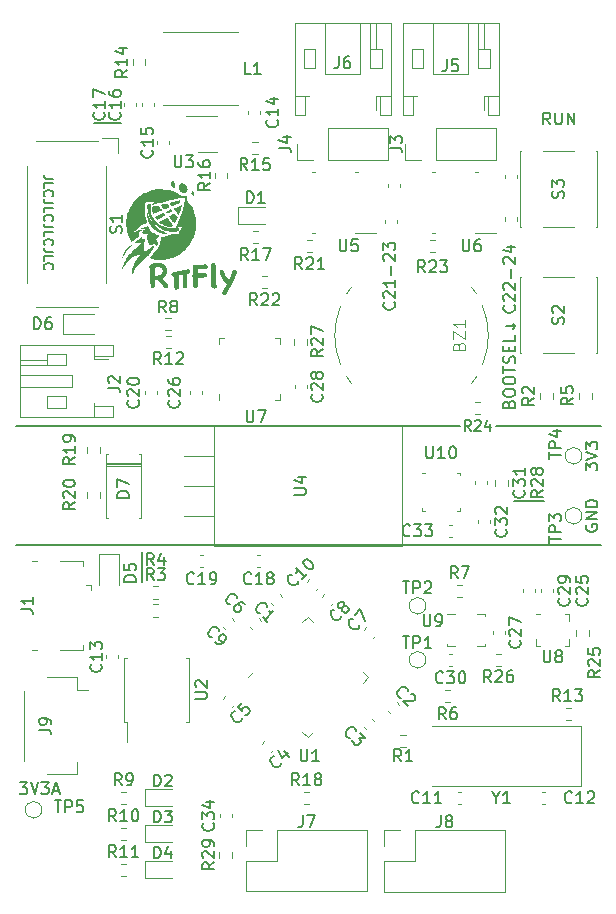
<source format=gbr>
%TF.GenerationSoftware,KiCad,Pcbnew,7.0.2-0*%
%TF.CreationDate,2023-07-08T17:29:12+12:00*%
%TF.ProjectId,RpiFly v3,52706946-6c79-4207-9633-2e6b69636164,rev?*%
%TF.SameCoordinates,PX753dac0PY7a91ee0*%
%TF.FileFunction,Legend,Top*%
%TF.FilePolarity,Positive*%
%FSLAX46Y46*%
G04 Gerber Fmt 4.6, Leading zero omitted, Abs format (unit mm)*
G04 Created by KiCad (PCBNEW 7.0.2-0) date 2023-07-08 17:29:12*
%MOMM*%
%LPD*%
G01*
G04 APERTURE LIST*
%ADD10C,0.150000*%
%ADD11C,0.250000*%
%ADD12C,0.100000*%
%ADD13C,0.120000*%
G04 APERTURE END LIST*
D10*
X3183904Y61556953D02*
X2612476Y61556953D01*
X2612476Y61556953D02*
X2498190Y61595048D01*
X2498190Y61595048D02*
X2422000Y61671239D01*
X2422000Y61671239D02*
X2383904Y61785524D01*
X2383904Y61785524D02*
X2383904Y61861715D01*
X2383904Y60795048D02*
X2383904Y61176000D01*
X2383904Y61176000D02*
X3183904Y61176000D01*
X2460095Y60071238D02*
X2422000Y60109334D01*
X2422000Y60109334D02*
X2383904Y60223619D01*
X2383904Y60223619D02*
X2383904Y60299810D01*
X2383904Y60299810D02*
X2422000Y60414096D01*
X2422000Y60414096D02*
X2498190Y60490286D01*
X2498190Y60490286D02*
X2574380Y60528381D01*
X2574380Y60528381D02*
X2726761Y60566477D01*
X2726761Y60566477D02*
X2841047Y60566477D01*
X2841047Y60566477D02*
X2993428Y60528381D01*
X2993428Y60528381D02*
X3069619Y60490286D01*
X3069619Y60490286D02*
X3145809Y60414096D01*
X3145809Y60414096D02*
X3183904Y60299810D01*
X3183904Y60299810D02*
X3183904Y60223619D01*
X3183904Y60223619D02*
X3145809Y60109334D01*
X3145809Y60109334D02*
X3107714Y60071238D01*
X3183904Y59499810D02*
X2612476Y59499810D01*
X2612476Y59499810D02*
X2498190Y59537905D01*
X2498190Y59537905D02*
X2422000Y59614096D01*
X2422000Y59614096D02*
X2383904Y59728381D01*
X2383904Y59728381D02*
X2383904Y59804572D01*
X2383904Y58737905D02*
X2383904Y59118857D01*
X2383904Y59118857D02*
X3183904Y59118857D01*
X2460095Y58014095D02*
X2422000Y58052191D01*
X2422000Y58052191D02*
X2383904Y58166476D01*
X2383904Y58166476D02*
X2383904Y58242667D01*
X2383904Y58242667D02*
X2422000Y58356953D01*
X2422000Y58356953D02*
X2498190Y58433143D01*
X2498190Y58433143D02*
X2574380Y58471238D01*
X2574380Y58471238D02*
X2726761Y58509334D01*
X2726761Y58509334D02*
X2841047Y58509334D01*
X2841047Y58509334D02*
X2993428Y58471238D01*
X2993428Y58471238D02*
X3069619Y58433143D01*
X3069619Y58433143D02*
X3145809Y58356953D01*
X3145809Y58356953D02*
X3183904Y58242667D01*
X3183904Y58242667D02*
X3183904Y58166476D01*
X3183904Y58166476D02*
X3145809Y58052191D01*
X3145809Y58052191D02*
X3107714Y58014095D01*
X3183904Y57442667D02*
X2612476Y57442667D01*
X2612476Y57442667D02*
X2498190Y57480762D01*
X2498190Y57480762D02*
X2422000Y57556953D01*
X2422000Y57556953D02*
X2383904Y57671238D01*
X2383904Y57671238D02*
X2383904Y57747429D01*
X2383904Y56680762D02*
X2383904Y57061714D01*
X2383904Y57061714D02*
X3183904Y57061714D01*
X2460095Y55956952D02*
X2422000Y55995048D01*
X2422000Y55995048D02*
X2383904Y56109333D01*
X2383904Y56109333D02*
X2383904Y56185524D01*
X2383904Y56185524D02*
X2422000Y56299810D01*
X2422000Y56299810D02*
X2498190Y56376000D01*
X2498190Y56376000D02*
X2574380Y56414095D01*
X2574380Y56414095D02*
X2726761Y56452191D01*
X2726761Y56452191D02*
X2841047Y56452191D01*
X2841047Y56452191D02*
X2993428Y56414095D01*
X2993428Y56414095D02*
X3069619Y56376000D01*
X3069619Y56376000D02*
X3145809Y56299810D01*
X3145809Y56299810D02*
X3183904Y56185524D01*
X3183904Y56185524D02*
X3183904Y56109333D01*
X3183904Y56109333D02*
X3145809Y55995048D01*
X3145809Y55995048D02*
X3107714Y55956952D01*
X3183904Y55385524D02*
X2612476Y55385524D01*
X2612476Y55385524D02*
X2498190Y55423619D01*
X2498190Y55423619D02*
X2422000Y55499810D01*
X2422000Y55499810D02*
X2383904Y55614095D01*
X2383904Y55614095D02*
X2383904Y55690286D01*
X2383904Y54623619D02*
X2383904Y55004571D01*
X2383904Y55004571D02*
X3183904Y55004571D01*
X2460095Y53899809D02*
X2422000Y53937905D01*
X2422000Y53937905D02*
X2383904Y54052190D01*
X2383904Y54052190D02*
X2383904Y54128381D01*
X2383904Y54128381D02*
X2422000Y54242667D01*
X2422000Y54242667D02*
X2498190Y54318857D01*
X2498190Y54318857D02*
X2574380Y54356952D01*
X2574380Y54356952D02*
X2726761Y54395048D01*
X2726761Y54395048D02*
X2841047Y54395048D01*
X2841047Y54395048D02*
X2993428Y54356952D01*
X2993428Y54356952D02*
X3069619Y54318857D01*
X3069619Y54318857D02*
X3145809Y54242667D01*
X3145809Y54242667D02*
X3183904Y54128381D01*
X3183904Y54128381D02*
X3183904Y54052190D01*
X3183904Y54052190D02*
X3145809Y53937905D01*
X3145809Y53937905D02*
X3107714Y53899809D01*
X10668000Y27432000D02*
X10668000Y29972000D01*
X42164000Y34290000D02*
X44704000Y34290000D01*
X45259523Y66162381D02*
X44926190Y66638572D01*
X44688095Y66162381D02*
X44688095Y67162381D01*
X44688095Y67162381D02*
X45069047Y67162381D01*
X45069047Y67162381D02*
X45164285Y67114762D01*
X45164285Y67114762D02*
X45211904Y67067143D01*
X45211904Y67067143D02*
X45259523Y66971905D01*
X45259523Y66971905D02*
X45259523Y66829048D01*
X45259523Y66829048D02*
X45211904Y66733810D01*
X45211904Y66733810D02*
X45164285Y66686191D01*
X45164285Y66686191D02*
X45069047Y66638572D01*
X45069047Y66638572D02*
X44688095Y66638572D01*
X45688095Y67162381D02*
X45688095Y66352858D01*
X45688095Y66352858D02*
X45735714Y66257620D01*
X45735714Y66257620D02*
X45783333Y66210000D01*
X45783333Y66210000D02*
X45878571Y66162381D01*
X45878571Y66162381D02*
X46069047Y66162381D01*
X46069047Y66162381D02*
X46164285Y66210000D01*
X46164285Y66210000D02*
X46211904Y66257620D01*
X46211904Y66257620D02*
X46259523Y66352858D01*
X46259523Y66352858D02*
X46259523Y67162381D01*
X46735714Y66162381D02*
X46735714Y67162381D01*
X46735714Y67162381D02*
X47307142Y66162381D01*
X47307142Y66162381D02*
X47307142Y67162381D01*
X41771809Y42481429D02*
X41819428Y42624286D01*
X41819428Y42624286D02*
X41867047Y42671905D01*
X41867047Y42671905D02*
X41962285Y42719524D01*
X41962285Y42719524D02*
X42105142Y42719524D01*
X42105142Y42719524D02*
X42200380Y42671905D01*
X42200380Y42671905D02*
X42248000Y42624286D01*
X42248000Y42624286D02*
X42295619Y42529048D01*
X42295619Y42529048D02*
X42295619Y42148096D01*
X42295619Y42148096D02*
X41295619Y42148096D01*
X41295619Y42148096D02*
X41295619Y42481429D01*
X41295619Y42481429D02*
X41343238Y42576667D01*
X41343238Y42576667D02*
X41390857Y42624286D01*
X41390857Y42624286D02*
X41486095Y42671905D01*
X41486095Y42671905D02*
X41581333Y42671905D01*
X41581333Y42671905D02*
X41676571Y42624286D01*
X41676571Y42624286D02*
X41724190Y42576667D01*
X41724190Y42576667D02*
X41771809Y42481429D01*
X41771809Y42481429D02*
X41771809Y42148096D01*
X41295619Y43338572D02*
X41295619Y43529048D01*
X41295619Y43529048D02*
X41343238Y43624286D01*
X41343238Y43624286D02*
X41438476Y43719524D01*
X41438476Y43719524D02*
X41628952Y43767143D01*
X41628952Y43767143D02*
X41962285Y43767143D01*
X41962285Y43767143D02*
X42152761Y43719524D01*
X42152761Y43719524D02*
X42248000Y43624286D01*
X42248000Y43624286D02*
X42295619Y43529048D01*
X42295619Y43529048D02*
X42295619Y43338572D01*
X42295619Y43338572D02*
X42248000Y43243334D01*
X42248000Y43243334D02*
X42152761Y43148096D01*
X42152761Y43148096D02*
X41962285Y43100477D01*
X41962285Y43100477D02*
X41628952Y43100477D01*
X41628952Y43100477D02*
X41438476Y43148096D01*
X41438476Y43148096D02*
X41343238Y43243334D01*
X41343238Y43243334D02*
X41295619Y43338572D01*
X41295619Y44386191D02*
X41295619Y44576667D01*
X41295619Y44576667D02*
X41343238Y44671905D01*
X41343238Y44671905D02*
X41438476Y44767143D01*
X41438476Y44767143D02*
X41628952Y44814762D01*
X41628952Y44814762D02*
X41962285Y44814762D01*
X41962285Y44814762D02*
X42152761Y44767143D01*
X42152761Y44767143D02*
X42248000Y44671905D01*
X42248000Y44671905D02*
X42295619Y44576667D01*
X42295619Y44576667D02*
X42295619Y44386191D01*
X42295619Y44386191D02*
X42248000Y44290953D01*
X42248000Y44290953D02*
X42152761Y44195715D01*
X42152761Y44195715D02*
X41962285Y44148096D01*
X41962285Y44148096D02*
X41628952Y44148096D01*
X41628952Y44148096D02*
X41438476Y44195715D01*
X41438476Y44195715D02*
X41343238Y44290953D01*
X41343238Y44290953D02*
X41295619Y44386191D01*
X41295619Y45100477D02*
X41295619Y45671905D01*
X42295619Y45386191D02*
X41295619Y45386191D01*
X42248000Y45957620D02*
X42295619Y46100477D01*
X42295619Y46100477D02*
X42295619Y46338572D01*
X42295619Y46338572D02*
X42248000Y46433810D01*
X42248000Y46433810D02*
X42200380Y46481429D01*
X42200380Y46481429D02*
X42105142Y46529048D01*
X42105142Y46529048D02*
X42009904Y46529048D01*
X42009904Y46529048D02*
X41914666Y46481429D01*
X41914666Y46481429D02*
X41867047Y46433810D01*
X41867047Y46433810D02*
X41819428Y46338572D01*
X41819428Y46338572D02*
X41771809Y46148096D01*
X41771809Y46148096D02*
X41724190Y46052858D01*
X41724190Y46052858D02*
X41676571Y46005239D01*
X41676571Y46005239D02*
X41581333Y45957620D01*
X41581333Y45957620D02*
X41486095Y45957620D01*
X41486095Y45957620D02*
X41390857Y46005239D01*
X41390857Y46005239D02*
X41343238Y46052858D01*
X41343238Y46052858D02*
X41295619Y46148096D01*
X41295619Y46148096D02*
X41295619Y46386191D01*
X41295619Y46386191D02*
X41343238Y46529048D01*
X41771809Y46957620D02*
X41771809Y47290953D01*
X42295619Y47433810D02*
X42295619Y46957620D01*
X42295619Y46957620D02*
X41295619Y46957620D01*
X41295619Y46957620D02*
X41295619Y47433810D01*
X42295619Y48338572D02*
X42295619Y47862382D01*
X42295619Y47862382D02*
X41295619Y47862382D01*
X41533714Y49052858D02*
X42295619Y49052858D01*
X42105142Y49243334D02*
X42295619Y49052858D01*
X42295619Y49052858D02*
X42105142Y48862382D01*
X42200380Y50847524D02*
X42248000Y50799905D01*
X42248000Y50799905D02*
X42295619Y50657048D01*
X42295619Y50657048D02*
X42295619Y50561810D01*
X42295619Y50561810D02*
X42248000Y50418953D01*
X42248000Y50418953D02*
X42152761Y50323715D01*
X42152761Y50323715D02*
X42057523Y50276096D01*
X42057523Y50276096D02*
X41867047Y50228477D01*
X41867047Y50228477D02*
X41724190Y50228477D01*
X41724190Y50228477D02*
X41533714Y50276096D01*
X41533714Y50276096D02*
X41438476Y50323715D01*
X41438476Y50323715D02*
X41343238Y50418953D01*
X41343238Y50418953D02*
X41295619Y50561810D01*
X41295619Y50561810D02*
X41295619Y50657048D01*
X41295619Y50657048D02*
X41343238Y50799905D01*
X41343238Y50799905D02*
X41390857Y50847524D01*
X41390857Y51228477D02*
X41343238Y51276096D01*
X41343238Y51276096D02*
X41295619Y51371334D01*
X41295619Y51371334D02*
X41295619Y51609429D01*
X41295619Y51609429D02*
X41343238Y51704667D01*
X41343238Y51704667D02*
X41390857Y51752286D01*
X41390857Y51752286D02*
X41486095Y51799905D01*
X41486095Y51799905D02*
X41581333Y51799905D01*
X41581333Y51799905D02*
X41724190Y51752286D01*
X41724190Y51752286D02*
X42295619Y51180858D01*
X42295619Y51180858D02*
X42295619Y51799905D01*
X41390857Y52180858D02*
X41343238Y52228477D01*
X41343238Y52228477D02*
X41295619Y52323715D01*
X41295619Y52323715D02*
X41295619Y52561810D01*
X41295619Y52561810D02*
X41343238Y52657048D01*
X41343238Y52657048D02*
X41390857Y52704667D01*
X41390857Y52704667D02*
X41486095Y52752286D01*
X41486095Y52752286D02*
X41581333Y52752286D01*
X41581333Y52752286D02*
X41724190Y52704667D01*
X41724190Y52704667D02*
X42295619Y52133239D01*
X42295619Y52133239D02*
X42295619Y52752286D01*
X41914666Y53180858D02*
X41914666Y53942762D01*
X41390857Y54371334D02*
X41343238Y54418953D01*
X41343238Y54418953D02*
X41295619Y54514191D01*
X41295619Y54514191D02*
X41295619Y54752286D01*
X41295619Y54752286D02*
X41343238Y54847524D01*
X41343238Y54847524D02*
X41390857Y54895143D01*
X41390857Y54895143D02*
X41486095Y54942762D01*
X41486095Y54942762D02*
X41581333Y54942762D01*
X41581333Y54942762D02*
X41724190Y54895143D01*
X41724190Y54895143D02*
X42295619Y54323715D01*
X42295619Y54323715D02*
X42295619Y54942762D01*
X41628952Y55799905D02*
X42295619Y55799905D01*
X41248000Y55561810D02*
X41962285Y55323715D01*
X41962285Y55323715D02*
X41962285Y55942762D01*
X32040380Y51101524D02*
X32088000Y51053905D01*
X32088000Y51053905D02*
X32135619Y50911048D01*
X32135619Y50911048D02*
X32135619Y50815810D01*
X32135619Y50815810D02*
X32088000Y50672953D01*
X32088000Y50672953D02*
X31992761Y50577715D01*
X31992761Y50577715D02*
X31897523Y50530096D01*
X31897523Y50530096D02*
X31707047Y50482477D01*
X31707047Y50482477D02*
X31564190Y50482477D01*
X31564190Y50482477D02*
X31373714Y50530096D01*
X31373714Y50530096D02*
X31278476Y50577715D01*
X31278476Y50577715D02*
X31183238Y50672953D01*
X31183238Y50672953D02*
X31135619Y50815810D01*
X31135619Y50815810D02*
X31135619Y50911048D01*
X31135619Y50911048D02*
X31183238Y51053905D01*
X31183238Y51053905D02*
X31230857Y51101524D01*
X31230857Y51482477D02*
X31183238Y51530096D01*
X31183238Y51530096D02*
X31135619Y51625334D01*
X31135619Y51625334D02*
X31135619Y51863429D01*
X31135619Y51863429D02*
X31183238Y51958667D01*
X31183238Y51958667D02*
X31230857Y52006286D01*
X31230857Y52006286D02*
X31326095Y52053905D01*
X31326095Y52053905D02*
X31421333Y52053905D01*
X31421333Y52053905D02*
X31564190Y52006286D01*
X31564190Y52006286D02*
X32135619Y51434858D01*
X32135619Y51434858D02*
X32135619Y52053905D01*
X32135619Y53006286D02*
X32135619Y52434858D01*
X32135619Y52720572D02*
X31135619Y52720572D01*
X31135619Y52720572D02*
X31278476Y52625334D01*
X31278476Y52625334D02*
X31373714Y52530096D01*
X31373714Y52530096D02*
X31421333Y52434858D01*
X31754666Y53434858D02*
X31754666Y54196762D01*
X31230857Y54625334D02*
X31183238Y54672953D01*
X31183238Y54672953D02*
X31135619Y54768191D01*
X31135619Y54768191D02*
X31135619Y55006286D01*
X31135619Y55006286D02*
X31183238Y55101524D01*
X31183238Y55101524D02*
X31230857Y55149143D01*
X31230857Y55149143D02*
X31326095Y55196762D01*
X31326095Y55196762D02*
X31421333Y55196762D01*
X31421333Y55196762D02*
X31564190Y55149143D01*
X31564190Y55149143D02*
X32135619Y54577715D01*
X32135619Y54577715D02*
X32135619Y55196762D01*
X31135619Y55530096D02*
X31135619Y56149143D01*
X31135619Y56149143D02*
X31516571Y55815810D01*
X31516571Y55815810D02*
X31516571Y55958667D01*
X31516571Y55958667D02*
X31564190Y56053905D01*
X31564190Y56053905D02*
X31611809Y56101524D01*
X31611809Y56101524D02*
X31707047Y56149143D01*
X31707047Y56149143D02*
X31945142Y56149143D01*
X31945142Y56149143D02*
X32040380Y56101524D01*
X32040380Y56101524D02*
X32088000Y56053905D01*
X32088000Y56053905D02*
X32135619Y55958667D01*
X32135619Y55958667D02*
X32135619Y55672953D01*
X32135619Y55672953D02*
X32088000Y55577715D01*
X32088000Y55577715D02*
X32040380Y55530096D01*
X6604000Y66294000D02*
X8890000Y66294000D01*
X37592000Y40640000D02*
X0Y40640000D01*
X49530000Y30524000D02*
X0Y30524000D01*
X40640000Y40640000D02*
X49530000Y40640000D01*
D11*
G36*
X12064256Y54446543D02*
G01*
X12088837Y54445459D01*
X12113441Y54443734D01*
X12138067Y54441368D01*
X12162717Y54438361D01*
X12187389Y54434713D01*
X12212084Y54430423D01*
X12236803Y54425492D01*
X12261404Y54420041D01*
X12285628Y54414066D01*
X12309474Y54407569D01*
X12332943Y54400549D01*
X12356033Y54393006D01*
X12378746Y54384941D01*
X12401081Y54376352D01*
X12423038Y54367241D01*
X12444617Y54357606D01*
X12465818Y54347449D01*
X12486642Y54336769D01*
X12507088Y54325567D01*
X12527156Y54313841D01*
X12546846Y54301593D01*
X12566158Y54288821D01*
X12585093Y54275527D01*
X12603543Y54261777D01*
X12621401Y54247516D01*
X12638668Y54232743D01*
X12655343Y54217459D01*
X12671427Y54201663D01*
X12686919Y54185356D01*
X12701820Y54168538D01*
X12716129Y54151208D01*
X12729847Y54133367D01*
X12742973Y54115014D01*
X12755508Y54096150D01*
X12767451Y54076775D01*
X12778802Y54056888D01*
X12789562Y54036490D01*
X12799731Y54015580D01*
X12809308Y53994160D01*
X12818070Y53972290D01*
X12825794Y53950036D01*
X12832480Y53927395D01*
X12838128Y53904370D01*
X12842739Y53880959D01*
X12846311Y53857162D01*
X12848845Y53832980D01*
X12850341Y53808413D01*
X12850799Y53783460D01*
X12850219Y53758122D01*
X12848600Y53732398D01*
X12845944Y53706289D01*
X12842250Y53679794D01*
X12837518Y53652914D01*
X12831748Y53625649D01*
X12824939Y53597998D01*
X12818912Y53578611D01*
X12812431Y53559224D01*
X12805498Y53539837D01*
X12798111Y53520451D01*
X12790271Y53501064D01*
X12781977Y53481677D01*
X12778533Y53473922D01*
X12769605Y53454903D01*
X12760225Y53436313D01*
X12750390Y53418152D01*
X12740103Y53400421D01*
X12729363Y53383118D01*
X12718169Y53366246D01*
X12713565Y53359617D01*
X12700085Y53339871D01*
X12686026Y53320690D01*
X12671387Y53302075D01*
X12656168Y53284024D01*
X12640368Y53266537D01*
X12623989Y53249616D01*
X12607029Y53233259D01*
X12589489Y53217467D01*
X12571583Y53202111D01*
X12553280Y53187059D01*
X12534580Y53172313D01*
X12515484Y53157872D01*
X12495990Y53143737D01*
X12476100Y53129906D01*
X12455812Y53116381D01*
X12435128Y53103162D01*
X12449683Y53087553D01*
X12464040Y53071746D01*
X12478198Y53055740D01*
X12492158Y53039536D01*
X12505920Y53023134D01*
X12519483Y53006533D01*
X12532848Y52989734D01*
X12546014Y52972736D01*
X12559394Y52955952D01*
X12573156Y52939550D01*
X12587299Y52923529D01*
X12601824Y52907890D01*
X12616730Y52892632D01*
X12632018Y52877756D01*
X12647688Y52863262D01*
X12663739Y52849149D01*
X12679569Y52835088D01*
X12694392Y52821428D01*
X12708846Y52807821D01*
X12724914Y52792462D01*
X12736523Y52781250D01*
X12751541Y52766593D01*
X12766367Y52751626D01*
X12781002Y52736349D01*
X12795447Y52720761D01*
X12809701Y52704864D01*
X12823764Y52688657D01*
X12829336Y52682087D01*
X12843117Y52665777D01*
X12856374Y52649515D01*
X12869106Y52633300D01*
X12881314Y52617134D01*
X12892996Y52601015D01*
X12904154Y52584943D01*
X12908470Y52578528D01*
X12919971Y52560061D01*
X12930045Y52539992D01*
X12936520Y52521513D01*
X12939556Y52500089D01*
X12939245Y52493532D01*
X12937219Y52471928D01*
X12933337Y52451079D01*
X12927602Y52430986D01*
X12920011Y52411649D01*
X12910566Y52393068D01*
X12907005Y52387042D01*
X12895568Y52369697D01*
X12883237Y52353932D01*
X12867723Y52337536D01*
X12850993Y52323290D01*
X12835686Y52312792D01*
X12817123Y52302514D01*
X12797765Y52294760D01*
X12777613Y52289531D01*
X12756666Y52286826D01*
X12744339Y52286414D01*
X12722731Y52288026D01*
X12701076Y52292865D01*
X12682477Y52299580D01*
X12663844Y52308665D01*
X12645177Y52320119D01*
X12627929Y52334075D01*
X12610992Y52348770D01*
X12594365Y52364204D01*
X12578048Y52380378D01*
X12562041Y52397292D01*
X12546344Y52414945D01*
X12540152Y52422213D01*
X12524806Y52440445D01*
X12509603Y52458200D01*
X12494543Y52475479D01*
X12479626Y52492280D01*
X12464852Y52508604D01*
X12450221Y52524451D01*
X12444409Y52530656D01*
X12425305Y52551552D01*
X12406279Y52572474D01*
X12387329Y52593421D01*
X12368457Y52614394D01*
X12349662Y52635392D01*
X12330945Y52656417D01*
X12312305Y52677467D01*
X12293742Y52698543D01*
X12275256Y52719645D01*
X12256848Y52740772D01*
X12244618Y52754871D01*
X12226349Y52775990D01*
X12207993Y52797032D01*
X12189552Y52817996D01*
X12171025Y52838883D01*
X12152412Y52859693D01*
X12133713Y52880426D01*
X12114928Y52901081D01*
X12096058Y52921659D01*
X12077101Y52942159D01*
X12058059Y52962583D01*
X12045316Y52976155D01*
X12025894Y52972518D01*
X12006400Y52969238D01*
X11986834Y52966317D01*
X11967197Y52963752D01*
X11947488Y52961546D01*
X11927708Y52959698D01*
X11919775Y52959058D01*
X11899978Y52957637D01*
X11880277Y52956120D01*
X11860671Y52954507D01*
X11841160Y52952800D01*
X11817873Y52950624D01*
X11794723Y52948312D01*
X11794723Y52509163D01*
X11794723Y52487181D01*
X11790690Y52463742D01*
X11784390Y52441662D01*
X11775825Y52420942D01*
X11764994Y52401582D01*
X11751897Y52383581D01*
X11736534Y52366939D01*
X11729754Y52360663D01*
X11712126Y52345975D01*
X11694043Y52333053D01*
X11675508Y52321895D01*
X11656520Y52312502D01*
X11637078Y52304874D01*
X11617183Y52299011D01*
X11609098Y52297160D01*
X11589058Y52293759D01*
X11569543Y52292409D01*
X11546817Y52293497D01*
X11524846Y52297538D01*
X11503631Y52304533D01*
X11489908Y52310838D01*
X11471378Y52323237D01*
X11456454Y52339552D01*
X11445137Y52359782D01*
X11438461Y52379631D01*
X11434289Y52402200D01*
X11432755Y52422213D01*
X11431793Y52444495D01*
X11430862Y52466827D01*
X11429962Y52489210D01*
X11429092Y52511644D01*
X11428252Y52534128D01*
X11427443Y52556663D01*
X11426664Y52579248D01*
X11425916Y52601884D01*
X11425199Y52624570D01*
X11424512Y52647307D01*
X11423856Y52670095D01*
X11423230Y52692933D01*
X11422634Y52715822D01*
X11422070Y52738761D01*
X11421535Y52761751D01*
X11421031Y52784791D01*
X11420558Y52807882D01*
X11420116Y52831024D01*
X11419703Y52854216D01*
X11419322Y52877458D01*
X11418971Y52900752D01*
X11418650Y52924095D01*
X11418360Y52947490D01*
X11418101Y52970935D01*
X11417872Y52994430D01*
X11417673Y53017976D01*
X11417505Y53041573D01*
X11417368Y53065220D01*
X11417261Y53088918D01*
X11417185Y53112666D01*
X11417139Y53136465D01*
X11417124Y53160315D01*
X11417124Y53184185D01*
X11417124Y53208047D01*
X11417124Y53231900D01*
X11417124Y53255745D01*
X11417124Y53279581D01*
X11417124Y53303408D01*
X11417124Y53327227D01*
X11417124Y53328842D01*
X11794723Y53328842D01*
X11820784Y53330733D01*
X11846758Y53332924D01*
X11872647Y53335415D01*
X11898450Y53338207D01*
X11924167Y53341300D01*
X11949798Y53344693D01*
X11975343Y53348387D01*
X12000803Y53352381D01*
X12026177Y53356676D01*
X12051464Y53361271D01*
X12068275Y53364502D01*
X12093374Y53370001D01*
X12118112Y53376609D01*
X12142490Y53384324D01*
X12166506Y53393147D01*
X12190163Y53403077D01*
X12213458Y53414115D01*
X12236393Y53426261D01*
X12258968Y53439515D01*
X12281181Y53453876D01*
X12303034Y53469345D01*
X12317403Y53480273D01*
X12332546Y53492989D01*
X12346956Y53506223D01*
X12363939Y53523497D01*
X12379776Y53541581D01*
X12394469Y53560477D01*
X12408017Y53580183D01*
X12418031Y53596532D01*
X12429339Y53617364D01*
X12439144Y53638340D01*
X12447447Y53659458D01*
X12454247Y53680720D01*
X12459545Y53702124D01*
X12463340Y53723672D01*
X12464437Y53732331D01*
X12466045Y53754077D01*
X12465983Y53775656D01*
X12464251Y53797068D01*
X12460850Y53818312D01*
X12455779Y53839390D01*
X12449038Y53860301D01*
X12445874Y53868619D01*
X12436534Y53889103D01*
X12424999Y53908728D01*
X12411270Y53927495D01*
X12395347Y53945403D01*
X12381028Y53959111D01*
X12365305Y53972269D01*
X12348177Y53984878D01*
X12324799Y53998229D01*
X12301008Y54010438D01*
X12276805Y54021505D01*
X12252190Y54031430D01*
X12227163Y54040212D01*
X12201723Y54047853D01*
X12175872Y54054352D01*
X12149608Y54059708D01*
X12122932Y54063923D01*
X12095844Y54066995D01*
X12077556Y54068409D01*
X12050086Y54069634D01*
X12022813Y54069829D01*
X11995738Y54068993D01*
X11968861Y54067127D01*
X11942180Y54064231D01*
X11915698Y54060304D01*
X11889412Y54055346D01*
X11863325Y54049358D01*
X11837435Y54042340D01*
X11811742Y54034292D01*
X11794723Y54028354D01*
X11794723Y53328842D01*
X11417124Y53328842D01*
X11417124Y53351038D01*
X11417124Y53374839D01*
X11417124Y53398633D01*
X11417124Y53422417D01*
X11417124Y53446193D01*
X11417124Y53469961D01*
X11417124Y53493719D01*
X11417124Y53517470D01*
X11417124Y53541211D01*
X11417124Y53564944D01*
X11417124Y53588669D01*
X11417124Y53612385D01*
X11417124Y53636092D01*
X11417124Y53659791D01*
X11417124Y53683481D01*
X11417124Y53707162D01*
X11417124Y53730835D01*
X11417124Y53754500D01*
X11417124Y53778155D01*
X11417124Y53801803D01*
X11417124Y53825441D01*
X11417124Y53849071D01*
X11417124Y53872693D01*
X11417124Y53896306D01*
X11417124Y53919910D01*
X11396707Y53928919D01*
X11378629Y53939705D01*
X11362887Y53952267D01*
X11349484Y53966606D01*
X11342874Y53975597D01*
X11331669Y53994648D01*
X11322968Y54014676D01*
X11316770Y54035681D01*
X11313076Y54057663D01*
X11312111Y54077394D01*
X11313063Y54097266D01*
X11315931Y54117279D01*
X11320716Y54137431D01*
X11324311Y54149010D01*
X11331875Y54168705D01*
X11340887Y54187184D01*
X11351349Y54204448D01*
X11363260Y54220496D01*
X11370717Y54229121D01*
X11386846Y54245060D01*
X11402531Y54258237D01*
X11419933Y54270968D01*
X11439053Y54283253D01*
X11456298Y54293149D01*
X11463530Y54297021D01*
X11482122Y54306671D01*
X11501263Y54316083D01*
X11520953Y54325257D01*
X11541191Y54334191D01*
X11561978Y54342888D01*
X11583314Y54351346D01*
X11592001Y54354662D01*
X11613783Y54362714D01*
X11635469Y54370385D01*
X11657060Y54377674D01*
X11678555Y54384582D01*
X11699955Y54391108D01*
X11721259Y54397252D01*
X11729754Y54399603D01*
X11750448Y54405177D01*
X11770093Y54410298D01*
X11792281Y54415845D01*
X11812957Y54420739D01*
X11832123Y54424981D01*
X11844060Y54427446D01*
X11868435Y54432133D01*
X11892832Y54436178D01*
X11917253Y54439582D01*
X11941696Y54442345D01*
X11966162Y54444467D01*
X11990652Y54445948D01*
X12015164Y54446787D01*
X12039699Y54446986D01*
X12064256Y54446543D01*
G37*
G36*
X14553690Y52468619D02*
G01*
X14549848Y52445180D01*
X14544121Y52423100D01*
X14536510Y52402380D01*
X14527014Y52383019D01*
X14515635Y52365018D01*
X14502371Y52348377D01*
X14496537Y52342101D01*
X14481267Y52327449D01*
X14465377Y52314633D01*
X14448867Y52303654D01*
X14428236Y52292904D01*
X14406712Y52284798D01*
X14388094Y52280063D01*
X14365717Y52276726D01*
X14343649Y52276239D01*
X14321890Y52278604D01*
X14300441Y52283819D01*
X14279301Y52291884D01*
X14272322Y52295206D01*
X14252522Y52307502D01*
X14237674Y52320583D01*
X14224329Y52336239D01*
X14212486Y52354472D01*
X14202147Y52375280D01*
X14194957Y52393781D01*
X14191722Y52403650D01*
X14185506Y52422713D01*
X14183093Y52444068D01*
X14181953Y52459338D01*
X14180905Y52480255D01*
X14179961Y52503439D01*
X14179252Y52524490D01*
X14178615Y52547116D01*
X14178050Y52571316D01*
X14177649Y52591810D01*
X14177556Y52597091D01*
X14177213Y52618729D01*
X14176915Y52641146D01*
X14176663Y52664341D01*
X14176457Y52688315D01*
X14176297Y52713068D01*
X14176182Y52738599D01*
X14176127Y52758258D01*
X14176097Y52778355D01*
X14176091Y52791996D01*
X14176091Y52812630D01*
X14176091Y52833315D01*
X14176091Y52854052D01*
X14176091Y52874840D01*
X14176091Y52895680D01*
X14176091Y52916572D01*
X14176091Y52937514D01*
X14176091Y52958509D01*
X14176091Y52979555D01*
X14176091Y53000652D01*
X14176091Y53014746D01*
X14176091Y53035860D01*
X14176091Y53056889D01*
X14176091Y53077832D01*
X14176091Y53098689D01*
X14176091Y53119460D01*
X14176091Y53140145D01*
X14176091Y53160745D01*
X14176091Y53181258D01*
X14176091Y53201686D01*
X14176091Y53222028D01*
X14176091Y53235541D01*
X14176091Y53255686D01*
X14176091Y53275452D01*
X14176091Y53301220D01*
X14176091Y53326316D01*
X14176091Y53350740D01*
X14176091Y53374493D01*
X14176091Y53397574D01*
X14176091Y53419983D01*
X14176091Y53430936D01*
X14153804Y53426982D01*
X14131639Y53422937D01*
X14109596Y53418800D01*
X14087675Y53414571D01*
X14065876Y53410251D01*
X14044200Y53405840D01*
X14022645Y53401336D01*
X14001213Y53396742D01*
X13979895Y53392147D01*
X13958440Y53387644D01*
X13936847Y53383232D01*
X13915117Y53378912D01*
X13893250Y53374683D01*
X13871245Y53370547D01*
X13849103Y53366501D01*
X13826824Y53362548D01*
X13826824Y52372876D01*
X13826022Y52353115D01*
X13822766Y52329509D01*
X13817006Y52307119D01*
X13808741Y52285946D01*
X13797972Y52265989D01*
X13784699Y52247248D01*
X13775533Y52236588D01*
X13759311Y52220176D01*
X13742398Y52205743D01*
X13724793Y52193290D01*
X13706496Y52182816D01*
X13687507Y52174323D01*
X13667827Y52167809D01*
X13659761Y52165758D01*
X13639650Y52161934D01*
X13619919Y52160234D01*
X13596747Y52160995D01*
X13574124Y52164813D01*
X13552050Y52171688D01*
X13537640Y52177970D01*
X13520793Y52188031D01*
X13505974Y52200810D01*
X13493183Y52216309D01*
X13482418Y52234527D01*
X13473681Y52255464D01*
X13466972Y52279121D01*
X13464856Y52289345D01*
X13461803Y52309296D01*
X13458994Y52330561D01*
X13456429Y52353138D01*
X13454109Y52377028D01*
X13452033Y52402231D01*
X13450636Y52421994D01*
X13449377Y52442496D01*
X13448255Y52463737D01*
X13447270Y52485716D01*
X13446484Y52508210D01*
X13445776Y52530996D01*
X13445145Y52554074D01*
X13444591Y52577444D01*
X13444115Y52601106D01*
X13443715Y52625060D01*
X13443393Y52649306D01*
X13443149Y52673844D01*
X13442981Y52698674D01*
X13442891Y52723795D01*
X13442874Y52740705D01*
X13442900Y52766311D01*
X13442977Y52792019D01*
X13443106Y52817831D01*
X13443286Y52843745D01*
X13443518Y52869763D01*
X13443801Y52895883D01*
X13444136Y52922107D01*
X13444522Y52948434D01*
X13444960Y52974864D01*
X13445450Y53001396D01*
X13445805Y53019142D01*
X13446416Y53045719D01*
X13446967Y53071962D01*
X13447458Y53097869D01*
X13447888Y53123441D01*
X13448259Y53148679D01*
X13448570Y53173582D01*
X13448820Y53198150D01*
X13449010Y53222383D01*
X13449141Y53246281D01*
X13449211Y53269844D01*
X13449224Y53285367D01*
X13426479Y53281619D01*
X13404650Y53279658D01*
X13383736Y53279482D01*
X13363739Y53281093D01*
X13340030Y53285617D01*
X13317753Y53292933D01*
X13296906Y53303039D01*
X13292909Y53305395D01*
X13274090Y53317979D01*
X13257322Y53331613D01*
X13242605Y53346296D01*
X13229940Y53362029D01*
X13219326Y53378811D01*
X13210763Y53396642D01*
X13207912Y53404069D01*
X13202352Y53423177D01*
X13199106Y53442642D01*
X13198173Y53462465D01*
X13199554Y53482646D01*
X13203249Y53503185D01*
X13209257Y53524082D01*
X13212309Y53532541D01*
X13222102Y53553220D01*
X13234996Y53572516D01*
X13250991Y53590429D01*
X13266020Y53603763D01*
X13283033Y53616212D01*
X13302031Y53627775D01*
X13323013Y53638453D01*
X13328568Y53640984D01*
X13346886Y53648312D01*
X13367647Y53654662D01*
X13387816Y53659417D01*
X13409855Y53663424D01*
X13416496Y53664432D01*
X13436125Y53667414D01*
X13457245Y53671024D01*
X13476450Y53674774D01*
X13496050Y53679231D01*
X13504911Y53681529D01*
X13531173Y53686873D01*
X13557324Y53692161D01*
X13583365Y53697391D01*
X13609295Y53702564D01*
X13635114Y53707680D01*
X13660822Y53712738D01*
X13686420Y53717740D01*
X13711907Y53722684D01*
X13737284Y53727570D01*
X13762550Y53732400D01*
X13787705Y53737172D01*
X13812749Y53741887D01*
X13837683Y53746545D01*
X13862506Y53751146D01*
X13887218Y53755689D01*
X13911820Y53760175D01*
X13936433Y53764663D01*
X13961180Y53769212D01*
X13986060Y53773822D01*
X14011074Y53778493D01*
X14036222Y53783225D01*
X14061503Y53788019D01*
X14086917Y53792873D01*
X14112466Y53797788D01*
X14138147Y53802765D01*
X14163963Y53807802D01*
X14189912Y53812901D01*
X14215994Y53818061D01*
X14242210Y53823281D01*
X14268560Y53828563D01*
X14295043Y53833906D01*
X14321660Y53839310D01*
X14341775Y53842676D01*
X14361715Y53847125D01*
X14381645Y53851638D01*
X14402966Y53856382D01*
X14423085Y53860793D01*
X14438896Y53864222D01*
X14460725Y53868466D01*
X14482738Y53871916D01*
X14502149Y53874284D01*
X14521700Y53876043D01*
X14527312Y53876435D01*
X14548531Y53877717D01*
X14569409Y53878721D01*
X14590624Y53879320D01*
X14597165Y53879365D01*
X14618506Y53879365D01*
X14639053Y53879365D01*
X14658806Y53879365D01*
X14677766Y53879365D01*
X14697250Y53870496D01*
X14715099Y53860131D01*
X14731311Y53848270D01*
X14745886Y53834913D01*
X14753481Y53826609D01*
X14766975Y53809237D01*
X14778149Y53790827D01*
X14787003Y53771380D01*
X14793537Y53750894D01*
X14797658Y53730011D01*
X14799276Y53708884D01*
X14798391Y53687513D01*
X14795002Y53665897D01*
X14788835Y53644557D01*
X14780934Y53626535D01*
X14770696Y53609120D01*
X14758121Y53592314D01*
X14752015Y53585297D01*
X14736382Y53570139D01*
X14719890Y53556904D01*
X14702539Y53545592D01*
X14684330Y53536204D01*
X14665262Y53528740D01*
X14658715Y53526679D01*
X14639097Y53521040D01*
X14619445Y53515848D01*
X14599759Y53511103D01*
X14580038Y53506804D01*
X14560283Y53502951D01*
X14553690Y53501766D01*
X14553690Y52468619D01*
G37*
G36*
X15424660Y52472038D02*
G01*
X15420997Y52451132D01*
X15415806Y52431156D01*
X15409090Y52412110D01*
X15400847Y52393995D01*
X15391077Y52376810D01*
X15379781Y52360555D01*
X15374835Y52354313D01*
X15359367Y52336894D01*
X15343007Y52321638D01*
X15325753Y52308546D01*
X15307607Y52297618D01*
X15288567Y52288854D01*
X15282022Y52286414D01*
X15262302Y52280758D01*
X15242341Y52277712D01*
X15222139Y52277277D01*
X15201697Y52279453D01*
X15181015Y52284238D01*
X15174067Y52286414D01*
X15154003Y52295006D01*
X15135210Y52306861D01*
X15117687Y52321980D01*
X15104056Y52337071D01*
X15091307Y52354428D01*
X15081743Y52369945D01*
X15071747Y52387140D01*
X15063251Y52405144D01*
X15056831Y52422213D01*
X15051546Y52441355D01*
X15048283Y52462238D01*
X15047549Y52477900D01*
X15047549Y53208186D01*
X15030793Y53219810D01*
X15016000Y53232883D01*
X15001498Y53249599D01*
X14989561Y53268207D01*
X14986977Y53273155D01*
X14978215Y53293488D01*
X14971956Y53314432D01*
X14968201Y53335986D01*
X14966949Y53358151D01*
X14968292Y53380316D01*
X14972322Y53401871D01*
X14979039Y53422815D01*
X14987120Y53440639D01*
X14988443Y53443148D01*
X14998784Y53460278D01*
X15010575Y53476193D01*
X15023815Y53490892D01*
X15038505Y53504376D01*
X15047549Y53511536D01*
X15046605Y53532865D01*
X15045969Y53552889D01*
X15045619Y53574601D01*
X15045689Y53594536D01*
X15046084Y53610210D01*
X15046725Y53630268D01*
X15047183Y53649899D01*
X15047479Y53671473D01*
X15047549Y53687879D01*
X15047549Y53708878D01*
X15047549Y53730108D01*
X15047549Y53751571D01*
X15047549Y53763594D01*
X15047152Y53783775D01*
X15045962Y53805726D01*
X15044269Y53826386D01*
X15041968Y53848402D01*
X15041199Y53854941D01*
X15038848Y53876618D01*
X15034727Y53898172D01*
X15028834Y53919604D01*
X15022226Y53938258D01*
X15021171Y53940915D01*
X15013901Y53959698D01*
X15007053Y53978435D01*
X15000625Y53997124D01*
X14994617Y54015767D01*
X14991373Y54026400D01*
X14986214Y54047985D01*
X14982947Y54069753D01*
X14981573Y54091704D01*
X14982092Y54113839D01*
X14985061Y54133313D01*
X14990975Y54152414D01*
X14999834Y54171140D01*
X15011638Y54189493D01*
X15019706Y54199812D01*
X15034696Y54216551D01*
X15050665Y54231048D01*
X15067612Y54243304D01*
X15085537Y54253317D01*
X15104439Y54261087D01*
X15124320Y54266616D01*
X15132546Y54268200D01*
X15153342Y54271592D01*
X15174210Y54274745D01*
X15195150Y54277660D01*
X15216161Y54280336D01*
X15237243Y54282774D01*
X15258398Y54284973D01*
X15266879Y54285786D01*
X15293607Y54285786D01*
X15320300Y54285786D01*
X15346959Y54285786D01*
X15373583Y54285786D01*
X15400173Y54285786D01*
X15426729Y54285786D01*
X15453250Y54285786D01*
X15479737Y54285786D01*
X15506190Y54285786D01*
X15532608Y54285786D01*
X15550201Y54285786D01*
X15576592Y54285786D01*
X15603009Y54285786D01*
X15629452Y54285786D01*
X15655920Y54285786D01*
X15682414Y54285786D01*
X15708934Y54285786D01*
X15735480Y54285786D01*
X15762051Y54285786D01*
X15788648Y54285786D01*
X15815271Y54285786D01*
X15833034Y54285786D01*
X15853673Y54286274D01*
X15875044Y54287740D01*
X15897148Y54290182D01*
X15917090Y54293120D01*
X15919985Y54293601D01*
X15940287Y54296857D01*
X15960590Y54299786D01*
X15980893Y54302387D01*
X16001195Y54304661D01*
X16012797Y54305813D01*
X16033100Y54307483D01*
X16053402Y54308218D01*
X16073705Y54308017D01*
X16094008Y54306882D01*
X16105609Y54305813D01*
X16125468Y54303049D01*
X16147076Y54297828D01*
X16167523Y54290409D01*
X16186811Y54280792D01*
X16189140Y54279435D01*
X16205667Y54268444D01*
X16222734Y54254232D01*
X16237416Y54238525D01*
X16249715Y54221321D01*
X16257040Y54208116D01*
X16265345Y54188956D01*
X16271452Y54169515D01*
X16275362Y54149793D01*
X16277075Y54129791D01*
X16277068Y54118235D01*
X16275305Y54098073D01*
X16271298Y54078191D01*
X16265046Y54058589D01*
X16256551Y54039268D01*
X16250690Y54028354D01*
X16238952Y54010245D01*
X16225111Y53993959D01*
X16209166Y53979497D01*
X16191117Y53966858D01*
X16179859Y53960454D01*
X16159465Y53950234D01*
X16138582Y53941312D01*
X16117211Y53933687D01*
X16095351Y53927359D01*
X16073003Y53922329D01*
X16050166Y53918597D01*
X16026841Y53916162D01*
X16003027Y53915025D01*
X15979237Y53914636D01*
X15955736Y53914201D01*
X15932525Y53913720D01*
X15909604Y53913193D01*
X15886974Y53912621D01*
X15864633Y53912002D01*
X15842583Y53911338D01*
X15820822Y53910629D01*
X15795299Y53910629D01*
X15769775Y53910629D01*
X15744252Y53910629D01*
X15718729Y53910629D01*
X15693205Y53910629D01*
X15667682Y53910629D01*
X15642158Y53910629D01*
X15616635Y53910629D01*
X15591112Y53910629D01*
X15565588Y53910629D01*
X15540065Y53910629D01*
X15514542Y53910629D01*
X15489018Y53910629D01*
X15463495Y53910629D01*
X15437971Y53910629D01*
X15412448Y53910629D01*
X15414709Y53887874D01*
X15416410Y53867731D01*
X15417944Y53846515D01*
X15419310Y53824225D01*
X15420510Y53800862D01*
X15421543Y53776426D01*
X15421729Y53771410D01*
X15422416Y53750100D01*
X15423012Y53726469D01*
X15423515Y53700519D01*
X15423833Y53679533D01*
X15424099Y53657242D01*
X15424314Y53633646D01*
X15424477Y53608744D01*
X15424589Y53582538D01*
X15424649Y53555026D01*
X15424660Y53535960D01*
X15449497Y53536006D01*
X15474425Y53536143D01*
X15499444Y53536372D01*
X15524556Y53536693D01*
X15549758Y53537105D01*
X15575053Y53537609D01*
X15600439Y53538204D01*
X15625916Y53538891D01*
X15651394Y53539937D01*
X15676780Y53541364D01*
X15702074Y53543173D01*
X15727277Y53545363D01*
X15752388Y53547936D01*
X15777408Y53550889D01*
X15802336Y53554225D01*
X15827172Y53557942D01*
X15846996Y53560535D01*
X15867266Y53563918D01*
X15887983Y53568091D01*
X15909146Y53573054D01*
X15930756Y53578807D01*
X15938059Y53580901D01*
X15960000Y53586488D01*
X15981496Y53590426D01*
X16002545Y53592716D01*
X16023147Y53593357D01*
X16043303Y53592350D01*
X16049922Y53591647D01*
X16072471Y53588230D01*
X16093954Y53582374D01*
X16114373Y53574079D01*
X16133728Y53563346D01*
X16152017Y53550174D01*
X16157877Y53545241D01*
X16174249Y53529825D01*
X16188560Y53513619D01*
X16200811Y53496624D01*
X16211000Y53478838D01*
X16219129Y53460262D01*
X16221380Y53453894D01*
X16226538Y53434723D01*
X16229189Y53415312D01*
X16229332Y53395660D01*
X16226967Y53375767D01*
X16222096Y53355634D01*
X16219915Y53348870D01*
X16211323Y53329138D01*
X16199467Y53310608D01*
X16184349Y53293280D01*
X16169258Y53279758D01*
X16151901Y53267072D01*
X16136384Y53257523D01*
X16116913Y53247128D01*
X16097091Y53237434D01*
X16076918Y53228443D01*
X16056394Y53220154D01*
X16035519Y53212567D01*
X16014293Y53205683D01*
X15992716Y53199500D01*
X15970787Y53194020D01*
X15948729Y53189204D01*
X15926518Y53184769D01*
X15904155Y53180716D01*
X15881639Y53177045D01*
X15858970Y53173756D01*
X15836148Y53170847D01*
X15813174Y53168321D01*
X15790048Y53166176D01*
X15766844Y53164482D01*
X15743641Y53163062D01*
X15720438Y53161917D01*
X15697235Y53161047D01*
X15674032Y53160452D01*
X15650829Y53160131D01*
X15627626Y53160086D01*
X15604423Y53160315D01*
X15581312Y53160658D01*
X15558383Y53160956D01*
X15535638Y53161208D01*
X15513076Y53161414D01*
X15490697Y53161574D01*
X15468502Y53161688D01*
X15446489Y53161757D01*
X15424660Y53161780D01*
X15424660Y52472038D01*
G37*
G36*
X16962413Y52601975D02*
G01*
X16976835Y52587503D01*
X16990182Y52571441D01*
X17002454Y52553790D01*
X17013651Y52534549D01*
X17019566Y52522841D01*
X17027586Y52504889D01*
X17034989Y52483945D01*
X17040289Y52463001D01*
X17043484Y52442057D01*
X17044479Y52427097D01*
X17043928Y52406458D01*
X17040993Y52386425D01*
X17035673Y52367001D01*
X17027970Y52348184D01*
X17022497Y52337705D01*
X17010746Y52320284D01*
X16995583Y52304780D01*
X16979869Y52293016D01*
X16961648Y52282660D01*
X16940920Y52273713D01*
X16920173Y52268257D01*
X16898538Y52265138D01*
X16876015Y52264356D01*
X16856002Y52265547D01*
X16838826Y52267851D01*
X16817995Y52271984D01*
X16797267Y52277422D01*
X16776642Y52284166D01*
X16756120Y52292214D01*
X16735701Y52301568D01*
X16728917Y52304976D01*
X16709013Y52315795D01*
X16689968Y52327370D01*
X16671781Y52339701D01*
X16654454Y52352787D01*
X16637984Y52366628D01*
X16632685Y52371410D01*
X16617922Y52386156D01*
X16604773Y52401452D01*
X16593238Y52417297D01*
X16581821Y52436478D01*
X16572602Y52456407D01*
X16566780Y52475383D01*
X16563320Y52492066D01*
X16561033Y52512105D01*
X16560389Y52527726D01*
X16560389Y54244753D01*
X16561713Y54266503D01*
X16565685Y54287180D01*
X16572303Y54306784D01*
X16581570Y54325315D01*
X16593484Y54342772D01*
X16608045Y54359156D01*
X16614611Y54365409D01*
X16631818Y54379849D01*
X16649550Y54392333D01*
X16667806Y54402861D01*
X16686587Y54411433D01*
X16705892Y54418050D01*
X16725723Y54422710D01*
X16733802Y54424027D01*
X16753513Y54424590D01*
X16774178Y54422004D01*
X16793593Y54416985D01*
X16800236Y54414746D01*
X16819908Y54406988D01*
X16838807Y54397452D01*
X16856934Y54386139D01*
X16866670Y54379086D01*
X16883367Y54365515D01*
X16898286Y54350630D01*
X16911428Y54334431D01*
X16917961Y54324864D01*
X16927642Y54307322D01*
X16934684Y54287286D01*
X16937813Y54266678D01*
X16937989Y54260384D01*
X16937989Y54239410D01*
X16937989Y54216787D01*
X16937989Y54192515D01*
X16937989Y54166595D01*
X16937989Y54146073D01*
X16937989Y54124623D01*
X16937989Y54102247D01*
X16937989Y54078942D01*
X16937989Y54054711D01*
X16937989Y54046428D01*
X16938002Y54021296D01*
X16938040Y53995726D01*
X16938105Y53969719D01*
X16938195Y53943273D01*
X16938311Y53916390D01*
X16938453Y53889068D01*
X16938620Y53861309D01*
X16938813Y53833112D01*
X16939032Y53804477D01*
X16939277Y53775404D01*
X16939454Y53755779D01*
X16939632Y53736014D01*
X16939798Y53716165D01*
X16939952Y53696233D01*
X16940096Y53676216D01*
X16940227Y53656116D01*
X16940347Y53635932D01*
X16940456Y53615663D01*
X16940553Y53595311D01*
X16940639Y53574875D01*
X16940714Y53554355D01*
X16940777Y53533750D01*
X16940828Y53513062D01*
X16940868Y53492290D01*
X16940897Y53471434D01*
X16940914Y53450494D01*
X16940920Y53429470D01*
X16940914Y53408458D01*
X16940897Y53387552D01*
X16940868Y53366753D01*
X16940828Y53346061D01*
X16940777Y53325476D01*
X16940714Y53304998D01*
X16940639Y53284627D01*
X16940553Y53264362D01*
X16940456Y53244204D01*
X16940347Y53224154D01*
X16940227Y53204210D01*
X16940096Y53184372D01*
X16939952Y53164642D01*
X16939798Y53145019D01*
X16939545Y53115784D01*
X16939454Y53106093D01*
X16939192Y53077290D01*
X16938956Y53048951D01*
X16938746Y53021076D01*
X16938561Y52993665D01*
X16938403Y52966717D01*
X16938269Y52940233D01*
X16938162Y52914212D01*
X16938081Y52888655D01*
X16938025Y52863562D01*
X16937995Y52838933D01*
X16937989Y52822771D01*
X16937959Y52799216D01*
X16937869Y52776546D01*
X16937718Y52754760D01*
X16937508Y52733859D01*
X16937238Y52713842D01*
X16936783Y52688528D01*
X16936222Y52664787D01*
X16935555Y52642618D01*
X16934780Y52622022D01*
X16934570Y52617118D01*
X16962413Y52601975D01*
G37*
G36*
X18376579Y53774341D02*
G01*
X18388634Y53792774D01*
X18401595Y53809298D01*
X18415463Y53823915D01*
X18433300Y53838936D01*
X18452442Y53851209D01*
X18469392Y53859338D01*
X18490223Y53866859D01*
X18510951Y53871840D01*
X18531576Y53874278D01*
X18552098Y53874175D01*
X18572517Y53871531D01*
X18579301Y53870084D01*
X18599188Y53864406D01*
X18618181Y53856529D01*
X18636282Y53846454D01*
X18653490Y53834181D01*
X18669804Y53819709D01*
X18675044Y53814397D01*
X18689647Y53797281D01*
X18701949Y53778173D01*
X18711950Y53757072D01*
X18718525Y53737967D01*
X18723503Y53717478D01*
X18726335Y53700091D01*
X18727566Y53678796D01*
X18726834Y53658742D01*
X18724503Y53636588D01*
X18720575Y53612336D01*
X18716282Y53591422D01*
X18710965Y53569166D01*
X18706307Y53551592D01*
X18699522Y53527557D01*
X18692355Y53503323D01*
X18684806Y53478891D01*
X18676876Y53454261D01*
X18670678Y53435658D01*
X18664265Y53416943D01*
X18657637Y53398117D01*
X18650795Y53379179D01*
X18643739Y53360130D01*
X18641339Y53353755D01*
X18634086Y53334694D01*
X18626798Y53315796D01*
X18619477Y53297061D01*
X18612121Y53278490D01*
X18604731Y53260082D01*
X18597306Y53241836D01*
X18589847Y53223754D01*
X18579848Y53199899D01*
X18569789Y53176333D01*
X18562204Y53158849D01*
X18552427Y53136272D01*
X18543122Y53114946D01*
X18534291Y53094873D01*
X18525934Y53076051D01*
X18516152Y53054284D01*
X18507110Y53034472D01*
X18498807Y53016617D01*
X18497235Y53013280D01*
X18484033Y52984313D01*
X18470681Y52955418D01*
X18457181Y52926595D01*
X18443532Y52897845D01*
X18429735Y52869168D01*
X18415788Y52840562D01*
X18401692Y52812030D01*
X18387448Y52783570D01*
X18373055Y52755182D01*
X18358513Y52726867D01*
X18343822Y52698625D01*
X18328982Y52670455D01*
X18313994Y52642357D01*
X18298857Y52614333D01*
X18283570Y52586380D01*
X18268135Y52558500D01*
X18252662Y52530668D01*
X18237140Y52502859D01*
X18221567Y52475072D01*
X18205945Y52447309D01*
X18190274Y52419568D01*
X18174552Y52391850D01*
X18158781Y52364155D01*
X18142961Y52336483D01*
X18127091Y52308834D01*
X18111171Y52281208D01*
X18095202Y52253605D01*
X18079183Y52226025D01*
X18063115Y52198467D01*
X18046996Y52170933D01*
X18030829Y52143421D01*
X18014611Y52115932D01*
X18004933Y52098102D01*
X17994461Y52078319D01*
X17984647Y52059405D01*
X17975751Y52042003D01*
X17971136Y52032890D01*
X17961908Y52014119D01*
X17952543Y51995177D01*
X17943041Y51976063D01*
X17933401Y51956777D01*
X17923623Y51937320D01*
X17920334Y51930796D01*
X17910390Y51911236D01*
X17900344Y51892122D01*
X17890194Y51873454D01*
X17879942Y51855233D01*
X17869586Y51837459D01*
X17866112Y51831633D01*
X17854094Y51812499D01*
X17842403Y51795703D01*
X17829443Y51779369D01*
X17815374Y51764643D01*
X17813844Y51763245D01*
X17796358Y51747961D01*
X17778705Y51734776D01*
X17760886Y51723690D01*
X17742899Y51714702D01*
X17721094Y51706688D01*
X17699050Y51701696D01*
X17677446Y51699418D01*
X17656597Y51699544D01*
X17636504Y51702074D01*
X17617167Y51707009D01*
X17598586Y51714347D01*
X17592560Y51717328D01*
X17575243Y51727483D01*
X17559198Y51739630D01*
X17544423Y51753770D01*
X17530919Y51769901D01*
X17518686Y51788025D01*
X17514891Y51794509D01*
X17505153Y51814882D01*
X17497923Y51836801D01*
X17493814Y51856247D01*
X17491445Y51876767D01*
X17490818Y51898360D01*
X17491932Y51921026D01*
X17496140Y51942189D01*
X17502846Y51962509D01*
X17511273Y51982843D01*
X17516356Y51993811D01*
X17526254Y52013612D01*
X17536712Y52033695D01*
X17546123Y52051131D01*
X17555946Y52068774D01*
X17566182Y52086623D01*
X17576623Y52104420D01*
X17587064Y52121908D01*
X17597506Y52139087D01*
X17607947Y52155957D01*
X17618388Y52172518D01*
X17621869Y52177970D01*
X17633466Y52196242D01*
X17643895Y52213019D01*
X17654382Y52230360D01*
X17664355Y52247533D01*
X17665344Y52249289D01*
X17676846Y52268431D01*
X17688271Y52287574D01*
X17699618Y52306716D01*
X17710888Y52325859D01*
X17722080Y52345001D01*
X17733196Y52364144D01*
X17744234Y52383286D01*
X17755195Y52402429D01*
X17766079Y52421572D01*
X17776885Y52440714D01*
X17784046Y52453476D01*
X17794862Y52472618D01*
X17805696Y52491761D01*
X17816547Y52510903D01*
X17827415Y52530046D01*
X17838300Y52549188D01*
X17849202Y52568331D01*
X17860121Y52587473D01*
X17871058Y52606616D01*
X17882011Y52625759D01*
X17892982Y52644901D01*
X17900306Y52657663D01*
X17874994Y52679063D01*
X17850106Y52700764D01*
X17825642Y52722767D01*
X17801601Y52745071D01*
X17777984Y52767677D01*
X17754790Y52790584D01*
X17732021Y52813793D01*
X17709674Y52837303D01*
X17687751Y52861115D01*
X17666252Y52885228D01*
X17645177Y52909643D01*
X17624525Y52934359D01*
X17604297Y52959377D01*
X17584492Y52984696D01*
X17565111Y53010317D01*
X17546154Y53036239D01*
X17527679Y53062535D01*
X17509746Y53089156D01*
X17492355Y53116101D01*
X17475506Y53143370D01*
X17459199Y53170964D01*
X17443434Y53198882D01*
X17428211Y53227124D01*
X17413530Y53255691D01*
X17399390Y53284583D01*
X17385793Y53313798D01*
X17372737Y53343338D01*
X17360224Y53373203D01*
X17348252Y53403391D01*
X17336822Y53433905D01*
X17325934Y53464742D01*
X17315588Y53495904D01*
X17308750Y53514901D01*
X17301911Y53533852D01*
X17295072Y53552755D01*
X17288233Y53571612D01*
X17284325Y53582366D01*
X17278729Y53601527D01*
X17275189Y53620968D01*
X17273706Y53640690D01*
X17274281Y53660692D01*
X17275533Y53672248D01*
X17278332Y53691636D01*
X17283117Y53713258D01*
X17289538Y53733804D01*
X17297596Y53753276D01*
X17304353Y53766525D01*
X17315266Y53784157D01*
X17327488Y53800292D01*
X17341018Y53814931D01*
X17355858Y53828074D01*
X17364925Y53834913D01*
X17381682Y53845332D01*
X17399467Y53853506D01*
X17418280Y53859437D01*
X17438122Y53863123D01*
X17449922Y53864222D01*
X17471126Y53864196D01*
X17492424Y53861551D01*
X17513815Y53856288D01*
X17532225Y53849694D01*
X17547619Y53842729D01*
X17564325Y53832317D01*
X17581415Y53818472D01*
X17596367Y53802550D01*
X17609182Y53784552D01*
X17610634Y53782157D01*
X17620518Y53764970D01*
X17629654Y53747175D01*
X17638042Y53728772D01*
X17645683Y53709762D01*
X17649713Y53698626D01*
X17656318Y53678894D01*
X17662455Y53659022D01*
X17668125Y53639010D01*
X17673328Y53618858D01*
X17676091Y53607279D01*
X17681026Y53587420D01*
X17686429Y53568450D01*
X17693176Y53547857D01*
X17700534Y53528425D01*
X17702469Y53523748D01*
X17710317Y53504693D01*
X17718414Y53485814D01*
X17726758Y53467110D01*
X17735350Y53448582D01*
X17744191Y53430230D01*
X17753279Y53412053D01*
X17762616Y53394051D01*
X17772200Y53376225D01*
X17782033Y53358575D01*
X17792114Y53341100D01*
X17802443Y53323801D01*
X17813019Y53306677D01*
X17823844Y53289729D01*
X17834917Y53272956D01*
X17846238Y53256359D01*
X17857807Y53239938D01*
X17869625Y53223692D01*
X17881690Y53207621D01*
X17894003Y53191726D01*
X17906564Y53176007D01*
X17919374Y53160463D01*
X17932431Y53145095D01*
X17945737Y53129902D01*
X17959290Y53114885D01*
X17973092Y53100044D01*
X17987142Y53085378D01*
X18001439Y53070887D01*
X18015985Y53056572D01*
X18030779Y53042433D01*
X18045821Y53028469D01*
X18061111Y53014681D01*
X18076649Y53001068D01*
X18087810Y53024277D01*
X18098822Y53047497D01*
X18109685Y53070729D01*
X18120399Y53093972D01*
X18130964Y53117227D01*
X18141381Y53140493D01*
X18151649Y53163770D01*
X18161768Y53187059D01*
X18171738Y53210360D01*
X18181559Y53233671D01*
X18191231Y53256995D01*
X18200755Y53280329D01*
X18210130Y53303676D01*
X18219356Y53327033D01*
X18228433Y53350402D01*
X18237361Y53373783D01*
X18246215Y53397200D01*
X18254946Y53420677D01*
X18263556Y53444216D01*
X18272043Y53467816D01*
X18280409Y53491477D01*
X18288652Y53515199D01*
X18296773Y53538983D01*
X18304772Y53562827D01*
X18312649Y53586732D01*
X18320403Y53610698D01*
X18328036Y53634726D01*
X18335546Y53658814D01*
X18342935Y53682964D01*
X18350201Y53707174D01*
X18357345Y53731446D01*
X18364367Y53755779D01*
X18376579Y53774341D01*
G37*
D10*
%TO.C,U5*%
X27432095Y56417381D02*
X27432095Y55607858D01*
X27432095Y55607858D02*
X27479714Y55512620D01*
X27479714Y55512620D02*
X27527333Y55465000D01*
X27527333Y55465000D02*
X27622571Y55417381D01*
X27622571Y55417381D02*
X27813047Y55417381D01*
X27813047Y55417381D02*
X27908285Y55465000D01*
X27908285Y55465000D02*
X27955904Y55512620D01*
X27955904Y55512620D02*
X28003523Y55607858D01*
X28003523Y55607858D02*
X28003523Y56417381D01*
X28955904Y56417381D02*
X28479714Y56417381D01*
X28479714Y56417381D02*
X28432095Y55941191D01*
X28432095Y55941191D02*
X28479714Y55988810D01*
X28479714Y55988810D02*
X28574952Y56036429D01*
X28574952Y56036429D02*
X28813047Y56036429D01*
X28813047Y56036429D02*
X28908285Y55988810D01*
X28908285Y55988810D02*
X28955904Y55941191D01*
X28955904Y55941191D02*
X29003523Y55845953D01*
X29003523Y55845953D02*
X29003523Y55607858D01*
X29003523Y55607858D02*
X28955904Y55512620D01*
X28955904Y55512620D02*
X28908285Y55465000D01*
X28908285Y55465000D02*
X28813047Y55417381D01*
X28813047Y55417381D02*
X28574952Y55417381D01*
X28574952Y55417381D02*
X28479714Y55465000D01*
X28479714Y55465000D02*
X28432095Y55512620D01*
%TO.C,U6*%
X37846095Y56417381D02*
X37846095Y55607858D01*
X37846095Y55607858D02*
X37893714Y55512620D01*
X37893714Y55512620D02*
X37941333Y55465000D01*
X37941333Y55465000D02*
X38036571Y55417381D01*
X38036571Y55417381D02*
X38227047Y55417381D01*
X38227047Y55417381D02*
X38322285Y55465000D01*
X38322285Y55465000D02*
X38369904Y55512620D01*
X38369904Y55512620D02*
X38417523Y55607858D01*
X38417523Y55607858D02*
X38417523Y56417381D01*
X39322285Y56417381D02*
X39131809Y56417381D01*
X39131809Y56417381D02*
X39036571Y56369762D01*
X39036571Y56369762D02*
X38988952Y56322143D01*
X38988952Y56322143D02*
X38893714Y56179286D01*
X38893714Y56179286D02*
X38846095Y55988810D01*
X38846095Y55988810D02*
X38846095Y55607858D01*
X38846095Y55607858D02*
X38893714Y55512620D01*
X38893714Y55512620D02*
X38941333Y55465000D01*
X38941333Y55465000D02*
X39036571Y55417381D01*
X39036571Y55417381D02*
X39227047Y55417381D01*
X39227047Y55417381D02*
X39322285Y55465000D01*
X39322285Y55465000D02*
X39369904Y55512620D01*
X39369904Y55512620D02*
X39417523Y55607858D01*
X39417523Y55607858D02*
X39417523Y55845953D01*
X39417523Y55845953D02*
X39369904Y55941191D01*
X39369904Y55941191D02*
X39322285Y55988810D01*
X39322285Y55988810D02*
X39227047Y56036429D01*
X39227047Y56036429D02*
X39036571Y56036429D01*
X39036571Y56036429D02*
X38941333Y55988810D01*
X38941333Y55988810D02*
X38893714Y55941191D01*
X38893714Y55941191D02*
X38846095Y55845953D01*
D12*
%TO.C,BZ1*%
X37530809Y47419048D02*
X37578428Y47561905D01*
X37578428Y47561905D02*
X37626047Y47609524D01*
X37626047Y47609524D02*
X37721285Y47657143D01*
X37721285Y47657143D02*
X37864142Y47657143D01*
X37864142Y47657143D02*
X37959380Y47609524D01*
X37959380Y47609524D02*
X38007000Y47561905D01*
X38007000Y47561905D02*
X38054619Y47466667D01*
X38054619Y47466667D02*
X38054619Y47085715D01*
X38054619Y47085715D02*
X37054619Y47085715D01*
X37054619Y47085715D02*
X37054619Y47419048D01*
X37054619Y47419048D02*
X37102238Y47514286D01*
X37102238Y47514286D02*
X37149857Y47561905D01*
X37149857Y47561905D02*
X37245095Y47609524D01*
X37245095Y47609524D02*
X37340333Y47609524D01*
X37340333Y47609524D02*
X37435571Y47561905D01*
X37435571Y47561905D02*
X37483190Y47514286D01*
X37483190Y47514286D02*
X37530809Y47419048D01*
X37530809Y47419048D02*
X37530809Y47085715D01*
X37054619Y47990477D02*
X37054619Y48657143D01*
X37054619Y48657143D02*
X38054619Y47990477D01*
X38054619Y47990477D02*
X38054619Y48657143D01*
X38054619Y49561905D02*
X38054619Y48990477D01*
X38054619Y49276191D02*
X37054619Y49276191D01*
X37054619Y49276191D02*
X37197476Y49180953D01*
X37197476Y49180953D02*
X37292714Y49085715D01*
X37292714Y49085715D02*
X37340333Y48990477D01*
D10*
%TO.C,R6*%
X36409333Y15793381D02*
X36076000Y16269572D01*
X35837905Y15793381D02*
X35837905Y16793381D01*
X35837905Y16793381D02*
X36218857Y16793381D01*
X36218857Y16793381D02*
X36314095Y16745762D01*
X36314095Y16745762D02*
X36361714Y16698143D01*
X36361714Y16698143D02*
X36409333Y16602905D01*
X36409333Y16602905D02*
X36409333Y16460048D01*
X36409333Y16460048D02*
X36361714Y16364810D01*
X36361714Y16364810D02*
X36314095Y16317191D01*
X36314095Y16317191D02*
X36218857Y16269572D01*
X36218857Y16269572D02*
X35837905Y16269572D01*
X37266476Y16793381D02*
X37076000Y16793381D01*
X37076000Y16793381D02*
X36980762Y16745762D01*
X36980762Y16745762D02*
X36933143Y16698143D01*
X36933143Y16698143D02*
X36837905Y16555286D01*
X36837905Y16555286D02*
X36790286Y16364810D01*
X36790286Y16364810D02*
X36790286Y15983858D01*
X36790286Y15983858D02*
X36837905Y15888620D01*
X36837905Y15888620D02*
X36885524Y15841000D01*
X36885524Y15841000D02*
X36980762Y15793381D01*
X36980762Y15793381D02*
X37171238Y15793381D01*
X37171238Y15793381D02*
X37266476Y15841000D01*
X37266476Y15841000D02*
X37314095Y15888620D01*
X37314095Y15888620D02*
X37361714Y15983858D01*
X37361714Y15983858D02*
X37361714Y16221953D01*
X37361714Y16221953D02*
X37314095Y16317191D01*
X37314095Y16317191D02*
X37266476Y16364810D01*
X37266476Y16364810D02*
X37171238Y16412429D01*
X37171238Y16412429D02*
X36980762Y16412429D01*
X36980762Y16412429D02*
X36885524Y16364810D01*
X36885524Y16364810D02*
X36837905Y16317191D01*
X36837905Y16317191D02*
X36790286Y16221953D01*
%TO.C,C26*%
X13829380Y42791143D02*
X13877000Y42743524D01*
X13877000Y42743524D02*
X13924619Y42600667D01*
X13924619Y42600667D02*
X13924619Y42505429D01*
X13924619Y42505429D02*
X13877000Y42362572D01*
X13877000Y42362572D02*
X13781761Y42267334D01*
X13781761Y42267334D02*
X13686523Y42219715D01*
X13686523Y42219715D02*
X13496047Y42172096D01*
X13496047Y42172096D02*
X13353190Y42172096D01*
X13353190Y42172096D02*
X13162714Y42219715D01*
X13162714Y42219715D02*
X13067476Y42267334D01*
X13067476Y42267334D02*
X12972238Y42362572D01*
X12972238Y42362572D02*
X12924619Y42505429D01*
X12924619Y42505429D02*
X12924619Y42600667D01*
X12924619Y42600667D02*
X12972238Y42743524D01*
X12972238Y42743524D02*
X13019857Y42791143D01*
X13019857Y43172096D02*
X12972238Y43219715D01*
X12972238Y43219715D02*
X12924619Y43314953D01*
X12924619Y43314953D02*
X12924619Y43553048D01*
X12924619Y43553048D02*
X12972238Y43648286D01*
X12972238Y43648286D02*
X13019857Y43695905D01*
X13019857Y43695905D02*
X13115095Y43743524D01*
X13115095Y43743524D02*
X13210333Y43743524D01*
X13210333Y43743524D02*
X13353190Y43695905D01*
X13353190Y43695905D02*
X13924619Y43124477D01*
X13924619Y43124477D02*
X13924619Y43743524D01*
X12924619Y44600667D02*
X12924619Y44410191D01*
X12924619Y44410191D02*
X12972238Y44314953D01*
X12972238Y44314953D02*
X13019857Y44267334D01*
X13019857Y44267334D02*
X13162714Y44172096D01*
X13162714Y44172096D02*
X13353190Y44124477D01*
X13353190Y44124477D02*
X13734142Y44124477D01*
X13734142Y44124477D02*
X13829380Y44172096D01*
X13829380Y44172096D02*
X13877000Y44219715D01*
X13877000Y44219715D02*
X13924619Y44314953D01*
X13924619Y44314953D02*
X13924619Y44505429D01*
X13924619Y44505429D02*
X13877000Y44600667D01*
X13877000Y44600667D02*
X13829380Y44648286D01*
X13829380Y44648286D02*
X13734142Y44695905D01*
X13734142Y44695905D02*
X13496047Y44695905D01*
X13496047Y44695905D02*
X13400809Y44648286D01*
X13400809Y44648286D02*
X13353190Y44600667D01*
X13353190Y44600667D02*
X13305571Y44505429D01*
X13305571Y44505429D02*
X13305571Y44314953D01*
X13305571Y44314953D02*
X13353190Y44219715D01*
X13353190Y44219715D02*
X13400809Y44172096D01*
X13400809Y44172096D02*
X13496047Y44124477D01*
%TO.C,TP3*%
X45182619Y30742096D02*
X45182619Y31313524D01*
X46182619Y31027810D02*
X45182619Y31027810D01*
X46182619Y31646858D02*
X45182619Y31646858D01*
X45182619Y31646858D02*
X45182619Y32027810D01*
X45182619Y32027810D02*
X45230238Y32123048D01*
X45230238Y32123048D02*
X45277857Y32170667D01*
X45277857Y32170667D02*
X45373095Y32218286D01*
X45373095Y32218286D02*
X45515952Y32218286D01*
X45515952Y32218286D02*
X45611190Y32170667D01*
X45611190Y32170667D02*
X45658809Y32123048D01*
X45658809Y32123048D02*
X45706428Y32027810D01*
X45706428Y32027810D02*
X45706428Y31646858D01*
X45182619Y32551620D02*
X45182619Y33170667D01*
X45182619Y33170667D02*
X45563571Y32837334D01*
X45563571Y32837334D02*
X45563571Y32980191D01*
X45563571Y32980191D02*
X45611190Y33075429D01*
X45611190Y33075429D02*
X45658809Y33123048D01*
X45658809Y33123048D02*
X45754047Y33170667D01*
X45754047Y33170667D02*
X45992142Y33170667D01*
X45992142Y33170667D02*
X46087380Y33123048D01*
X46087380Y33123048D02*
X46135000Y33075429D01*
X46135000Y33075429D02*
X46182619Y32980191D01*
X46182619Y32980191D02*
X46182619Y32694477D01*
X46182619Y32694477D02*
X46135000Y32599239D01*
X46135000Y32599239D02*
X46087380Y32551620D01*
X48304238Y32258096D02*
X48256619Y32162858D01*
X48256619Y32162858D02*
X48256619Y32020001D01*
X48256619Y32020001D02*
X48304238Y31877144D01*
X48304238Y31877144D02*
X48399476Y31781906D01*
X48399476Y31781906D02*
X48494714Y31734287D01*
X48494714Y31734287D02*
X48685190Y31686668D01*
X48685190Y31686668D02*
X48828047Y31686668D01*
X48828047Y31686668D02*
X49018523Y31734287D01*
X49018523Y31734287D02*
X49113761Y31781906D01*
X49113761Y31781906D02*
X49209000Y31877144D01*
X49209000Y31877144D02*
X49256619Y32020001D01*
X49256619Y32020001D02*
X49256619Y32115239D01*
X49256619Y32115239D02*
X49209000Y32258096D01*
X49209000Y32258096D02*
X49161380Y32305715D01*
X49161380Y32305715D02*
X48828047Y32305715D01*
X48828047Y32305715D02*
X48828047Y32115239D01*
X49256619Y32734287D02*
X48256619Y32734287D01*
X48256619Y32734287D02*
X49256619Y33305715D01*
X49256619Y33305715D02*
X48256619Y33305715D01*
X49256619Y33781906D02*
X48256619Y33781906D01*
X48256619Y33781906D02*
X48256619Y34020001D01*
X48256619Y34020001D02*
X48304238Y34162858D01*
X48304238Y34162858D02*
X48399476Y34258096D01*
X48399476Y34258096D02*
X48494714Y34305715D01*
X48494714Y34305715D02*
X48685190Y34353334D01*
X48685190Y34353334D02*
X48828047Y34353334D01*
X48828047Y34353334D02*
X49018523Y34305715D01*
X49018523Y34305715D02*
X49113761Y34258096D01*
X49113761Y34258096D02*
X49209000Y34162858D01*
X49209000Y34162858D02*
X49256619Y34020001D01*
X49256619Y34020001D02*
X49256619Y33781906D01*
%TO.C,R19*%
X5034619Y37965143D02*
X4558428Y37631810D01*
X5034619Y37393715D02*
X4034619Y37393715D01*
X4034619Y37393715D02*
X4034619Y37774667D01*
X4034619Y37774667D02*
X4082238Y37869905D01*
X4082238Y37869905D02*
X4129857Y37917524D01*
X4129857Y37917524D02*
X4225095Y37965143D01*
X4225095Y37965143D02*
X4367952Y37965143D01*
X4367952Y37965143D02*
X4463190Y37917524D01*
X4463190Y37917524D02*
X4510809Y37869905D01*
X4510809Y37869905D02*
X4558428Y37774667D01*
X4558428Y37774667D02*
X4558428Y37393715D01*
X5034619Y38917524D02*
X5034619Y38346096D01*
X5034619Y38631810D02*
X4034619Y38631810D01*
X4034619Y38631810D02*
X4177476Y38536572D01*
X4177476Y38536572D02*
X4272714Y38441334D01*
X4272714Y38441334D02*
X4320333Y38346096D01*
X5034619Y39393715D02*
X5034619Y39584191D01*
X5034619Y39584191D02*
X4987000Y39679429D01*
X4987000Y39679429D02*
X4939380Y39727048D01*
X4939380Y39727048D02*
X4796523Y39822286D01*
X4796523Y39822286D02*
X4606047Y39869905D01*
X4606047Y39869905D02*
X4225095Y39869905D01*
X4225095Y39869905D02*
X4129857Y39822286D01*
X4129857Y39822286D02*
X4082238Y39774667D01*
X4082238Y39774667D02*
X4034619Y39679429D01*
X4034619Y39679429D02*
X4034619Y39488953D01*
X4034619Y39488953D02*
X4082238Y39393715D01*
X4082238Y39393715D02*
X4129857Y39346096D01*
X4129857Y39346096D02*
X4225095Y39298477D01*
X4225095Y39298477D02*
X4463190Y39298477D01*
X4463190Y39298477D02*
X4558428Y39346096D01*
X4558428Y39346096D02*
X4606047Y39393715D01*
X4606047Y39393715D02*
X4653666Y39488953D01*
X4653666Y39488953D02*
X4653666Y39679429D01*
X4653666Y39679429D02*
X4606047Y39774667D01*
X4606047Y39774667D02*
X4558428Y39822286D01*
X4558428Y39822286D02*
X4463190Y39869905D01*
%TO.C,U7*%
X19558095Y41939381D02*
X19558095Y41129858D01*
X19558095Y41129858D02*
X19605714Y41034620D01*
X19605714Y41034620D02*
X19653333Y40987000D01*
X19653333Y40987000D02*
X19748571Y40939381D01*
X19748571Y40939381D02*
X19939047Y40939381D01*
X19939047Y40939381D02*
X20034285Y40987000D01*
X20034285Y40987000D02*
X20081904Y41034620D01*
X20081904Y41034620D02*
X20129523Y41129858D01*
X20129523Y41129858D02*
X20129523Y41939381D01*
X20510476Y41939381D02*
X21177142Y41939381D01*
X21177142Y41939381D02*
X20748571Y40939381D01*
%TO.C,R4*%
X11695133Y28848981D02*
X11361800Y29325172D01*
X11123705Y28848981D02*
X11123705Y29848981D01*
X11123705Y29848981D02*
X11504657Y29848981D01*
X11504657Y29848981D02*
X11599895Y29801362D01*
X11599895Y29801362D02*
X11647514Y29753743D01*
X11647514Y29753743D02*
X11695133Y29658505D01*
X11695133Y29658505D02*
X11695133Y29515648D01*
X11695133Y29515648D02*
X11647514Y29420410D01*
X11647514Y29420410D02*
X11599895Y29372791D01*
X11599895Y29372791D02*
X11504657Y29325172D01*
X11504657Y29325172D02*
X11123705Y29325172D01*
X12552276Y29515648D02*
X12552276Y28848981D01*
X12314181Y29896600D02*
X12076086Y29182315D01*
X12076086Y29182315D02*
X12695133Y29182315D01*
%TO.C,U3*%
X13462095Y63529381D02*
X13462095Y62719858D01*
X13462095Y62719858D02*
X13509714Y62624620D01*
X13509714Y62624620D02*
X13557333Y62577000D01*
X13557333Y62577000D02*
X13652571Y62529381D01*
X13652571Y62529381D02*
X13843047Y62529381D01*
X13843047Y62529381D02*
X13938285Y62577000D01*
X13938285Y62577000D02*
X13985904Y62624620D01*
X13985904Y62624620D02*
X14033523Y62719858D01*
X14033523Y62719858D02*
X14033523Y63529381D01*
X14414476Y63529381D02*
X15033523Y63529381D01*
X15033523Y63529381D02*
X14700190Y63148429D01*
X14700190Y63148429D02*
X14843047Y63148429D01*
X14843047Y63148429D02*
X14938285Y63100810D01*
X14938285Y63100810D02*
X14985904Y63053191D01*
X14985904Y63053191D02*
X15033523Y62957953D01*
X15033523Y62957953D02*
X15033523Y62719858D01*
X15033523Y62719858D02*
X14985904Y62624620D01*
X14985904Y62624620D02*
X14938285Y62577000D01*
X14938285Y62577000D02*
X14843047Y62529381D01*
X14843047Y62529381D02*
X14557333Y62529381D01*
X14557333Y62529381D02*
X14462095Y62577000D01*
X14462095Y62577000D02*
X14414476Y62624620D01*
%TO.C,C3*%
X28273571Y14234474D02*
X28206228Y14234474D01*
X28206228Y14234474D02*
X28071541Y14301817D01*
X28071541Y14301817D02*
X28004197Y14369161D01*
X28004197Y14369161D02*
X27936854Y14503848D01*
X27936854Y14503848D02*
X27936854Y14638535D01*
X27936854Y14638535D02*
X27970525Y14739550D01*
X27970525Y14739550D02*
X28071541Y14907909D01*
X28071541Y14907909D02*
X28172556Y15008924D01*
X28172556Y15008924D02*
X28340915Y15109939D01*
X28340915Y15109939D02*
X28441930Y15143611D01*
X28441930Y15143611D02*
X28576617Y15143611D01*
X28576617Y15143611D02*
X28711304Y15076268D01*
X28711304Y15076268D02*
X28778647Y15008924D01*
X28778647Y15008924D02*
X28845991Y14874237D01*
X28845991Y14874237D02*
X28845991Y14806894D01*
X29149037Y14638535D02*
X29586769Y14200802D01*
X29586769Y14200802D02*
X29081693Y14167130D01*
X29081693Y14167130D02*
X29182708Y14066115D01*
X29182708Y14066115D02*
X29216380Y13965100D01*
X29216380Y13965100D02*
X29216380Y13897756D01*
X29216380Y13897756D02*
X29182708Y13796741D01*
X29182708Y13796741D02*
X29014350Y13628382D01*
X29014350Y13628382D02*
X28913334Y13594710D01*
X28913334Y13594710D02*
X28845991Y13594710D01*
X28845991Y13594710D02*
X28744976Y13628382D01*
X28744976Y13628382D02*
X28542945Y13830413D01*
X28542945Y13830413D02*
X28509273Y13931428D01*
X28509273Y13931428D02*
X28509273Y13998771D01*
%TO.C,J4*%
X22278619Y64182667D02*
X22992904Y64182667D01*
X22992904Y64182667D02*
X23135761Y64135048D01*
X23135761Y64135048D02*
X23231000Y64039810D01*
X23231000Y64039810D02*
X23278619Y63896953D01*
X23278619Y63896953D02*
X23278619Y63801715D01*
X22611952Y65087429D02*
X23278619Y65087429D01*
X22231000Y64849334D02*
X22945285Y64611239D01*
X22945285Y64611239D02*
X22945285Y65230286D01*
%TO.C,J6*%
X27352666Y71911381D02*
X27352666Y71197096D01*
X27352666Y71197096D02*
X27305047Y71054239D01*
X27305047Y71054239D02*
X27209809Y70959000D01*
X27209809Y70959000D02*
X27066952Y70911381D01*
X27066952Y70911381D02*
X26971714Y70911381D01*
X28257428Y71911381D02*
X28066952Y71911381D01*
X28066952Y71911381D02*
X27971714Y71863762D01*
X27971714Y71863762D02*
X27924095Y71816143D01*
X27924095Y71816143D02*
X27828857Y71673286D01*
X27828857Y71673286D02*
X27781238Y71482810D01*
X27781238Y71482810D02*
X27781238Y71101858D01*
X27781238Y71101858D02*
X27828857Y71006620D01*
X27828857Y71006620D02*
X27876476Y70959000D01*
X27876476Y70959000D02*
X27971714Y70911381D01*
X27971714Y70911381D02*
X28162190Y70911381D01*
X28162190Y70911381D02*
X28257428Y70959000D01*
X28257428Y70959000D02*
X28305047Y71006620D01*
X28305047Y71006620D02*
X28352666Y71101858D01*
X28352666Y71101858D02*
X28352666Y71339953D01*
X28352666Y71339953D02*
X28305047Y71435191D01*
X28305047Y71435191D02*
X28257428Y71482810D01*
X28257428Y71482810D02*
X28162190Y71530429D01*
X28162190Y71530429D02*
X27971714Y71530429D01*
X27971714Y71530429D02*
X27876476Y71482810D01*
X27876476Y71482810D02*
X27828857Y71435191D01*
X27828857Y71435191D02*
X27781238Y71339953D01*
%TO.C,TP2*%
X32774095Y27461381D02*
X33345523Y27461381D01*
X33059809Y26461381D02*
X33059809Y27461381D01*
X33678857Y26461381D02*
X33678857Y27461381D01*
X33678857Y27461381D02*
X34059809Y27461381D01*
X34059809Y27461381D02*
X34155047Y27413762D01*
X34155047Y27413762D02*
X34202666Y27366143D01*
X34202666Y27366143D02*
X34250285Y27270905D01*
X34250285Y27270905D02*
X34250285Y27128048D01*
X34250285Y27128048D02*
X34202666Y27032810D01*
X34202666Y27032810D02*
X34155047Y26985191D01*
X34155047Y26985191D02*
X34059809Y26937572D01*
X34059809Y26937572D02*
X33678857Y26937572D01*
X34631238Y27366143D02*
X34678857Y27413762D01*
X34678857Y27413762D02*
X34774095Y27461381D01*
X34774095Y27461381D02*
X35012190Y27461381D01*
X35012190Y27461381D02*
X35107428Y27413762D01*
X35107428Y27413762D02*
X35155047Y27366143D01*
X35155047Y27366143D02*
X35202666Y27270905D01*
X35202666Y27270905D02*
X35202666Y27175667D01*
X35202666Y27175667D02*
X35155047Y27032810D01*
X35155047Y27032810D02*
X34583619Y26461381D01*
X34583619Y26461381D02*
X35202666Y26461381D01*
%TO.C,C14*%
X22135180Y66540143D02*
X22182800Y66492524D01*
X22182800Y66492524D02*
X22230419Y66349667D01*
X22230419Y66349667D02*
X22230419Y66254429D01*
X22230419Y66254429D02*
X22182800Y66111572D01*
X22182800Y66111572D02*
X22087561Y66016334D01*
X22087561Y66016334D02*
X21992323Y65968715D01*
X21992323Y65968715D02*
X21801847Y65921096D01*
X21801847Y65921096D02*
X21658990Y65921096D01*
X21658990Y65921096D02*
X21468514Y65968715D01*
X21468514Y65968715D02*
X21373276Y66016334D01*
X21373276Y66016334D02*
X21278038Y66111572D01*
X21278038Y66111572D02*
X21230419Y66254429D01*
X21230419Y66254429D02*
X21230419Y66349667D01*
X21230419Y66349667D02*
X21278038Y66492524D01*
X21278038Y66492524D02*
X21325657Y66540143D01*
X22230419Y67492524D02*
X22230419Y66921096D01*
X22230419Y67206810D02*
X21230419Y67206810D01*
X21230419Y67206810D02*
X21373276Y67111572D01*
X21373276Y67111572D02*
X21468514Y67016334D01*
X21468514Y67016334D02*
X21516133Y66921096D01*
X21563752Y68349667D02*
X22230419Y68349667D01*
X21182800Y68111572D02*
X21897085Y67873477D01*
X21897085Y67873477D02*
X21897085Y68492524D01*
%TO.C,R27*%
X26022619Y47109143D02*
X25546428Y46775810D01*
X26022619Y46537715D02*
X25022619Y46537715D01*
X25022619Y46537715D02*
X25022619Y46918667D01*
X25022619Y46918667D02*
X25070238Y47013905D01*
X25070238Y47013905D02*
X25117857Y47061524D01*
X25117857Y47061524D02*
X25213095Y47109143D01*
X25213095Y47109143D02*
X25355952Y47109143D01*
X25355952Y47109143D02*
X25451190Y47061524D01*
X25451190Y47061524D02*
X25498809Y47013905D01*
X25498809Y47013905D02*
X25546428Y46918667D01*
X25546428Y46918667D02*
X25546428Y46537715D01*
X25117857Y47490096D02*
X25070238Y47537715D01*
X25070238Y47537715D02*
X25022619Y47632953D01*
X25022619Y47632953D02*
X25022619Y47871048D01*
X25022619Y47871048D02*
X25070238Y47966286D01*
X25070238Y47966286D02*
X25117857Y48013905D01*
X25117857Y48013905D02*
X25213095Y48061524D01*
X25213095Y48061524D02*
X25308333Y48061524D01*
X25308333Y48061524D02*
X25451190Y48013905D01*
X25451190Y48013905D02*
X26022619Y47442477D01*
X26022619Y47442477D02*
X26022619Y48061524D01*
X25022619Y48394858D02*
X25022619Y49061524D01*
X25022619Y49061524D02*
X26022619Y48632953D01*
%TO.C,S2*%
X46389000Y49276096D02*
X46436619Y49418953D01*
X46436619Y49418953D02*
X46436619Y49657048D01*
X46436619Y49657048D02*
X46389000Y49752286D01*
X46389000Y49752286D02*
X46341380Y49799905D01*
X46341380Y49799905D02*
X46246142Y49847524D01*
X46246142Y49847524D02*
X46150904Y49847524D01*
X46150904Y49847524D02*
X46055666Y49799905D01*
X46055666Y49799905D02*
X46008047Y49752286D01*
X46008047Y49752286D02*
X45960428Y49657048D01*
X45960428Y49657048D02*
X45912809Y49466572D01*
X45912809Y49466572D02*
X45865190Y49371334D01*
X45865190Y49371334D02*
X45817571Y49323715D01*
X45817571Y49323715D02*
X45722333Y49276096D01*
X45722333Y49276096D02*
X45627095Y49276096D01*
X45627095Y49276096D02*
X45531857Y49323715D01*
X45531857Y49323715D02*
X45484238Y49371334D01*
X45484238Y49371334D02*
X45436619Y49466572D01*
X45436619Y49466572D02*
X45436619Y49704667D01*
X45436619Y49704667D02*
X45484238Y49847524D01*
X45531857Y50228477D02*
X45484238Y50276096D01*
X45484238Y50276096D02*
X45436619Y50371334D01*
X45436619Y50371334D02*
X45436619Y50609429D01*
X45436619Y50609429D02*
X45484238Y50704667D01*
X45484238Y50704667D02*
X45531857Y50752286D01*
X45531857Y50752286D02*
X45627095Y50799905D01*
X45627095Y50799905D02*
X45722333Y50799905D01*
X45722333Y50799905D02*
X45865190Y50752286D01*
X45865190Y50752286D02*
X46436619Y50180858D01*
X46436619Y50180858D02*
X46436619Y50799905D01*
%TO.C,C29*%
X46849380Y26027143D02*
X46897000Y25979524D01*
X46897000Y25979524D02*
X46944619Y25836667D01*
X46944619Y25836667D02*
X46944619Y25741429D01*
X46944619Y25741429D02*
X46897000Y25598572D01*
X46897000Y25598572D02*
X46801761Y25503334D01*
X46801761Y25503334D02*
X46706523Y25455715D01*
X46706523Y25455715D02*
X46516047Y25408096D01*
X46516047Y25408096D02*
X46373190Y25408096D01*
X46373190Y25408096D02*
X46182714Y25455715D01*
X46182714Y25455715D02*
X46087476Y25503334D01*
X46087476Y25503334D02*
X45992238Y25598572D01*
X45992238Y25598572D02*
X45944619Y25741429D01*
X45944619Y25741429D02*
X45944619Y25836667D01*
X45944619Y25836667D02*
X45992238Y25979524D01*
X45992238Y25979524D02*
X46039857Y26027143D01*
X46039857Y26408096D02*
X45992238Y26455715D01*
X45992238Y26455715D02*
X45944619Y26550953D01*
X45944619Y26550953D02*
X45944619Y26789048D01*
X45944619Y26789048D02*
X45992238Y26884286D01*
X45992238Y26884286D02*
X46039857Y26931905D01*
X46039857Y26931905D02*
X46135095Y26979524D01*
X46135095Y26979524D02*
X46230333Y26979524D01*
X46230333Y26979524D02*
X46373190Y26931905D01*
X46373190Y26931905D02*
X46944619Y26360477D01*
X46944619Y26360477D02*
X46944619Y26979524D01*
X46944619Y27455715D02*
X46944619Y27646191D01*
X46944619Y27646191D02*
X46897000Y27741429D01*
X46897000Y27741429D02*
X46849380Y27789048D01*
X46849380Y27789048D02*
X46706523Y27884286D01*
X46706523Y27884286D02*
X46516047Y27931905D01*
X46516047Y27931905D02*
X46135095Y27931905D01*
X46135095Y27931905D02*
X46039857Y27884286D01*
X46039857Y27884286D02*
X45992238Y27836667D01*
X45992238Y27836667D02*
X45944619Y27741429D01*
X45944619Y27741429D02*
X45944619Y27550953D01*
X45944619Y27550953D02*
X45992238Y27455715D01*
X45992238Y27455715D02*
X46039857Y27408096D01*
X46039857Y27408096D02*
X46135095Y27360477D01*
X46135095Y27360477D02*
X46373190Y27360477D01*
X46373190Y27360477D02*
X46468428Y27408096D01*
X46468428Y27408096D02*
X46516047Y27455715D01*
X46516047Y27455715D02*
X46563666Y27550953D01*
X46563666Y27550953D02*
X46563666Y27741429D01*
X46563666Y27741429D02*
X46516047Y27836667D01*
X46516047Y27836667D02*
X46468428Y27884286D01*
X46468428Y27884286D02*
X46373190Y27931905D01*
%TO.C,J5*%
X36496666Y71657381D02*
X36496666Y70943096D01*
X36496666Y70943096D02*
X36449047Y70800239D01*
X36449047Y70800239D02*
X36353809Y70705000D01*
X36353809Y70705000D02*
X36210952Y70657381D01*
X36210952Y70657381D02*
X36115714Y70657381D01*
X37449047Y71657381D02*
X36972857Y71657381D01*
X36972857Y71657381D02*
X36925238Y71181191D01*
X36925238Y71181191D02*
X36972857Y71228810D01*
X36972857Y71228810D02*
X37068095Y71276429D01*
X37068095Y71276429D02*
X37306190Y71276429D01*
X37306190Y71276429D02*
X37401428Y71228810D01*
X37401428Y71228810D02*
X37449047Y71181191D01*
X37449047Y71181191D02*
X37496666Y71085953D01*
X37496666Y71085953D02*
X37496666Y70847858D01*
X37496666Y70847858D02*
X37449047Y70752620D01*
X37449047Y70752620D02*
X37401428Y70705000D01*
X37401428Y70705000D02*
X37306190Y70657381D01*
X37306190Y70657381D02*
X37068095Y70657381D01*
X37068095Y70657381D02*
X36972857Y70705000D01*
X36972857Y70705000D02*
X36925238Y70752620D01*
%TO.C,D2*%
X11707905Y10111381D02*
X11707905Y11111381D01*
X11707905Y11111381D02*
X11946000Y11111381D01*
X11946000Y11111381D02*
X12088857Y11063762D01*
X12088857Y11063762D02*
X12184095Y10968524D01*
X12184095Y10968524D02*
X12231714Y10873286D01*
X12231714Y10873286D02*
X12279333Y10682810D01*
X12279333Y10682810D02*
X12279333Y10539953D01*
X12279333Y10539953D02*
X12231714Y10349477D01*
X12231714Y10349477D02*
X12184095Y10254239D01*
X12184095Y10254239D02*
X12088857Y10159000D01*
X12088857Y10159000D02*
X11946000Y10111381D01*
X11946000Y10111381D02*
X11707905Y10111381D01*
X12660286Y11016143D02*
X12707905Y11063762D01*
X12707905Y11063762D02*
X12803143Y11111381D01*
X12803143Y11111381D02*
X13041238Y11111381D01*
X13041238Y11111381D02*
X13136476Y11063762D01*
X13136476Y11063762D02*
X13184095Y11016143D01*
X13184095Y11016143D02*
X13231714Y10920905D01*
X13231714Y10920905D02*
X13231714Y10825667D01*
X13231714Y10825667D02*
X13184095Y10682810D01*
X13184095Y10682810D02*
X12612667Y10111381D01*
X12612667Y10111381D02*
X13231714Y10111381D01*
%TO.C,J2*%
X7844619Y43862667D02*
X8558904Y43862667D01*
X8558904Y43862667D02*
X8701761Y43815048D01*
X8701761Y43815048D02*
X8797000Y43719810D01*
X8797000Y43719810D02*
X8844619Y43576953D01*
X8844619Y43576953D02*
X8844619Y43481715D01*
X7939857Y44291239D02*
X7892238Y44338858D01*
X7892238Y44338858D02*
X7844619Y44434096D01*
X7844619Y44434096D02*
X7844619Y44672191D01*
X7844619Y44672191D02*
X7892238Y44767429D01*
X7892238Y44767429D02*
X7939857Y44815048D01*
X7939857Y44815048D02*
X8035095Y44862667D01*
X8035095Y44862667D02*
X8130333Y44862667D01*
X8130333Y44862667D02*
X8273190Y44815048D01*
X8273190Y44815048D02*
X8844619Y44243620D01*
X8844619Y44243620D02*
X8844619Y44862667D01*
%TO.C,C30*%
X36187142Y18936620D02*
X36139523Y18889000D01*
X36139523Y18889000D02*
X35996666Y18841381D01*
X35996666Y18841381D02*
X35901428Y18841381D01*
X35901428Y18841381D02*
X35758571Y18889000D01*
X35758571Y18889000D02*
X35663333Y18984239D01*
X35663333Y18984239D02*
X35615714Y19079477D01*
X35615714Y19079477D02*
X35568095Y19269953D01*
X35568095Y19269953D02*
X35568095Y19412810D01*
X35568095Y19412810D02*
X35615714Y19603286D01*
X35615714Y19603286D02*
X35663333Y19698524D01*
X35663333Y19698524D02*
X35758571Y19793762D01*
X35758571Y19793762D02*
X35901428Y19841381D01*
X35901428Y19841381D02*
X35996666Y19841381D01*
X35996666Y19841381D02*
X36139523Y19793762D01*
X36139523Y19793762D02*
X36187142Y19746143D01*
X36520476Y19841381D02*
X37139523Y19841381D01*
X37139523Y19841381D02*
X36806190Y19460429D01*
X36806190Y19460429D02*
X36949047Y19460429D01*
X36949047Y19460429D02*
X37044285Y19412810D01*
X37044285Y19412810D02*
X37091904Y19365191D01*
X37091904Y19365191D02*
X37139523Y19269953D01*
X37139523Y19269953D02*
X37139523Y19031858D01*
X37139523Y19031858D02*
X37091904Y18936620D01*
X37091904Y18936620D02*
X37044285Y18889000D01*
X37044285Y18889000D02*
X36949047Y18841381D01*
X36949047Y18841381D02*
X36663333Y18841381D01*
X36663333Y18841381D02*
X36568095Y18889000D01*
X36568095Y18889000D02*
X36520476Y18936620D01*
X37758571Y19841381D02*
X37853809Y19841381D01*
X37853809Y19841381D02*
X37949047Y19793762D01*
X37949047Y19793762D02*
X37996666Y19746143D01*
X37996666Y19746143D02*
X38044285Y19650905D01*
X38044285Y19650905D02*
X38091904Y19460429D01*
X38091904Y19460429D02*
X38091904Y19222334D01*
X38091904Y19222334D02*
X38044285Y19031858D01*
X38044285Y19031858D02*
X37996666Y18936620D01*
X37996666Y18936620D02*
X37949047Y18889000D01*
X37949047Y18889000D02*
X37853809Y18841381D01*
X37853809Y18841381D02*
X37758571Y18841381D01*
X37758571Y18841381D02*
X37663333Y18889000D01*
X37663333Y18889000D02*
X37615714Y18936620D01*
X37615714Y18936620D02*
X37568095Y19031858D01*
X37568095Y19031858D02*
X37520476Y19222334D01*
X37520476Y19222334D02*
X37520476Y19460429D01*
X37520476Y19460429D02*
X37568095Y19650905D01*
X37568095Y19650905D02*
X37615714Y19746143D01*
X37615714Y19746143D02*
X37663333Y19793762D01*
X37663333Y19793762D02*
X37758571Y19841381D01*
%TO.C,R22*%
X20439142Y50845381D02*
X20105809Y51321572D01*
X19867714Y50845381D02*
X19867714Y51845381D01*
X19867714Y51845381D02*
X20248666Y51845381D01*
X20248666Y51845381D02*
X20343904Y51797762D01*
X20343904Y51797762D02*
X20391523Y51750143D01*
X20391523Y51750143D02*
X20439142Y51654905D01*
X20439142Y51654905D02*
X20439142Y51512048D01*
X20439142Y51512048D02*
X20391523Y51416810D01*
X20391523Y51416810D02*
X20343904Y51369191D01*
X20343904Y51369191D02*
X20248666Y51321572D01*
X20248666Y51321572D02*
X19867714Y51321572D01*
X20820095Y51750143D02*
X20867714Y51797762D01*
X20867714Y51797762D02*
X20962952Y51845381D01*
X20962952Y51845381D02*
X21201047Y51845381D01*
X21201047Y51845381D02*
X21296285Y51797762D01*
X21296285Y51797762D02*
X21343904Y51750143D01*
X21343904Y51750143D02*
X21391523Y51654905D01*
X21391523Y51654905D02*
X21391523Y51559667D01*
X21391523Y51559667D02*
X21343904Y51416810D01*
X21343904Y51416810D02*
X20772476Y50845381D01*
X20772476Y50845381D02*
X21391523Y50845381D01*
X21772476Y51750143D02*
X21820095Y51797762D01*
X21820095Y51797762D02*
X21915333Y51845381D01*
X21915333Y51845381D02*
X22153428Y51845381D01*
X22153428Y51845381D02*
X22248666Y51797762D01*
X22248666Y51797762D02*
X22296285Y51750143D01*
X22296285Y51750143D02*
X22343904Y51654905D01*
X22343904Y51654905D02*
X22343904Y51559667D01*
X22343904Y51559667D02*
X22296285Y51416810D01*
X22296285Y51416810D02*
X21724857Y50845381D01*
X21724857Y50845381D02*
X22343904Y50845381D01*
%TO.C,C18*%
X19944142Y27318620D02*
X19896523Y27271000D01*
X19896523Y27271000D02*
X19753666Y27223381D01*
X19753666Y27223381D02*
X19658428Y27223381D01*
X19658428Y27223381D02*
X19515571Y27271000D01*
X19515571Y27271000D02*
X19420333Y27366239D01*
X19420333Y27366239D02*
X19372714Y27461477D01*
X19372714Y27461477D02*
X19325095Y27651953D01*
X19325095Y27651953D02*
X19325095Y27794810D01*
X19325095Y27794810D02*
X19372714Y27985286D01*
X19372714Y27985286D02*
X19420333Y28080524D01*
X19420333Y28080524D02*
X19515571Y28175762D01*
X19515571Y28175762D02*
X19658428Y28223381D01*
X19658428Y28223381D02*
X19753666Y28223381D01*
X19753666Y28223381D02*
X19896523Y28175762D01*
X19896523Y28175762D02*
X19944142Y28128143D01*
X20896523Y27223381D02*
X20325095Y27223381D01*
X20610809Y27223381D02*
X20610809Y28223381D01*
X20610809Y28223381D02*
X20515571Y28080524D01*
X20515571Y28080524D02*
X20420333Y27985286D01*
X20420333Y27985286D02*
X20325095Y27937667D01*
X21467952Y27794810D02*
X21372714Y27842429D01*
X21372714Y27842429D02*
X21325095Y27890048D01*
X21325095Y27890048D02*
X21277476Y27985286D01*
X21277476Y27985286D02*
X21277476Y28032905D01*
X21277476Y28032905D02*
X21325095Y28128143D01*
X21325095Y28128143D02*
X21372714Y28175762D01*
X21372714Y28175762D02*
X21467952Y28223381D01*
X21467952Y28223381D02*
X21658428Y28223381D01*
X21658428Y28223381D02*
X21753666Y28175762D01*
X21753666Y28175762D02*
X21801285Y28128143D01*
X21801285Y28128143D02*
X21848904Y28032905D01*
X21848904Y28032905D02*
X21848904Y27985286D01*
X21848904Y27985286D02*
X21801285Y27890048D01*
X21801285Y27890048D02*
X21753666Y27842429D01*
X21753666Y27842429D02*
X21658428Y27794810D01*
X21658428Y27794810D02*
X21467952Y27794810D01*
X21467952Y27794810D02*
X21372714Y27747191D01*
X21372714Y27747191D02*
X21325095Y27699572D01*
X21325095Y27699572D02*
X21277476Y27604334D01*
X21277476Y27604334D02*
X21277476Y27413858D01*
X21277476Y27413858D02*
X21325095Y27318620D01*
X21325095Y27318620D02*
X21372714Y27271000D01*
X21372714Y27271000D02*
X21467952Y27223381D01*
X21467952Y27223381D02*
X21658428Y27223381D01*
X21658428Y27223381D02*
X21753666Y27271000D01*
X21753666Y27271000D02*
X21801285Y27318620D01*
X21801285Y27318620D02*
X21848904Y27413858D01*
X21848904Y27413858D02*
X21848904Y27604334D01*
X21848904Y27604334D02*
X21801285Y27699572D01*
X21801285Y27699572D02*
X21753666Y27747191D01*
X21753666Y27747191D02*
X21658428Y27794810D01*
%TO.C,R10*%
X8501142Y7157381D02*
X8167809Y7633572D01*
X7929714Y7157381D02*
X7929714Y8157381D01*
X7929714Y8157381D02*
X8310666Y8157381D01*
X8310666Y8157381D02*
X8405904Y8109762D01*
X8405904Y8109762D02*
X8453523Y8062143D01*
X8453523Y8062143D02*
X8501142Y7966905D01*
X8501142Y7966905D02*
X8501142Y7824048D01*
X8501142Y7824048D02*
X8453523Y7728810D01*
X8453523Y7728810D02*
X8405904Y7681191D01*
X8405904Y7681191D02*
X8310666Y7633572D01*
X8310666Y7633572D02*
X7929714Y7633572D01*
X9453523Y7157381D02*
X8882095Y7157381D01*
X9167809Y7157381D02*
X9167809Y8157381D01*
X9167809Y8157381D02*
X9072571Y8014524D01*
X9072571Y8014524D02*
X8977333Y7919286D01*
X8977333Y7919286D02*
X8882095Y7871667D01*
X10072571Y8157381D02*
X10167809Y8157381D01*
X10167809Y8157381D02*
X10263047Y8109762D01*
X10263047Y8109762D02*
X10310666Y8062143D01*
X10310666Y8062143D02*
X10358285Y7966905D01*
X10358285Y7966905D02*
X10405904Y7776429D01*
X10405904Y7776429D02*
X10405904Y7538334D01*
X10405904Y7538334D02*
X10358285Y7347858D01*
X10358285Y7347858D02*
X10310666Y7252620D01*
X10310666Y7252620D02*
X10263047Y7205000D01*
X10263047Y7205000D02*
X10167809Y7157381D01*
X10167809Y7157381D02*
X10072571Y7157381D01*
X10072571Y7157381D02*
X9977333Y7205000D01*
X9977333Y7205000D02*
X9929714Y7252620D01*
X9929714Y7252620D02*
X9882095Y7347858D01*
X9882095Y7347858D02*
X9834476Y7538334D01*
X9834476Y7538334D02*
X9834476Y7776429D01*
X9834476Y7776429D02*
X9882095Y7966905D01*
X9882095Y7966905D02*
X9929714Y8062143D01*
X9929714Y8062143D02*
X9977333Y8109762D01*
X9977333Y8109762D02*
X10072571Y8157381D01*
%TO.C,C6*%
X18164371Y25512074D02*
X18097028Y25512074D01*
X18097028Y25512074D02*
X17962341Y25579417D01*
X17962341Y25579417D02*
X17894997Y25646761D01*
X17894997Y25646761D02*
X17827654Y25781448D01*
X17827654Y25781448D02*
X17827654Y25916135D01*
X17827654Y25916135D02*
X17861325Y26017150D01*
X17861325Y26017150D02*
X17962341Y26185509D01*
X17962341Y26185509D02*
X18063356Y26286524D01*
X18063356Y26286524D02*
X18231715Y26387539D01*
X18231715Y26387539D02*
X18332730Y26421211D01*
X18332730Y26421211D02*
X18467417Y26421211D01*
X18467417Y26421211D02*
X18602104Y26353868D01*
X18602104Y26353868D02*
X18669447Y26286524D01*
X18669447Y26286524D02*
X18736791Y26151837D01*
X18736791Y26151837D02*
X18736791Y26084494D01*
X19410226Y25545745D02*
X19275539Y25680432D01*
X19275539Y25680432D02*
X19174524Y25714104D01*
X19174524Y25714104D02*
X19107180Y25714104D01*
X19107180Y25714104D02*
X18938821Y25680432D01*
X18938821Y25680432D02*
X18770463Y25579417D01*
X18770463Y25579417D02*
X18501089Y25310043D01*
X18501089Y25310043D02*
X18467417Y25209028D01*
X18467417Y25209028D02*
X18467417Y25141684D01*
X18467417Y25141684D02*
X18501089Y25040669D01*
X18501089Y25040669D02*
X18635776Y24905982D01*
X18635776Y24905982D02*
X18736791Y24872310D01*
X18736791Y24872310D02*
X18804134Y24872310D01*
X18804134Y24872310D02*
X18905150Y24905982D01*
X18905150Y24905982D02*
X19073508Y25074341D01*
X19073508Y25074341D02*
X19107180Y25175356D01*
X19107180Y25175356D02*
X19107180Y25242700D01*
X19107180Y25242700D02*
X19073508Y25343715D01*
X19073508Y25343715D02*
X18938821Y25478402D01*
X18938821Y25478402D02*
X18837806Y25512074D01*
X18837806Y25512074D02*
X18770463Y25512074D01*
X18770463Y25512074D02*
X18669447Y25478402D01*
%TO.C,J3*%
X31720619Y64182667D02*
X32434904Y64182667D01*
X32434904Y64182667D02*
X32577761Y64135048D01*
X32577761Y64135048D02*
X32673000Y64039810D01*
X32673000Y64039810D02*
X32720619Y63896953D01*
X32720619Y63896953D02*
X32720619Y63801715D01*
X31720619Y64563620D02*
X31720619Y65182667D01*
X31720619Y65182667D02*
X32101571Y64849334D01*
X32101571Y64849334D02*
X32101571Y64992191D01*
X32101571Y64992191D02*
X32149190Y65087429D01*
X32149190Y65087429D02*
X32196809Y65135048D01*
X32196809Y65135048D02*
X32292047Y65182667D01*
X32292047Y65182667D02*
X32530142Y65182667D01*
X32530142Y65182667D02*
X32625380Y65135048D01*
X32625380Y65135048D02*
X32673000Y65087429D01*
X32673000Y65087429D02*
X32720619Y64992191D01*
X32720619Y64992191D02*
X32720619Y64706477D01*
X32720619Y64706477D02*
X32673000Y64611239D01*
X32673000Y64611239D02*
X32625380Y64563620D01*
%TO.C,R17*%
X19677142Y54655381D02*
X19343809Y55131572D01*
X19105714Y54655381D02*
X19105714Y55655381D01*
X19105714Y55655381D02*
X19486666Y55655381D01*
X19486666Y55655381D02*
X19581904Y55607762D01*
X19581904Y55607762D02*
X19629523Y55560143D01*
X19629523Y55560143D02*
X19677142Y55464905D01*
X19677142Y55464905D02*
X19677142Y55322048D01*
X19677142Y55322048D02*
X19629523Y55226810D01*
X19629523Y55226810D02*
X19581904Y55179191D01*
X19581904Y55179191D02*
X19486666Y55131572D01*
X19486666Y55131572D02*
X19105714Y55131572D01*
X20629523Y54655381D02*
X20058095Y54655381D01*
X20343809Y54655381D02*
X20343809Y55655381D01*
X20343809Y55655381D02*
X20248571Y55512524D01*
X20248571Y55512524D02*
X20153333Y55417286D01*
X20153333Y55417286D02*
X20058095Y55369667D01*
X20962857Y55655381D02*
X21629523Y55655381D01*
X21629523Y55655381D02*
X21200952Y54655381D01*
%TO.C,Y1*%
X40671809Y9163572D02*
X40671809Y8687381D01*
X40338476Y9687381D02*
X40671809Y9163572D01*
X40671809Y9163572D02*
X41005142Y9687381D01*
X41862285Y8687381D02*
X41290857Y8687381D01*
X41576571Y8687381D02*
X41576571Y9687381D01*
X41576571Y9687381D02*
X41481333Y9544524D01*
X41481333Y9544524D02*
X41386095Y9449286D01*
X41386095Y9449286D02*
X41290857Y9401667D01*
%TO.C,S1*%
X8953000Y56960096D02*
X9000619Y57102953D01*
X9000619Y57102953D02*
X9000619Y57341048D01*
X9000619Y57341048D02*
X8953000Y57436286D01*
X8953000Y57436286D02*
X8905380Y57483905D01*
X8905380Y57483905D02*
X8810142Y57531524D01*
X8810142Y57531524D02*
X8714904Y57531524D01*
X8714904Y57531524D02*
X8619666Y57483905D01*
X8619666Y57483905D02*
X8572047Y57436286D01*
X8572047Y57436286D02*
X8524428Y57341048D01*
X8524428Y57341048D02*
X8476809Y57150572D01*
X8476809Y57150572D02*
X8429190Y57055334D01*
X8429190Y57055334D02*
X8381571Y57007715D01*
X8381571Y57007715D02*
X8286333Y56960096D01*
X8286333Y56960096D02*
X8191095Y56960096D01*
X8191095Y56960096D02*
X8095857Y57007715D01*
X8095857Y57007715D02*
X8048238Y57055334D01*
X8048238Y57055334D02*
X8000619Y57150572D01*
X8000619Y57150572D02*
X8000619Y57388667D01*
X8000619Y57388667D02*
X8048238Y57531524D01*
X9000619Y58483905D02*
X9000619Y57912477D01*
X9000619Y58198191D02*
X8000619Y58198191D01*
X8000619Y58198191D02*
X8143476Y58102953D01*
X8143476Y58102953D02*
X8238714Y58007715D01*
X8238714Y58007715D02*
X8286333Y57912477D01*
%TO.C,D5*%
X10186619Y27455906D02*
X9186619Y27455906D01*
X9186619Y27455906D02*
X9186619Y27694001D01*
X9186619Y27694001D02*
X9234238Y27836858D01*
X9234238Y27836858D02*
X9329476Y27932096D01*
X9329476Y27932096D02*
X9424714Y27979715D01*
X9424714Y27979715D02*
X9615190Y28027334D01*
X9615190Y28027334D02*
X9758047Y28027334D01*
X9758047Y28027334D02*
X9948523Y27979715D01*
X9948523Y27979715D02*
X10043761Y27932096D01*
X10043761Y27932096D02*
X10139000Y27836858D01*
X10139000Y27836858D02*
X10186619Y27694001D01*
X10186619Y27694001D02*
X10186619Y27455906D01*
X9186619Y28932096D02*
X9186619Y28455906D01*
X9186619Y28455906D02*
X9662809Y28408287D01*
X9662809Y28408287D02*
X9615190Y28455906D01*
X9615190Y28455906D02*
X9567571Y28551144D01*
X9567571Y28551144D02*
X9567571Y28789239D01*
X9567571Y28789239D02*
X9615190Y28884477D01*
X9615190Y28884477D02*
X9662809Y28932096D01*
X9662809Y28932096D02*
X9758047Y28979715D01*
X9758047Y28979715D02*
X9996142Y28979715D01*
X9996142Y28979715D02*
X10091380Y28932096D01*
X10091380Y28932096D02*
X10139000Y28884477D01*
X10139000Y28884477D02*
X10186619Y28789239D01*
X10186619Y28789239D02*
X10186619Y28551144D01*
X10186619Y28551144D02*
X10139000Y28455906D01*
X10139000Y28455906D02*
X10091380Y28408287D01*
%TO.C,C16*%
X8800180Y67175143D02*
X8847800Y67127524D01*
X8847800Y67127524D02*
X8895419Y66984667D01*
X8895419Y66984667D02*
X8895419Y66889429D01*
X8895419Y66889429D02*
X8847800Y66746572D01*
X8847800Y66746572D02*
X8752561Y66651334D01*
X8752561Y66651334D02*
X8657323Y66603715D01*
X8657323Y66603715D02*
X8466847Y66556096D01*
X8466847Y66556096D02*
X8323990Y66556096D01*
X8323990Y66556096D02*
X8133514Y66603715D01*
X8133514Y66603715D02*
X8038276Y66651334D01*
X8038276Y66651334D02*
X7943038Y66746572D01*
X7943038Y66746572D02*
X7895419Y66889429D01*
X7895419Y66889429D02*
X7895419Y66984667D01*
X7895419Y66984667D02*
X7943038Y67127524D01*
X7943038Y67127524D02*
X7990657Y67175143D01*
X8895419Y68127524D02*
X8895419Y67556096D01*
X8895419Y67841810D02*
X7895419Y67841810D01*
X7895419Y67841810D02*
X8038276Y67746572D01*
X8038276Y67746572D02*
X8133514Y67651334D01*
X8133514Y67651334D02*
X8181133Y67556096D01*
X7895419Y68984667D02*
X7895419Y68794191D01*
X7895419Y68794191D02*
X7943038Y68698953D01*
X7943038Y68698953D02*
X7990657Y68651334D01*
X7990657Y68651334D02*
X8133514Y68556096D01*
X8133514Y68556096D02*
X8323990Y68508477D01*
X8323990Y68508477D02*
X8704942Y68508477D01*
X8704942Y68508477D02*
X8800180Y68556096D01*
X8800180Y68556096D02*
X8847800Y68603715D01*
X8847800Y68603715D02*
X8895419Y68698953D01*
X8895419Y68698953D02*
X8895419Y68889429D01*
X8895419Y68889429D02*
X8847800Y68984667D01*
X8847800Y68984667D02*
X8800180Y69032286D01*
X8800180Y69032286D02*
X8704942Y69079905D01*
X8704942Y69079905D02*
X8466847Y69079905D01*
X8466847Y69079905D02*
X8371609Y69032286D01*
X8371609Y69032286D02*
X8323990Y68984667D01*
X8323990Y68984667D02*
X8276371Y68889429D01*
X8276371Y68889429D02*
X8276371Y68698953D01*
X8276371Y68698953D02*
X8323990Y68603715D01*
X8323990Y68603715D02*
X8371609Y68556096D01*
X8371609Y68556096D02*
X8466847Y68508477D01*
%TO.C,C28*%
X25927380Y43299143D02*
X25975000Y43251524D01*
X25975000Y43251524D02*
X26022619Y43108667D01*
X26022619Y43108667D02*
X26022619Y43013429D01*
X26022619Y43013429D02*
X25975000Y42870572D01*
X25975000Y42870572D02*
X25879761Y42775334D01*
X25879761Y42775334D02*
X25784523Y42727715D01*
X25784523Y42727715D02*
X25594047Y42680096D01*
X25594047Y42680096D02*
X25451190Y42680096D01*
X25451190Y42680096D02*
X25260714Y42727715D01*
X25260714Y42727715D02*
X25165476Y42775334D01*
X25165476Y42775334D02*
X25070238Y42870572D01*
X25070238Y42870572D02*
X25022619Y43013429D01*
X25022619Y43013429D02*
X25022619Y43108667D01*
X25022619Y43108667D02*
X25070238Y43251524D01*
X25070238Y43251524D02*
X25117857Y43299143D01*
X25117857Y43680096D02*
X25070238Y43727715D01*
X25070238Y43727715D02*
X25022619Y43822953D01*
X25022619Y43822953D02*
X25022619Y44061048D01*
X25022619Y44061048D02*
X25070238Y44156286D01*
X25070238Y44156286D02*
X25117857Y44203905D01*
X25117857Y44203905D02*
X25213095Y44251524D01*
X25213095Y44251524D02*
X25308333Y44251524D01*
X25308333Y44251524D02*
X25451190Y44203905D01*
X25451190Y44203905D02*
X26022619Y43632477D01*
X26022619Y43632477D02*
X26022619Y44251524D01*
X25451190Y44822953D02*
X25403571Y44727715D01*
X25403571Y44727715D02*
X25355952Y44680096D01*
X25355952Y44680096D02*
X25260714Y44632477D01*
X25260714Y44632477D02*
X25213095Y44632477D01*
X25213095Y44632477D02*
X25117857Y44680096D01*
X25117857Y44680096D02*
X25070238Y44727715D01*
X25070238Y44727715D02*
X25022619Y44822953D01*
X25022619Y44822953D02*
X25022619Y45013429D01*
X25022619Y45013429D02*
X25070238Y45108667D01*
X25070238Y45108667D02*
X25117857Y45156286D01*
X25117857Y45156286D02*
X25213095Y45203905D01*
X25213095Y45203905D02*
X25260714Y45203905D01*
X25260714Y45203905D02*
X25355952Y45156286D01*
X25355952Y45156286D02*
X25403571Y45108667D01*
X25403571Y45108667D02*
X25451190Y45013429D01*
X25451190Y45013429D02*
X25451190Y44822953D01*
X25451190Y44822953D02*
X25498809Y44727715D01*
X25498809Y44727715D02*
X25546428Y44680096D01*
X25546428Y44680096D02*
X25641666Y44632477D01*
X25641666Y44632477D02*
X25832142Y44632477D01*
X25832142Y44632477D02*
X25927380Y44680096D01*
X25927380Y44680096D02*
X25975000Y44727715D01*
X25975000Y44727715D02*
X26022619Y44822953D01*
X26022619Y44822953D02*
X26022619Y45013429D01*
X26022619Y45013429D02*
X25975000Y45108667D01*
X25975000Y45108667D02*
X25927380Y45156286D01*
X25927380Y45156286D02*
X25832142Y45203905D01*
X25832142Y45203905D02*
X25641666Y45203905D01*
X25641666Y45203905D02*
X25546428Y45156286D01*
X25546428Y45156286D02*
X25498809Y45108667D01*
X25498809Y45108667D02*
X25451190Y45013429D01*
%TO.C,C5*%
X19187089Y15883209D02*
X19187089Y15815866D01*
X19187089Y15815866D02*
X19119746Y15681179D01*
X19119746Y15681179D02*
X19052402Y15613835D01*
X19052402Y15613835D02*
X18917715Y15546492D01*
X18917715Y15546492D02*
X18783028Y15546492D01*
X18783028Y15546492D02*
X18682013Y15580163D01*
X18682013Y15580163D02*
X18513654Y15681179D01*
X18513654Y15681179D02*
X18412639Y15782194D01*
X18412639Y15782194D02*
X18311624Y15950553D01*
X18311624Y15950553D02*
X18277952Y16051568D01*
X18277952Y16051568D02*
X18277952Y16186255D01*
X18277952Y16186255D02*
X18345295Y16320942D01*
X18345295Y16320942D02*
X18412639Y16388285D01*
X18412639Y16388285D02*
X18547326Y16455629D01*
X18547326Y16455629D02*
X18614669Y16455629D01*
X19187089Y17162736D02*
X18850372Y16826018D01*
X18850372Y16826018D02*
X19153418Y16455629D01*
X19153418Y16455629D02*
X19153418Y16522972D01*
X19153418Y16522972D02*
X19187089Y16623988D01*
X19187089Y16623988D02*
X19355448Y16792346D01*
X19355448Y16792346D02*
X19456463Y16826018D01*
X19456463Y16826018D02*
X19523807Y16826018D01*
X19523807Y16826018D02*
X19624822Y16792346D01*
X19624822Y16792346D02*
X19793181Y16623988D01*
X19793181Y16623988D02*
X19826853Y16522972D01*
X19826853Y16522972D02*
X19826853Y16455629D01*
X19826853Y16455629D02*
X19793181Y16354614D01*
X19793181Y16354614D02*
X19624822Y16186255D01*
X19624822Y16186255D02*
X19523807Y16152583D01*
X19523807Y16152583D02*
X19456463Y16152583D01*
%TO.C,R23*%
X34663142Y53639381D02*
X34329809Y54115572D01*
X34091714Y53639381D02*
X34091714Y54639381D01*
X34091714Y54639381D02*
X34472666Y54639381D01*
X34472666Y54639381D02*
X34567904Y54591762D01*
X34567904Y54591762D02*
X34615523Y54544143D01*
X34615523Y54544143D02*
X34663142Y54448905D01*
X34663142Y54448905D02*
X34663142Y54306048D01*
X34663142Y54306048D02*
X34615523Y54210810D01*
X34615523Y54210810D02*
X34567904Y54163191D01*
X34567904Y54163191D02*
X34472666Y54115572D01*
X34472666Y54115572D02*
X34091714Y54115572D01*
X35044095Y54544143D02*
X35091714Y54591762D01*
X35091714Y54591762D02*
X35186952Y54639381D01*
X35186952Y54639381D02*
X35425047Y54639381D01*
X35425047Y54639381D02*
X35520285Y54591762D01*
X35520285Y54591762D02*
X35567904Y54544143D01*
X35567904Y54544143D02*
X35615523Y54448905D01*
X35615523Y54448905D02*
X35615523Y54353667D01*
X35615523Y54353667D02*
X35567904Y54210810D01*
X35567904Y54210810D02*
X34996476Y53639381D01*
X34996476Y53639381D02*
X35615523Y53639381D01*
X35948857Y54639381D02*
X36567904Y54639381D01*
X36567904Y54639381D02*
X36234571Y54258429D01*
X36234571Y54258429D02*
X36377428Y54258429D01*
X36377428Y54258429D02*
X36472666Y54210810D01*
X36472666Y54210810D02*
X36520285Y54163191D01*
X36520285Y54163191D02*
X36567904Y54067953D01*
X36567904Y54067953D02*
X36567904Y53829858D01*
X36567904Y53829858D02*
X36520285Y53734620D01*
X36520285Y53734620D02*
X36472666Y53687000D01*
X36472666Y53687000D02*
X36377428Y53639381D01*
X36377428Y53639381D02*
X36091714Y53639381D01*
X36091714Y53639381D02*
X35996476Y53687000D01*
X35996476Y53687000D02*
X35948857Y53734620D01*
%TO.C,C33*%
X33393142Y31382620D02*
X33345523Y31335000D01*
X33345523Y31335000D02*
X33202666Y31287381D01*
X33202666Y31287381D02*
X33107428Y31287381D01*
X33107428Y31287381D02*
X32964571Y31335000D01*
X32964571Y31335000D02*
X32869333Y31430239D01*
X32869333Y31430239D02*
X32821714Y31525477D01*
X32821714Y31525477D02*
X32774095Y31715953D01*
X32774095Y31715953D02*
X32774095Y31858810D01*
X32774095Y31858810D02*
X32821714Y32049286D01*
X32821714Y32049286D02*
X32869333Y32144524D01*
X32869333Y32144524D02*
X32964571Y32239762D01*
X32964571Y32239762D02*
X33107428Y32287381D01*
X33107428Y32287381D02*
X33202666Y32287381D01*
X33202666Y32287381D02*
X33345523Y32239762D01*
X33345523Y32239762D02*
X33393142Y32192143D01*
X33726476Y32287381D02*
X34345523Y32287381D01*
X34345523Y32287381D02*
X34012190Y31906429D01*
X34012190Y31906429D02*
X34155047Y31906429D01*
X34155047Y31906429D02*
X34250285Y31858810D01*
X34250285Y31858810D02*
X34297904Y31811191D01*
X34297904Y31811191D02*
X34345523Y31715953D01*
X34345523Y31715953D02*
X34345523Y31477858D01*
X34345523Y31477858D02*
X34297904Y31382620D01*
X34297904Y31382620D02*
X34250285Y31335000D01*
X34250285Y31335000D02*
X34155047Y31287381D01*
X34155047Y31287381D02*
X33869333Y31287381D01*
X33869333Y31287381D02*
X33774095Y31335000D01*
X33774095Y31335000D02*
X33726476Y31382620D01*
X34678857Y32287381D02*
X35297904Y32287381D01*
X35297904Y32287381D02*
X34964571Y31906429D01*
X34964571Y31906429D02*
X35107428Y31906429D01*
X35107428Y31906429D02*
X35202666Y31858810D01*
X35202666Y31858810D02*
X35250285Y31811191D01*
X35250285Y31811191D02*
X35297904Y31715953D01*
X35297904Y31715953D02*
X35297904Y31477858D01*
X35297904Y31477858D02*
X35250285Y31382620D01*
X35250285Y31382620D02*
X35202666Y31335000D01*
X35202666Y31335000D02*
X35107428Y31287381D01*
X35107428Y31287381D02*
X34821714Y31287381D01*
X34821714Y31287381D02*
X34726476Y31335000D01*
X34726476Y31335000D02*
X34678857Y31382620D01*
%TO.C,C11*%
X34155142Y8776620D02*
X34107523Y8729000D01*
X34107523Y8729000D02*
X33964666Y8681381D01*
X33964666Y8681381D02*
X33869428Y8681381D01*
X33869428Y8681381D02*
X33726571Y8729000D01*
X33726571Y8729000D02*
X33631333Y8824239D01*
X33631333Y8824239D02*
X33583714Y8919477D01*
X33583714Y8919477D02*
X33536095Y9109953D01*
X33536095Y9109953D02*
X33536095Y9252810D01*
X33536095Y9252810D02*
X33583714Y9443286D01*
X33583714Y9443286D02*
X33631333Y9538524D01*
X33631333Y9538524D02*
X33726571Y9633762D01*
X33726571Y9633762D02*
X33869428Y9681381D01*
X33869428Y9681381D02*
X33964666Y9681381D01*
X33964666Y9681381D02*
X34107523Y9633762D01*
X34107523Y9633762D02*
X34155142Y9586143D01*
X35107523Y8681381D02*
X34536095Y8681381D01*
X34821809Y8681381D02*
X34821809Y9681381D01*
X34821809Y9681381D02*
X34726571Y9538524D01*
X34726571Y9538524D02*
X34631333Y9443286D01*
X34631333Y9443286D02*
X34536095Y9395667D01*
X36059904Y8681381D02*
X35488476Y8681381D01*
X35774190Y8681381D02*
X35774190Y9681381D01*
X35774190Y9681381D02*
X35678952Y9538524D01*
X35678952Y9538524D02*
X35583714Y9443286D01*
X35583714Y9443286D02*
X35488476Y9395667D01*
%TO.C,C9*%
X16640371Y22718074D02*
X16573028Y22718074D01*
X16573028Y22718074D02*
X16438341Y22785417D01*
X16438341Y22785417D02*
X16370997Y22852761D01*
X16370997Y22852761D02*
X16303654Y22987448D01*
X16303654Y22987448D02*
X16303654Y23122135D01*
X16303654Y23122135D02*
X16337325Y23223150D01*
X16337325Y23223150D02*
X16438341Y23391509D01*
X16438341Y23391509D02*
X16539356Y23492524D01*
X16539356Y23492524D02*
X16707715Y23593539D01*
X16707715Y23593539D02*
X16808730Y23627211D01*
X16808730Y23627211D02*
X16943417Y23627211D01*
X16943417Y23627211D02*
X17078104Y23559868D01*
X17078104Y23559868D02*
X17145447Y23492524D01*
X17145447Y23492524D02*
X17212791Y23357837D01*
X17212791Y23357837D02*
X17212791Y23290494D01*
X16909745Y22314013D02*
X17044432Y22179326D01*
X17044432Y22179326D02*
X17145447Y22145654D01*
X17145447Y22145654D02*
X17212791Y22145654D01*
X17212791Y22145654D02*
X17381150Y22179326D01*
X17381150Y22179326D02*
X17549508Y22280341D01*
X17549508Y22280341D02*
X17818882Y22549715D01*
X17818882Y22549715D02*
X17852554Y22650730D01*
X17852554Y22650730D02*
X17852554Y22718074D01*
X17852554Y22718074D02*
X17818882Y22819089D01*
X17818882Y22819089D02*
X17684195Y22953776D01*
X17684195Y22953776D02*
X17583180Y22987448D01*
X17583180Y22987448D02*
X17515837Y22987448D01*
X17515837Y22987448D02*
X17414821Y22953776D01*
X17414821Y22953776D02*
X17246463Y22785417D01*
X17246463Y22785417D02*
X17212791Y22684402D01*
X17212791Y22684402D02*
X17212791Y22617058D01*
X17212791Y22617058D02*
X17246463Y22516043D01*
X17246463Y22516043D02*
X17381150Y22381356D01*
X17381150Y22381356D02*
X17482165Y22347684D01*
X17482165Y22347684D02*
X17549508Y22347684D01*
X17549508Y22347684D02*
X17650524Y22381356D01*
%TO.C,R21*%
X24249142Y53893381D02*
X23915809Y54369572D01*
X23677714Y53893381D02*
X23677714Y54893381D01*
X23677714Y54893381D02*
X24058666Y54893381D01*
X24058666Y54893381D02*
X24153904Y54845762D01*
X24153904Y54845762D02*
X24201523Y54798143D01*
X24201523Y54798143D02*
X24249142Y54702905D01*
X24249142Y54702905D02*
X24249142Y54560048D01*
X24249142Y54560048D02*
X24201523Y54464810D01*
X24201523Y54464810D02*
X24153904Y54417191D01*
X24153904Y54417191D02*
X24058666Y54369572D01*
X24058666Y54369572D02*
X23677714Y54369572D01*
X24630095Y54798143D02*
X24677714Y54845762D01*
X24677714Y54845762D02*
X24772952Y54893381D01*
X24772952Y54893381D02*
X25011047Y54893381D01*
X25011047Y54893381D02*
X25106285Y54845762D01*
X25106285Y54845762D02*
X25153904Y54798143D01*
X25153904Y54798143D02*
X25201523Y54702905D01*
X25201523Y54702905D02*
X25201523Y54607667D01*
X25201523Y54607667D02*
X25153904Y54464810D01*
X25153904Y54464810D02*
X24582476Y53893381D01*
X24582476Y53893381D02*
X25201523Y53893381D01*
X26153904Y53893381D02*
X25582476Y53893381D01*
X25868190Y53893381D02*
X25868190Y54893381D01*
X25868190Y54893381D02*
X25772952Y54750524D01*
X25772952Y54750524D02*
X25677714Y54655286D01*
X25677714Y54655286D02*
X25582476Y54607667D01*
%TO.C,U8*%
X44704095Y21619381D02*
X44704095Y20809858D01*
X44704095Y20809858D02*
X44751714Y20714620D01*
X44751714Y20714620D02*
X44799333Y20667000D01*
X44799333Y20667000D02*
X44894571Y20619381D01*
X44894571Y20619381D02*
X45085047Y20619381D01*
X45085047Y20619381D02*
X45180285Y20667000D01*
X45180285Y20667000D02*
X45227904Y20714620D01*
X45227904Y20714620D02*
X45275523Y20809858D01*
X45275523Y20809858D02*
X45275523Y21619381D01*
X45894571Y21190810D02*
X45799333Y21238429D01*
X45799333Y21238429D02*
X45751714Y21286048D01*
X45751714Y21286048D02*
X45704095Y21381286D01*
X45704095Y21381286D02*
X45704095Y21428905D01*
X45704095Y21428905D02*
X45751714Y21524143D01*
X45751714Y21524143D02*
X45799333Y21571762D01*
X45799333Y21571762D02*
X45894571Y21619381D01*
X45894571Y21619381D02*
X46085047Y21619381D01*
X46085047Y21619381D02*
X46180285Y21571762D01*
X46180285Y21571762D02*
X46227904Y21524143D01*
X46227904Y21524143D02*
X46275523Y21428905D01*
X46275523Y21428905D02*
X46275523Y21381286D01*
X46275523Y21381286D02*
X46227904Y21286048D01*
X46227904Y21286048D02*
X46180285Y21238429D01*
X46180285Y21238429D02*
X46085047Y21190810D01*
X46085047Y21190810D02*
X45894571Y21190810D01*
X45894571Y21190810D02*
X45799333Y21143191D01*
X45799333Y21143191D02*
X45751714Y21095572D01*
X45751714Y21095572D02*
X45704095Y21000334D01*
X45704095Y21000334D02*
X45704095Y20809858D01*
X45704095Y20809858D02*
X45751714Y20714620D01*
X45751714Y20714620D02*
X45799333Y20667000D01*
X45799333Y20667000D02*
X45894571Y20619381D01*
X45894571Y20619381D02*
X46085047Y20619381D01*
X46085047Y20619381D02*
X46180285Y20667000D01*
X46180285Y20667000D02*
X46227904Y20714620D01*
X46227904Y20714620D02*
X46275523Y20809858D01*
X46275523Y20809858D02*
X46275523Y21000334D01*
X46275523Y21000334D02*
X46227904Y21095572D01*
X46227904Y21095572D02*
X46180285Y21143191D01*
X46180285Y21143191D02*
X46085047Y21190810D01*
%TO.C,R13*%
X46093142Y17317381D02*
X45759809Y17793572D01*
X45521714Y17317381D02*
X45521714Y18317381D01*
X45521714Y18317381D02*
X45902666Y18317381D01*
X45902666Y18317381D02*
X45997904Y18269762D01*
X45997904Y18269762D02*
X46045523Y18222143D01*
X46045523Y18222143D02*
X46093142Y18126905D01*
X46093142Y18126905D02*
X46093142Y17984048D01*
X46093142Y17984048D02*
X46045523Y17888810D01*
X46045523Y17888810D02*
X45997904Y17841191D01*
X45997904Y17841191D02*
X45902666Y17793572D01*
X45902666Y17793572D02*
X45521714Y17793572D01*
X47045523Y17317381D02*
X46474095Y17317381D01*
X46759809Y17317381D02*
X46759809Y18317381D01*
X46759809Y18317381D02*
X46664571Y18174524D01*
X46664571Y18174524D02*
X46569333Y18079286D01*
X46569333Y18079286D02*
X46474095Y18031667D01*
X47378857Y18317381D02*
X47997904Y18317381D01*
X47997904Y18317381D02*
X47664571Y17936429D01*
X47664571Y17936429D02*
X47807428Y17936429D01*
X47807428Y17936429D02*
X47902666Y17888810D01*
X47902666Y17888810D02*
X47950285Y17841191D01*
X47950285Y17841191D02*
X47997904Y17745953D01*
X47997904Y17745953D02*
X47997904Y17507858D01*
X47997904Y17507858D02*
X47950285Y17412620D01*
X47950285Y17412620D02*
X47902666Y17365000D01*
X47902666Y17365000D02*
X47807428Y17317381D01*
X47807428Y17317381D02*
X47521714Y17317381D01*
X47521714Y17317381D02*
X47426476Y17365000D01*
X47426476Y17365000D02*
X47378857Y17412620D01*
%TO.C,R12*%
X12311142Y45859381D02*
X11977809Y46335572D01*
X11739714Y45859381D02*
X11739714Y46859381D01*
X11739714Y46859381D02*
X12120666Y46859381D01*
X12120666Y46859381D02*
X12215904Y46811762D01*
X12215904Y46811762D02*
X12263523Y46764143D01*
X12263523Y46764143D02*
X12311142Y46668905D01*
X12311142Y46668905D02*
X12311142Y46526048D01*
X12311142Y46526048D02*
X12263523Y46430810D01*
X12263523Y46430810D02*
X12215904Y46383191D01*
X12215904Y46383191D02*
X12120666Y46335572D01*
X12120666Y46335572D02*
X11739714Y46335572D01*
X13263523Y45859381D02*
X12692095Y45859381D01*
X12977809Y45859381D02*
X12977809Y46859381D01*
X12977809Y46859381D02*
X12882571Y46716524D01*
X12882571Y46716524D02*
X12787333Y46621286D01*
X12787333Y46621286D02*
X12692095Y46573667D01*
X13644476Y46764143D02*
X13692095Y46811762D01*
X13692095Y46811762D02*
X13787333Y46859381D01*
X13787333Y46859381D02*
X14025428Y46859381D01*
X14025428Y46859381D02*
X14120666Y46811762D01*
X14120666Y46811762D02*
X14168285Y46764143D01*
X14168285Y46764143D02*
X14215904Y46668905D01*
X14215904Y46668905D02*
X14215904Y46573667D01*
X14215904Y46573667D02*
X14168285Y46430810D01*
X14168285Y46430810D02*
X13596857Y45859381D01*
X13596857Y45859381D02*
X14215904Y45859381D01*
%TO.C,J1*%
X478619Y25106667D02*
X1192904Y25106667D01*
X1192904Y25106667D02*
X1335761Y25059048D01*
X1335761Y25059048D02*
X1431000Y24963810D01*
X1431000Y24963810D02*
X1478619Y24820953D01*
X1478619Y24820953D02*
X1478619Y24725715D01*
X1478619Y26106667D02*
X1478619Y25535239D01*
X1478619Y25820953D02*
X478619Y25820953D01*
X478619Y25820953D02*
X621476Y25725715D01*
X621476Y25725715D02*
X716714Y25630477D01*
X716714Y25630477D02*
X764333Y25535239D01*
%TO.C,R15*%
X19626342Y62293181D02*
X19293009Y62769372D01*
X19054914Y62293181D02*
X19054914Y63293181D01*
X19054914Y63293181D02*
X19435866Y63293181D01*
X19435866Y63293181D02*
X19531104Y63245562D01*
X19531104Y63245562D02*
X19578723Y63197943D01*
X19578723Y63197943D02*
X19626342Y63102705D01*
X19626342Y63102705D02*
X19626342Y62959848D01*
X19626342Y62959848D02*
X19578723Y62864610D01*
X19578723Y62864610D02*
X19531104Y62816991D01*
X19531104Y62816991D02*
X19435866Y62769372D01*
X19435866Y62769372D02*
X19054914Y62769372D01*
X20578723Y62293181D02*
X20007295Y62293181D01*
X20293009Y62293181D02*
X20293009Y63293181D01*
X20293009Y63293181D02*
X20197771Y63150324D01*
X20197771Y63150324D02*
X20102533Y63055086D01*
X20102533Y63055086D02*
X20007295Y63007467D01*
X21483485Y63293181D02*
X21007295Y63293181D01*
X21007295Y63293181D02*
X20959676Y62816991D01*
X20959676Y62816991D02*
X21007295Y62864610D01*
X21007295Y62864610D02*
X21102533Y62912229D01*
X21102533Y62912229D02*
X21340628Y62912229D01*
X21340628Y62912229D02*
X21435866Y62864610D01*
X21435866Y62864610D02*
X21483485Y62816991D01*
X21483485Y62816991D02*
X21531104Y62721753D01*
X21531104Y62721753D02*
X21531104Y62483658D01*
X21531104Y62483658D02*
X21483485Y62388420D01*
X21483485Y62388420D02*
X21435866Y62340800D01*
X21435866Y62340800D02*
X21340628Y62293181D01*
X21340628Y62293181D02*
X21102533Y62293181D01*
X21102533Y62293181D02*
X21007295Y62340800D01*
X21007295Y62340800D02*
X20959676Y62388420D01*
%TO.C,C19*%
X15105142Y27318620D02*
X15057523Y27271000D01*
X15057523Y27271000D02*
X14914666Y27223381D01*
X14914666Y27223381D02*
X14819428Y27223381D01*
X14819428Y27223381D02*
X14676571Y27271000D01*
X14676571Y27271000D02*
X14581333Y27366239D01*
X14581333Y27366239D02*
X14533714Y27461477D01*
X14533714Y27461477D02*
X14486095Y27651953D01*
X14486095Y27651953D02*
X14486095Y27794810D01*
X14486095Y27794810D02*
X14533714Y27985286D01*
X14533714Y27985286D02*
X14581333Y28080524D01*
X14581333Y28080524D02*
X14676571Y28175762D01*
X14676571Y28175762D02*
X14819428Y28223381D01*
X14819428Y28223381D02*
X14914666Y28223381D01*
X14914666Y28223381D02*
X15057523Y28175762D01*
X15057523Y28175762D02*
X15105142Y28128143D01*
X16057523Y27223381D02*
X15486095Y27223381D01*
X15771809Y27223381D02*
X15771809Y28223381D01*
X15771809Y28223381D02*
X15676571Y28080524D01*
X15676571Y28080524D02*
X15581333Y27985286D01*
X15581333Y27985286D02*
X15486095Y27937667D01*
X16533714Y27223381D02*
X16724190Y27223381D01*
X16724190Y27223381D02*
X16819428Y27271000D01*
X16819428Y27271000D02*
X16867047Y27318620D01*
X16867047Y27318620D02*
X16962285Y27461477D01*
X16962285Y27461477D02*
X17009904Y27651953D01*
X17009904Y27651953D02*
X17009904Y28032905D01*
X17009904Y28032905D02*
X16962285Y28128143D01*
X16962285Y28128143D02*
X16914666Y28175762D01*
X16914666Y28175762D02*
X16819428Y28223381D01*
X16819428Y28223381D02*
X16628952Y28223381D01*
X16628952Y28223381D02*
X16533714Y28175762D01*
X16533714Y28175762D02*
X16486095Y28128143D01*
X16486095Y28128143D02*
X16438476Y28032905D01*
X16438476Y28032905D02*
X16438476Y27794810D01*
X16438476Y27794810D02*
X16486095Y27699572D01*
X16486095Y27699572D02*
X16533714Y27651953D01*
X16533714Y27651953D02*
X16628952Y27604334D01*
X16628952Y27604334D02*
X16819428Y27604334D01*
X16819428Y27604334D02*
X16914666Y27651953D01*
X16914666Y27651953D02*
X16962285Y27699572D01*
X16962285Y27699572D02*
X17009904Y27794810D01*
%TO.C,C2*%
X32637534Y17633237D02*
X32570191Y17633237D01*
X32570191Y17633237D02*
X32435504Y17700580D01*
X32435504Y17700580D02*
X32368160Y17767924D01*
X32368160Y17767924D02*
X32300817Y17902611D01*
X32300817Y17902611D02*
X32300817Y18037298D01*
X32300817Y18037298D02*
X32334488Y18138313D01*
X32334488Y18138313D02*
X32435504Y18306672D01*
X32435504Y18306672D02*
X32536519Y18407687D01*
X32536519Y18407687D02*
X32704878Y18508702D01*
X32704878Y18508702D02*
X32805893Y18542374D01*
X32805893Y18542374D02*
X32940580Y18542374D01*
X32940580Y18542374D02*
X33075267Y18475031D01*
X33075267Y18475031D02*
X33142610Y18407687D01*
X33142610Y18407687D02*
X33209954Y18273000D01*
X33209954Y18273000D02*
X33209954Y18205657D01*
X33479328Y17936282D02*
X33546671Y17936282D01*
X33546671Y17936282D02*
X33647687Y17902611D01*
X33647687Y17902611D02*
X33816045Y17734252D01*
X33816045Y17734252D02*
X33849717Y17633237D01*
X33849717Y17633237D02*
X33849717Y17565893D01*
X33849717Y17565893D02*
X33816045Y17464878D01*
X33816045Y17464878D02*
X33748702Y17397534D01*
X33748702Y17397534D02*
X33614015Y17330191D01*
X33614015Y17330191D02*
X32805893Y17330191D01*
X32805893Y17330191D02*
X33243626Y16892458D01*
%TO.C,U2*%
X15210619Y17526096D02*
X16020142Y17526096D01*
X16020142Y17526096D02*
X16115380Y17573715D01*
X16115380Y17573715D02*
X16163000Y17621334D01*
X16163000Y17621334D02*
X16210619Y17716572D01*
X16210619Y17716572D02*
X16210619Y17907048D01*
X16210619Y17907048D02*
X16163000Y18002286D01*
X16163000Y18002286D02*
X16115380Y18049905D01*
X16115380Y18049905D02*
X16020142Y18097524D01*
X16020142Y18097524D02*
X15210619Y18097524D01*
X15305857Y18526096D02*
X15258238Y18573715D01*
X15258238Y18573715D02*
X15210619Y18668953D01*
X15210619Y18668953D02*
X15210619Y18907048D01*
X15210619Y18907048D02*
X15258238Y19002286D01*
X15258238Y19002286D02*
X15305857Y19049905D01*
X15305857Y19049905D02*
X15401095Y19097524D01*
X15401095Y19097524D02*
X15496333Y19097524D01*
X15496333Y19097524D02*
X15639190Y19049905D01*
X15639190Y19049905D02*
X16210619Y18478477D01*
X16210619Y18478477D02*
X16210619Y19097524D01*
%TO.C,U1*%
X24130095Y13237381D02*
X24130095Y12427858D01*
X24130095Y12427858D02*
X24177714Y12332620D01*
X24177714Y12332620D02*
X24225333Y12285000D01*
X24225333Y12285000D02*
X24320571Y12237381D01*
X24320571Y12237381D02*
X24511047Y12237381D01*
X24511047Y12237381D02*
X24606285Y12285000D01*
X24606285Y12285000D02*
X24653904Y12332620D01*
X24653904Y12332620D02*
X24701523Y12427858D01*
X24701523Y12427858D02*
X24701523Y13237381D01*
X25701523Y12237381D02*
X25130095Y12237381D01*
X25415809Y12237381D02*
X25415809Y13237381D01*
X25415809Y13237381D02*
X25320571Y13094524D01*
X25320571Y13094524D02*
X25225333Y12999286D01*
X25225333Y12999286D02*
X25130095Y12951667D01*
%TO.C,R18*%
X23995142Y10205381D02*
X23661809Y10681572D01*
X23423714Y10205381D02*
X23423714Y11205381D01*
X23423714Y11205381D02*
X23804666Y11205381D01*
X23804666Y11205381D02*
X23899904Y11157762D01*
X23899904Y11157762D02*
X23947523Y11110143D01*
X23947523Y11110143D02*
X23995142Y11014905D01*
X23995142Y11014905D02*
X23995142Y10872048D01*
X23995142Y10872048D02*
X23947523Y10776810D01*
X23947523Y10776810D02*
X23899904Y10729191D01*
X23899904Y10729191D02*
X23804666Y10681572D01*
X23804666Y10681572D02*
X23423714Y10681572D01*
X24947523Y10205381D02*
X24376095Y10205381D01*
X24661809Y10205381D02*
X24661809Y11205381D01*
X24661809Y11205381D02*
X24566571Y11062524D01*
X24566571Y11062524D02*
X24471333Y10967286D01*
X24471333Y10967286D02*
X24376095Y10919667D01*
X25518952Y10776810D02*
X25423714Y10824429D01*
X25423714Y10824429D02*
X25376095Y10872048D01*
X25376095Y10872048D02*
X25328476Y10967286D01*
X25328476Y10967286D02*
X25328476Y11014905D01*
X25328476Y11014905D02*
X25376095Y11110143D01*
X25376095Y11110143D02*
X25423714Y11157762D01*
X25423714Y11157762D02*
X25518952Y11205381D01*
X25518952Y11205381D02*
X25709428Y11205381D01*
X25709428Y11205381D02*
X25804666Y11157762D01*
X25804666Y11157762D02*
X25852285Y11110143D01*
X25852285Y11110143D02*
X25899904Y11014905D01*
X25899904Y11014905D02*
X25899904Y10967286D01*
X25899904Y10967286D02*
X25852285Y10872048D01*
X25852285Y10872048D02*
X25804666Y10824429D01*
X25804666Y10824429D02*
X25709428Y10776810D01*
X25709428Y10776810D02*
X25518952Y10776810D01*
X25518952Y10776810D02*
X25423714Y10729191D01*
X25423714Y10729191D02*
X25376095Y10681572D01*
X25376095Y10681572D02*
X25328476Y10586334D01*
X25328476Y10586334D02*
X25328476Y10395858D01*
X25328476Y10395858D02*
X25376095Y10300620D01*
X25376095Y10300620D02*
X25423714Y10253000D01*
X25423714Y10253000D02*
X25518952Y10205381D01*
X25518952Y10205381D02*
X25709428Y10205381D01*
X25709428Y10205381D02*
X25804666Y10253000D01*
X25804666Y10253000D02*
X25852285Y10300620D01*
X25852285Y10300620D02*
X25899904Y10395858D01*
X25899904Y10395858D02*
X25899904Y10586334D01*
X25899904Y10586334D02*
X25852285Y10681572D01*
X25852285Y10681572D02*
X25804666Y10729191D01*
X25804666Y10729191D02*
X25709428Y10776810D01*
%TO.C,U4*%
X23592619Y34798096D02*
X24402142Y34798096D01*
X24402142Y34798096D02*
X24497380Y34845715D01*
X24497380Y34845715D02*
X24545000Y34893334D01*
X24545000Y34893334D02*
X24592619Y34988572D01*
X24592619Y34988572D02*
X24592619Y35179048D01*
X24592619Y35179048D02*
X24545000Y35274286D01*
X24545000Y35274286D02*
X24497380Y35321905D01*
X24497380Y35321905D02*
X24402142Y35369524D01*
X24402142Y35369524D02*
X23592619Y35369524D01*
X23925952Y36274286D02*
X24592619Y36274286D01*
X23545000Y36036191D02*
X24259285Y35798096D01*
X24259285Y35798096D02*
X24259285Y36417143D01*
%TO.C,C10*%
X23940045Y27474817D02*
X23940045Y27407474D01*
X23940045Y27407474D02*
X23872702Y27272787D01*
X23872702Y27272787D02*
X23805358Y27205443D01*
X23805358Y27205443D02*
X23670671Y27138100D01*
X23670671Y27138100D02*
X23535984Y27138100D01*
X23535984Y27138100D02*
X23434969Y27171771D01*
X23434969Y27171771D02*
X23266610Y27272787D01*
X23266610Y27272787D02*
X23165595Y27373802D01*
X23165595Y27373802D02*
X23064580Y27542161D01*
X23064580Y27542161D02*
X23030908Y27643176D01*
X23030908Y27643176D02*
X23030908Y27777863D01*
X23030908Y27777863D02*
X23098252Y27912550D01*
X23098252Y27912550D02*
X23165595Y27979894D01*
X23165595Y27979894D02*
X23300282Y28047237D01*
X23300282Y28047237D02*
X23367626Y28047237D01*
X24680824Y28080909D02*
X24276763Y27676848D01*
X24478793Y27878878D02*
X23771687Y28585985D01*
X23771687Y28585985D02*
X23805358Y28417626D01*
X23805358Y28417626D02*
X23805358Y28282939D01*
X23805358Y28282939D02*
X23771687Y28181924D01*
X24411450Y29225748D02*
X24478793Y29293092D01*
X24478793Y29293092D02*
X24579809Y29326764D01*
X24579809Y29326764D02*
X24647152Y29326764D01*
X24647152Y29326764D02*
X24748167Y29293092D01*
X24748167Y29293092D02*
X24916526Y29192077D01*
X24916526Y29192077D02*
X25084885Y29023718D01*
X25084885Y29023718D02*
X25185900Y28855359D01*
X25185900Y28855359D02*
X25219572Y28754344D01*
X25219572Y28754344D02*
X25219572Y28687000D01*
X25219572Y28687000D02*
X25185900Y28585985D01*
X25185900Y28585985D02*
X25118557Y28518642D01*
X25118557Y28518642D02*
X25017541Y28484970D01*
X25017541Y28484970D02*
X24950198Y28484970D01*
X24950198Y28484970D02*
X24849183Y28518642D01*
X24849183Y28518642D02*
X24680824Y28619657D01*
X24680824Y28619657D02*
X24512465Y28788016D01*
X24512465Y28788016D02*
X24411450Y28956374D01*
X24411450Y28956374D02*
X24377778Y29057390D01*
X24377778Y29057390D02*
X24377778Y29124733D01*
X24377778Y29124733D02*
X24411450Y29225748D01*
%TO.C,R1*%
X32650133Y12237381D02*
X32316800Y12713572D01*
X32078705Y12237381D02*
X32078705Y13237381D01*
X32078705Y13237381D02*
X32459657Y13237381D01*
X32459657Y13237381D02*
X32554895Y13189762D01*
X32554895Y13189762D02*
X32602514Y13142143D01*
X32602514Y13142143D02*
X32650133Y13046905D01*
X32650133Y13046905D02*
X32650133Y12904048D01*
X32650133Y12904048D02*
X32602514Y12808810D01*
X32602514Y12808810D02*
X32554895Y12761191D01*
X32554895Y12761191D02*
X32459657Y12713572D01*
X32459657Y12713572D02*
X32078705Y12713572D01*
X33602514Y12237381D02*
X33031086Y12237381D01*
X33316800Y12237381D02*
X33316800Y13237381D01*
X33316800Y13237381D02*
X33221562Y13094524D01*
X33221562Y13094524D02*
X33126324Y12999286D01*
X33126324Y12999286D02*
X33031086Y12951667D01*
%TO.C,R11*%
X8501142Y4109381D02*
X8167809Y4585572D01*
X7929714Y4109381D02*
X7929714Y5109381D01*
X7929714Y5109381D02*
X8310666Y5109381D01*
X8310666Y5109381D02*
X8405904Y5061762D01*
X8405904Y5061762D02*
X8453523Y5014143D01*
X8453523Y5014143D02*
X8501142Y4918905D01*
X8501142Y4918905D02*
X8501142Y4776048D01*
X8501142Y4776048D02*
X8453523Y4680810D01*
X8453523Y4680810D02*
X8405904Y4633191D01*
X8405904Y4633191D02*
X8310666Y4585572D01*
X8310666Y4585572D02*
X7929714Y4585572D01*
X9453523Y4109381D02*
X8882095Y4109381D01*
X9167809Y4109381D02*
X9167809Y5109381D01*
X9167809Y5109381D02*
X9072571Y4966524D01*
X9072571Y4966524D02*
X8977333Y4871286D01*
X8977333Y4871286D02*
X8882095Y4823667D01*
X10405904Y4109381D02*
X9834476Y4109381D01*
X10120190Y4109381D02*
X10120190Y5109381D01*
X10120190Y5109381D02*
X10024952Y4966524D01*
X10024952Y4966524D02*
X9929714Y4871286D01*
X9929714Y4871286D02*
X9834476Y4823667D01*
%TO.C,C17*%
X7479380Y67175143D02*
X7527000Y67127524D01*
X7527000Y67127524D02*
X7574619Y66984667D01*
X7574619Y66984667D02*
X7574619Y66889429D01*
X7574619Y66889429D02*
X7527000Y66746572D01*
X7527000Y66746572D02*
X7431761Y66651334D01*
X7431761Y66651334D02*
X7336523Y66603715D01*
X7336523Y66603715D02*
X7146047Y66556096D01*
X7146047Y66556096D02*
X7003190Y66556096D01*
X7003190Y66556096D02*
X6812714Y66603715D01*
X6812714Y66603715D02*
X6717476Y66651334D01*
X6717476Y66651334D02*
X6622238Y66746572D01*
X6622238Y66746572D02*
X6574619Y66889429D01*
X6574619Y66889429D02*
X6574619Y66984667D01*
X6574619Y66984667D02*
X6622238Y67127524D01*
X6622238Y67127524D02*
X6669857Y67175143D01*
X7574619Y68127524D02*
X7574619Y67556096D01*
X7574619Y67841810D02*
X6574619Y67841810D01*
X6574619Y67841810D02*
X6717476Y67746572D01*
X6717476Y67746572D02*
X6812714Y67651334D01*
X6812714Y67651334D02*
X6860333Y67556096D01*
X6574619Y68460858D02*
X6574619Y69127524D01*
X6574619Y69127524D02*
X7574619Y68698953D01*
%TO.C,R14*%
X9454219Y70781943D02*
X8978028Y70448610D01*
X9454219Y70210515D02*
X8454219Y70210515D01*
X8454219Y70210515D02*
X8454219Y70591467D01*
X8454219Y70591467D02*
X8501838Y70686705D01*
X8501838Y70686705D02*
X8549457Y70734324D01*
X8549457Y70734324D02*
X8644695Y70781943D01*
X8644695Y70781943D02*
X8787552Y70781943D01*
X8787552Y70781943D02*
X8882790Y70734324D01*
X8882790Y70734324D02*
X8930409Y70686705D01*
X8930409Y70686705D02*
X8978028Y70591467D01*
X8978028Y70591467D02*
X8978028Y70210515D01*
X9454219Y71734324D02*
X9454219Y71162896D01*
X9454219Y71448610D02*
X8454219Y71448610D01*
X8454219Y71448610D02*
X8597076Y71353372D01*
X8597076Y71353372D02*
X8692314Y71258134D01*
X8692314Y71258134D02*
X8739933Y71162896D01*
X8787552Y72591467D02*
X9454219Y72591467D01*
X8406600Y72353372D02*
X9120885Y72115277D01*
X9120885Y72115277D02*
X9120885Y72734324D01*
%TO.C,R9*%
X8977333Y10205381D02*
X8644000Y10681572D01*
X8405905Y10205381D02*
X8405905Y11205381D01*
X8405905Y11205381D02*
X8786857Y11205381D01*
X8786857Y11205381D02*
X8882095Y11157762D01*
X8882095Y11157762D02*
X8929714Y11110143D01*
X8929714Y11110143D02*
X8977333Y11014905D01*
X8977333Y11014905D02*
X8977333Y10872048D01*
X8977333Y10872048D02*
X8929714Y10776810D01*
X8929714Y10776810D02*
X8882095Y10729191D01*
X8882095Y10729191D02*
X8786857Y10681572D01*
X8786857Y10681572D02*
X8405905Y10681572D01*
X9453524Y10205381D02*
X9644000Y10205381D01*
X9644000Y10205381D02*
X9739238Y10253000D01*
X9739238Y10253000D02*
X9786857Y10300620D01*
X9786857Y10300620D02*
X9882095Y10443477D01*
X9882095Y10443477D02*
X9929714Y10633953D01*
X9929714Y10633953D02*
X9929714Y11014905D01*
X9929714Y11014905D02*
X9882095Y11110143D01*
X9882095Y11110143D02*
X9834476Y11157762D01*
X9834476Y11157762D02*
X9739238Y11205381D01*
X9739238Y11205381D02*
X9548762Y11205381D01*
X9548762Y11205381D02*
X9453524Y11157762D01*
X9453524Y11157762D02*
X9405905Y11110143D01*
X9405905Y11110143D02*
X9358286Y11014905D01*
X9358286Y11014905D02*
X9358286Y10776810D01*
X9358286Y10776810D02*
X9405905Y10681572D01*
X9405905Y10681572D02*
X9453524Y10633953D01*
X9453524Y10633953D02*
X9548762Y10586334D01*
X9548762Y10586334D02*
X9739238Y10586334D01*
X9739238Y10586334D02*
X9834476Y10633953D01*
X9834476Y10633953D02*
X9882095Y10681572D01*
X9882095Y10681572D02*
X9929714Y10776810D01*
%TO.C,U10*%
X34775905Y38891381D02*
X34775905Y38081858D01*
X34775905Y38081858D02*
X34823524Y37986620D01*
X34823524Y37986620D02*
X34871143Y37939000D01*
X34871143Y37939000D02*
X34966381Y37891381D01*
X34966381Y37891381D02*
X35156857Y37891381D01*
X35156857Y37891381D02*
X35252095Y37939000D01*
X35252095Y37939000D02*
X35299714Y37986620D01*
X35299714Y37986620D02*
X35347333Y38081858D01*
X35347333Y38081858D02*
X35347333Y38891381D01*
X36347333Y37891381D02*
X35775905Y37891381D01*
X36061619Y37891381D02*
X36061619Y38891381D01*
X36061619Y38891381D02*
X35966381Y38748524D01*
X35966381Y38748524D02*
X35871143Y38653286D01*
X35871143Y38653286D02*
X35775905Y38605667D01*
X36966381Y38891381D02*
X37061619Y38891381D01*
X37061619Y38891381D02*
X37156857Y38843762D01*
X37156857Y38843762D02*
X37204476Y38796143D01*
X37204476Y38796143D02*
X37252095Y38700905D01*
X37252095Y38700905D02*
X37299714Y38510429D01*
X37299714Y38510429D02*
X37299714Y38272334D01*
X37299714Y38272334D02*
X37252095Y38081858D01*
X37252095Y38081858D02*
X37204476Y37986620D01*
X37204476Y37986620D02*
X37156857Y37939000D01*
X37156857Y37939000D02*
X37061619Y37891381D01*
X37061619Y37891381D02*
X36966381Y37891381D01*
X36966381Y37891381D02*
X36871143Y37939000D01*
X36871143Y37939000D02*
X36823524Y37986620D01*
X36823524Y37986620D02*
X36775905Y38081858D01*
X36775905Y38081858D02*
X36728286Y38272334D01*
X36728286Y38272334D02*
X36728286Y38510429D01*
X36728286Y38510429D02*
X36775905Y38700905D01*
X36775905Y38700905D02*
X36823524Y38796143D01*
X36823524Y38796143D02*
X36871143Y38843762D01*
X36871143Y38843762D02*
X36966381Y38891381D01*
%TO.C,J9*%
X2002619Y14906667D02*
X2716904Y14906667D01*
X2716904Y14906667D02*
X2859761Y14859048D01*
X2859761Y14859048D02*
X2955000Y14763810D01*
X2955000Y14763810D02*
X3002619Y14620953D01*
X3002619Y14620953D02*
X3002619Y14525715D01*
X3002619Y15430477D02*
X3002619Y15620953D01*
X3002619Y15620953D02*
X2955000Y15716191D01*
X2955000Y15716191D02*
X2907380Y15763810D01*
X2907380Y15763810D02*
X2764523Y15859048D01*
X2764523Y15859048D02*
X2574047Y15906667D01*
X2574047Y15906667D02*
X2193095Y15906667D01*
X2193095Y15906667D02*
X2097857Y15859048D01*
X2097857Y15859048D02*
X2050238Y15811429D01*
X2050238Y15811429D02*
X2002619Y15716191D01*
X2002619Y15716191D02*
X2002619Y15525715D01*
X2002619Y15525715D02*
X2050238Y15430477D01*
X2050238Y15430477D02*
X2097857Y15382858D01*
X2097857Y15382858D02*
X2193095Y15335239D01*
X2193095Y15335239D02*
X2431190Y15335239D01*
X2431190Y15335239D02*
X2526428Y15382858D01*
X2526428Y15382858D02*
X2574047Y15430477D01*
X2574047Y15430477D02*
X2621666Y15525715D01*
X2621666Y15525715D02*
X2621666Y15716191D01*
X2621666Y15716191D02*
X2574047Y15811429D01*
X2574047Y15811429D02*
X2526428Y15859048D01*
X2526428Y15859048D02*
X2431190Y15906667D01*
%TO.C,C32*%
X41515380Y31869143D02*
X41563000Y31821524D01*
X41563000Y31821524D02*
X41610619Y31678667D01*
X41610619Y31678667D02*
X41610619Y31583429D01*
X41610619Y31583429D02*
X41563000Y31440572D01*
X41563000Y31440572D02*
X41467761Y31345334D01*
X41467761Y31345334D02*
X41372523Y31297715D01*
X41372523Y31297715D02*
X41182047Y31250096D01*
X41182047Y31250096D02*
X41039190Y31250096D01*
X41039190Y31250096D02*
X40848714Y31297715D01*
X40848714Y31297715D02*
X40753476Y31345334D01*
X40753476Y31345334D02*
X40658238Y31440572D01*
X40658238Y31440572D02*
X40610619Y31583429D01*
X40610619Y31583429D02*
X40610619Y31678667D01*
X40610619Y31678667D02*
X40658238Y31821524D01*
X40658238Y31821524D02*
X40705857Y31869143D01*
X40610619Y32202477D02*
X40610619Y32821524D01*
X40610619Y32821524D02*
X40991571Y32488191D01*
X40991571Y32488191D02*
X40991571Y32631048D01*
X40991571Y32631048D02*
X41039190Y32726286D01*
X41039190Y32726286D02*
X41086809Y32773905D01*
X41086809Y32773905D02*
X41182047Y32821524D01*
X41182047Y32821524D02*
X41420142Y32821524D01*
X41420142Y32821524D02*
X41515380Y32773905D01*
X41515380Y32773905D02*
X41563000Y32726286D01*
X41563000Y32726286D02*
X41610619Y32631048D01*
X41610619Y32631048D02*
X41610619Y32345334D01*
X41610619Y32345334D02*
X41563000Y32250096D01*
X41563000Y32250096D02*
X41515380Y32202477D01*
X40705857Y33202477D02*
X40658238Y33250096D01*
X40658238Y33250096D02*
X40610619Y33345334D01*
X40610619Y33345334D02*
X40610619Y33583429D01*
X40610619Y33583429D02*
X40658238Y33678667D01*
X40658238Y33678667D02*
X40705857Y33726286D01*
X40705857Y33726286D02*
X40801095Y33773905D01*
X40801095Y33773905D02*
X40896333Y33773905D01*
X40896333Y33773905D02*
X41039190Y33726286D01*
X41039190Y33726286D02*
X41610619Y33154858D01*
X41610619Y33154858D02*
X41610619Y33773905D01*
%TO.C,R24*%
X38537428Y40223643D02*
X38237428Y40652215D01*
X38023142Y40223643D02*
X38023142Y41123643D01*
X38023142Y41123643D02*
X38365999Y41123643D01*
X38365999Y41123643D02*
X38451714Y41080786D01*
X38451714Y41080786D02*
X38494571Y41037929D01*
X38494571Y41037929D02*
X38537428Y40952215D01*
X38537428Y40952215D02*
X38537428Y40823643D01*
X38537428Y40823643D02*
X38494571Y40737929D01*
X38494571Y40737929D02*
X38451714Y40695072D01*
X38451714Y40695072D02*
X38365999Y40652215D01*
X38365999Y40652215D02*
X38023142Y40652215D01*
X38880285Y41037929D02*
X38923142Y41080786D01*
X38923142Y41080786D02*
X39008857Y41123643D01*
X39008857Y41123643D02*
X39223142Y41123643D01*
X39223142Y41123643D02*
X39308857Y41080786D01*
X39308857Y41080786D02*
X39351714Y41037929D01*
X39351714Y41037929D02*
X39394571Y40952215D01*
X39394571Y40952215D02*
X39394571Y40866500D01*
X39394571Y40866500D02*
X39351714Y40737929D01*
X39351714Y40737929D02*
X38837428Y40223643D01*
X38837428Y40223643D02*
X39394571Y40223643D01*
X40166000Y40823643D02*
X40166000Y40223643D01*
X39951714Y41166500D02*
X39737428Y40523643D01*
X39737428Y40523643D02*
X40294571Y40523643D01*
%TO.C,J7*%
X24304666Y7649381D02*
X24304666Y6935096D01*
X24304666Y6935096D02*
X24257047Y6792239D01*
X24257047Y6792239D02*
X24161809Y6697000D01*
X24161809Y6697000D02*
X24018952Y6649381D01*
X24018952Y6649381D02*
X23923714Y6649381D01*
X24685619Y7649381D02*
X25352285Y7649381D01*
X25352285Y7649381D02*
X24923714Y6649381D01*
%TO.C,TP5*%
X3310095Y8919381D02*
X3881523Y8919381D01*
X3595809Y7919381D02*
X3595809Y8919381D01*
X4214857Y7919381D02*
X4214857Y8919381D01*
X4214857Y8919381D02*
X4595809Y8919381D01*
X4595809Y8919381D02*
X4691047Y8871762D01*
X4691047Y8871762D02*
X4738666Y8824143D01*
X4738666Y8824143D02*
X4786285Y8728905D01*
X4786285Y8728905D02*
X4786285Y8586048D01*
X4786285Y8586048D02*
X4738666Y8490810D01*
X4738666Y8490810D02*
X4691047Y8443191D01*
X4691047Y8443191D02*
X4595809Y8395572D01*
X4595809Y8395572D02*
X4214857Y8395572D01*
X5691047Y8919381D02*
X5214857Y8919381D01*
X5214857Y8919381D02*
X5167238Y8443191D01*
X5167238Y8443191D02*
X5214857Y8490810D01*
X5214857Y8490810D02*
X5310095Y8538429D01*
X5310095Y8538429D02*
X5548190Y8538429D01*
X5548190Y8538429D02*
X5643428Y8490810D01*
X5643428Y8490810D02*
X5691047Y8443191D01*
X5691047Y8443191D02*
X5738666Y8347953D01*
X5738666Y8347953D02*
X5738666Y8109858D01*
X5738666Y8109858D02*
X5691047Y8014620D01*
X5691047Y8014620D02*
X5643428Y7967000D01*
X5643428Y7967000D02*
X5548190Y7919381D01*
X5548190Y7919381D02*
X5310095Y7919381D01*
X5310095Y7919381D02*
X5214857Y7967000D01*
X5214857Y7967000D02*
X5167238Y8014620D01*
X365333Y10443381D02*
X984380Y10443381D01*
X984380Y10443381D02*
X651047Y10062429D01*
X651047Y10062429D02*
X793904Y10062429D01*
X793904Y10062429D02*
X889142Y10014810D01*
X889142Y10014810D02*
X936761Y9967191D01*
X936761Y9967191D02*
X984380Y9871953D01*
X984380Y9871953D02*
X984380Y9633858D01*
X984380Y9633858D02*
X936761Y9538620D01*
X936761Y9538620D02*
X889142Y9491000D01*
X889142Y9491000D02*
X793904Y9443381D01*
X793904Y9443381D02*
X508190Y9443381D01*
X508190Y9443381D02*
X412952Y9491000D01*
X412952Y9491000D02*
X365333Y9538620D01*
X1270095Y10443381D02*
X1603428Y9443381D01*
X1603428Y9443381D02*
X1936761Y10443381D01*
X2174857Y10443381D02*
X2793904Y10443381D01*
X2793904Y10443381D02*
X2460571Y10062429D01*
X2460571Y10062429D02*
X2603428Y10062429D01*
X2603428Y10062429D02*
X2698666Y10014810D01*
X2698666Y10014810D02*
X2746285Y9967191D01*
X2746285Y9967191D02*
X2793904Y9871953D01*
X2793904Y9871953D02*
X2793904Y9633858D01*
X2793904Y9633858D02*
X2746285Y9538620D01*
X2746285Y9538620D02*
X2698666Y9491000D01*
X2698666Y9491000D02*
X2603428Y9443381D01*
X2603428Y9443381D02*
X2317714Y9443381D01*
X2317714Y9443381D02*
X2222476Y9491000D01*
X2222476Y9491000D02*
X2174857Y9538620D01*
X3174857Y9729096D02*
X3651047Y9729096D01*
X3079619Y9443381D02*
X3412952Y10443381D01*
X3412952Y10443381D02*
X3746285Y9443381D01*
%TO.C,C12*%
X47109142Y8776620D02*
X47061523Y8729000D01*
X47061523Y8729000D02*
X46918666Y8681381D01*
X46918666Y8681381D02*
X46823428Y8681381D01*
X46823428Y8681381D02*
X46680571Y8729000D01*
X46680571Y8729000D02*
X46585333Y8824239D01*
X46585333Y8824239D02*
X46537714Y8919477D01*
X46537714Y8919477D02*
X46490095Y9109953D01*
X46490095Y9109953D02*
X46490095Y9252810D01*
X46490095Y9252810D02*
X46537714Y9443286D01*
X46537714Y9443286D02*
X46585333Y9538524D01*
X46585333Y9538524D02*
X46680571Y9633762D01*
X46680571Y9633762D02*
X46823428Y9681381D01*
X46823428Y9681381D02*
X46918666Y9681381D01*
X46918666Y9681381D02*
X47061523Y9633762D01*
X47061523Y9633762D02*
X47109142Y9586143D01*
X48061523Y8681381D02*
X47490095Y8681381D01*
X47775809Y8681381D02*
X47775809Y9681381D01*
X47775809Y9681381D02*
X47680571Y9538524D01*
X47680571Y9538524D02*
X47585333Y9443286D01*
X47585333Y9443286D02*
X47490095Y9395667D01*
X48442476Y9586143D02*
X48490095Y9633762D01*
X48490095Y9633762D02*
X48585333Y9681381D01*
X48585333Y9681381D02*
X48823428Y9681381D01*
X48823428Y9681381D02*
X48918666Y9633762D01*
X48918666Y9633762D02*
X48966285Y9586143D01*
X48966285Y9586143D02*
X49013904Y9490905D01*
X49013904Y9490905D02*
X49013904Y9395667D01*
X49013904Y9395667D02*
X48966285Y9252810D01*
X48966285Y9252810D02*
X48394857Y8681381D01*
X48394857Y8681381D02*
X49013904Y8681381D01*
%TO.C,D6*%
X1547905Y48813381D02*
X1547905Y49813381D01*
X1547905Y49813381D02*
X1786000Y49813381D01*
X1786000Y49813381D02*
X1928857Y49765762D01*
X1928857Y49765762D02*
X2024095Y49670524D01*
X2024095Y49670524D02*
X2071714Y49575286D01*
X2071714Y49575286D02*
X2119333Y49384810D01*
X2119333Y49384810D02*
X2119333Y49241953D01*
X2119333Y49241953D02*
X2071714Y49051477D01*
X2071714Y49051477D02*
X2024095Y48956239D01*
X2024095Y48956239D02*
X1928857Y48861000D01*
X1928857Y48861000D02*
X1786000Y48813381D01*
X1786000Y48813381D02*
X1547905Y48813381D01*
X2976476Y49813381D02*
X2786000Y49813381D01*
X2786000Y49813381D02*
X2690762Y49765762D01*
X2690762Y49765762D02*
X2643143Y49718143D01*
X2643143Y49718143D02*
X2547905Y49575286D01*
X2547905Y49575286D02*
X2500286Y49384810D01*
X2500286Y49384810D02*
X2500286Y49003858D01*
X2500286Y49003858D02*
X2547905Y48908620D01*
X2547905Y48908620D02*
X2595524Y48861000D01*
X2595524Y48861000D02*
X2690762Y48813381D01*
X2690762Y48813381D02*
X2881238Y48813381D01*
X2881238Y48813381D02*
X2976476Y48861000D01*
X2976476Y48861000D02*
X3024095Y48908620D01*
X3024095Y48908620D02*
X3071714Y49003858D01*
X3071714Y49003858D02*
X3071714Y49241953D01*
X3071714Y49241953D02*
X3024095Y49337191D01*
X3024095Y49337191D02*
X2976476Y49384810D01*
X2976476Y49384810D02*
X2881238Y49432429D01*
X2881238Y49432429D02*
X2690762Y49432429D01*
X2690762Y49432429D02*
X2595524Y49384810D01*
X2595524Y49384810D02*
X2547905Y49337191D01*
X2547905Y49337191D02*
X2500286Y49241953D01*
%TO.C,C34*%
X16717380Y6977143D02*
X16765000Y6929524D01*
X16765000Y6929524D02*
X16812619Y6786667D01*
X16812619Y6786667D02*
X16812619Y6691429D01*
X16812619Y6691429D02*
X16765000Y6548572D01*
X16765000Y6548572D02*
X16669761Y6453334D01*
X16669761Y6453334D02*
X16574523Y6405715D01*
X16574523Y6405715D02*
X16384047Y6358096D01*
X16384047Y6358096D02*
X16241190Y6358096D01*
X16241190Y6358096D02*
X16050714Y6405715D01*
X16050714Y6405715D02*
X15955476Y6453334D01*
X15955476Y6453334D02*
X15860238Y6548572D01*
X15860238Y6548572D02*
X15812619Y6691429D01*
X15812619Y6691429D02*
X15812619Y6786667D01*
X15812619Y6786667D02*
X15860238Y6929524D01*
X15860238Y6929524D02*
X15907857Y6977143D01*
X15812619Y7310477D02*
X15812619Y7929524D01*
X15812619Y7929524D02*
X16193571Y7596191D01*
X16193571Y7596191D02*
X16193571Y7739048D01*
X16193571Y7739048D02*
X16241190Y7834286D01*
X16241190Y7834286D02*
X16288809Y7881905D01*
X16288809Y7881905D02*
X16384047Y7929524D01*
X16384047Y7929524D02*
X16622142Y7929524D01*
X16622142Y7929524D02*
X16717380Y7881905D01*
X16717380Y7881905D02*
X16765000Y7834286D01*
X16765000Y7834286D02*
X16812619Y7739048D01*
X16812619Y7739048D02*
X16812619Y7453334D01*
X16812619Y7453334D02*
X16765000Y7358096D01*
X16765000Y7358096D02*
X16717380Y7310477D01*
X16145952Y8786667D02*
X16812619Y8786667D01*
X15765000Y8548572D02*
X16479285Y8310477D01*
X16479285Y8310477D02*
X16479285Y8929524D01*
%TO.C,R2*%
X43896619Y43013334D02*
X43420428Y42680001D01*
X43896619Y42441906D02*
X42896619Y42441906D01*
X42896619Y42441906D02*
X42896619Y42822858D01*
X42896619Y42822858D02*
X42944238Y42918096D01*
X42944238Y42918096D02*
X42991857Y42965715D01*
X42991857Y42965715D02*
X43087095Y43013334D01*
X43087095Y43013334D02*
X43229952Y43013334D01*
X43229952Y43013334D02*
X43325190Y42965715D01*
X43325190Y42965715D02*
X43372809Y42918096D01*
X43372809Y42918096D02*
X43420428Y42822858D01*
X43420428Y42822858D02*
X43420428Y42441906D01*
X42991857Y43394287D02*
X42944238Y43441906D01*
X42944238Y43441906D02*
X42896619Y43537144D01*
X42896619Y43537144D02*
X42896619Y43775239D01*
X42896619Y43775239D02*
X42944238Y43870477D01*
X42944238Y43870477D02*
X42991857Y43918096D01*
X42991857Y43918096D02*
X43087095Y43965715D01*
X43087095Y43965715D02*
X43182333Y43965715D01*
X43182333Y43965715D02*
X43325190Y43918096D01*
X43325190Y43918096D02*
X43896619Y43346668D01*
X43896619Y43346668D02*
X43896619Y43965715D01*
%TO.C,C20*%
X10367380Y42791143D02*
X10415000Y42743524D01*
X10415000Y42743524D02*
X10462619Y42600667D01*
X10462619Y42600667D02*
X10462619Y42505429D01*
X10462619Y42505429D02*
X10415000Y42362572D01*
X10415000Y42362572D02*
X10319761Y42267334D01*
X10319761Y42267334D02*
X10224523Y42219715D01*
X10224523Y42219715D02*
X10034047Y42172096D01*
X10034047Y42172096D02*
X9891190Y42172096D01*
X9891190Y42172096D02*
X9700714Y42219715D01*
X9700714Y42219715D02*
X9605476Y42267334D01*
X9605476Y42267334D02*
X9510238Y42362572D01*
X9510238Y42362572D02*
X9462619Y42505429D01*
X9462619Y42505429D02*
X9462619Y42600667D01*
X9462619Y42600667D02*
X9510238Y42743524D01*
X9510238Y42743524D02*
X9557857Y42791143D01*
X9557857Y43172096D02*
X9510238Y43219715D01*
X9510238Y43219715D02*
X9462619Y43314953D01*
X9462619Y43314953D02*
X9462619Y43553048D01*
X9462619Y43553048D02*
X9510238Y43648286D01*
X9510238Y43648286D02*
X9557857Y43695905D01*
X9557857Y43695905D02*
X9653095Y43743524D01*
X9653095Y43743524D02*
X9748333Y43743524D01*
X9748333Y43743524D02*
X9891190Y43695905D01*
X9891190Y43695905D02*
X10462619Y43124477D01*
X10462619Y43124477D02*
X10462619Y43743524D01*
X9462619Y44362572D02*
X9462619Y44457810D01*
X9462619Y44457810D02*
X9510238Y44553048D01*
X9510238Y44553048D02*
X9557857Y44600667D01*
X9557857Y44600667D02*
X9653095Y44648286D01*
X9653095Y44648286D02*
X9843571Y44695905D01*
X9843571Y44695905D02*
X10081666Y44695905D01*
X10081666Y44695905D02*
X10272142Y44648286D01*
X10272142Y44648286D02*
X10367380Y44600667D01*
X10367380Y44600667D02*
X10415000Y44553048D01*
X10415000Y44553048D02*
X10462619Y44457810D01*
X10462619Y44457810D02*
X10462619Y44362572D01*
X10462619Y44362572D02*
X10415000Y44267334D01*
X10415000Y44267334D02*
X10367380Y44219715D01*
X10367380Y44219715D02*
X10272142Y44172096D01*
X10272142Y44172096D02*
X10081666Y44124477D01*
X10081666Y44124477D02*
X9843571Y44124477D01*
X9843571Y44124477D02*
X9653095Y44172096D01*
X9653095Y44172096D02*
X9557857Y44219715D01*
X9557857Y44219715D02*
X9510238Y44267334D01*
X9510238Y44267334D02*
X9462619Y44362572D01*
%TO.C,C15*%
X11543380Y63974743D02*
X11591000Y63927124D01*
X11591000Y63927124D02*
X11638619Y63784267D01*
X11638619Y63784267D02*
X11638619Y63689029D01*
X11638619Y63689029D02*
X11591000Y63546172D01*
X11591000Y63546172D02*
X11495761Y63450934D01*
X11495761Y63450934D02*
X11400523Y63403315D01*
X11400523Y63403315D02*
X11210047Y63355696D01*
X11210047Y63355696D02*
X11067190Y63355696D01*
X11067190Y63355696D02*
X10876714Y63403315D01*
X10876714Y63403315D02*
X10781476Y63450934D01*
X10781476Y63450934D02*
X10686238Y63546172D01*
X10686238Y63546172D02*
X10638619Y63689029D01*
X10638619Y63689029D02*
X10638619Y63784267D01*
X10638619Y63784267D02*
X10686238Y63927124D01*
X10686238Y63927124D02*
X10733857Y63974743D01*
X11638619Y64927124D02*
X11638619Y64355696D01*
X11638619Y64641410D02*
X10638619Y64641410D01*
X10638619Y64641410D02*
X10781476Y64546172D01*
X10781476Y64546172D02*
X10876714Y64450934D01*
X10876714Y64450934D02*
X10924333Y64355696D01*
X10638619Y65831886D02*
X10638619Y65355696D01*
X10638619Y65355696D02*
X11114809Y65308077D01*
X11114809Y65308077D02*
X11067190Y65355696D01*
X11067190Y65355696D02*
X11019571Y65450934D01*
X11019571Y65450934D02*
X11019571Y65689029D01*
X11019571Y65689029D02*
X11067190Y65784267D01*
X11067190Y65784267D02*
X11114809Y65831886D01*
X11114809Y65831886D02*
X11210047Y65879505D01*
X11210047Y65879505D02*
X11448142Y65879505D01*
X11448142Y65879505D02*
X11543380Y65831886D01*
X11543380Y65831886D02*
X11591000Y65784267D01*
X11591000Y65784267D02*
X11638619Y65689029D01*
X11638619Y65689029D02*
X11638619Y65450934D01*
X11638619Y65450934D02*
X11591000Y65355696D01*
X11591000Y65355696D02*
X11543380Y65308077D01*
%TO.C,C1*%
X20709208Y24754911D02*
X20641865Y24754911D01*
X20641865Y24754911D02*
X20507178Y24822254D01*
X20507178Y24822254D02*
X20439834Y24889598D01*
X20439834Y24889598D02*
X20372491Y25024285D01*
X20372491Y25024285D02*
X20372491Y25158972D01*
X20372491Y25158972D02*
X20406162Y25259987D01*
X20406162Y25259987D02*
X20507178Y25428346D01*
X20507178Y25428346D02*
X20608193Y25529361D01*
X20608193Y25529361D02*
X20776552Y25630376D01*
X20776552Y25630376D02*
X20877567Y25664048D01*
X20877567Y25664048D02*
X21012254Y25664048D01*
X21012254Y25664048D02*
X21146941Y25596705D01*
X21146941Y25596705D02*
X21214284Y25529361D01*
X21214284Y25529361D02*
X21281628Y25394674D01*
X21281628Y25394674D02*
X21281628Y25327331D01*
X21315300Y24014132D02*
X20911239Y24418193D01*
X21113269Y24216163D02*
X21820376Y24923269D01*
X21820376Y24923269D02*
X21652017Y24889598D01*
X21652017Y24889598D02*
X21517330Y24889598D01*
X21517330Y24889598D02*
X21416315Y24923269D01*
%TO.C,C25*%
X48373380Y26027143D02*
X48421000Y25979524D01*
X48421000Y25979524D02*
X48468619Y25836667D01*
X48468619Y25836667D02*
X48468619Y25741429D01*
X48468619Y25741429D02*
X48421000Y25598572D01*
X48421000Y25598572D02*
X48325761Y25503334D01*
X48325761Y25503334D02*
X48230523Y25455715D01*
X48230523Y25455715D02*
X48040047Y25408096D01*
X48040047Y25408096D02*
X47897190Y25408096D01*
X47897190Y25408096D02*
X47706714Y25455715D01*
X47706714Y25455715D02*
X47611476Y25503334D01*
X47611476Y25503334D02*
X47516238Y25598572D01*
X47516238Y25598572D02*
X47468619Y25741429D01*
X47468619Y25741429D02*
X47468619Y25836667D01*
X47468619Y25836667D02*
X47516238Y25979524D01*
X47516238Y25979524D02*
X47563857Y26027143D01*
X47563857Y26408096D02*
X47516238Y26455715D01*
X47516238Y26455715D02*
X47468619Y26550953D01*
X47468619Y26550953D02*
X47468619Y26789048D01*
X47468619Y26789048D02*
X47516238Y26884286D01*
X47516238Y26884286D02*
X47563857Y26931905D01*
X47563857Y26931905D02*
X47659095Y26979524D01*
X47659095Y26979524D02*
X47754333Y26979524D01*
X47754333Y26979524D02*
X47897190Y26931905D01*
X47897190Y26931905D02*
X48468619Y26360477D01*
X48468619Y26360477D02*
X48468619Y26979524D01*
X47468619Y27884286D02*
X47468619Y27408096D01*
X47468619Y27408096D02*
X47944809Y27360477D01*
X47944809Y27360477D02*
X47897190Y27408096D01*
X47897190Y27408096D02*
X47849571Y27503334D01*
X47849571Y27503334D02*
X47849571Y27741429D01*
X47849571Y27741429D02*
X47897190Y27836667D01*
X47897190Y27836667D02*
X47944809Y27884286D01*
X47944809Y27884286D02*
X48040047Y27931905D01*
X48040047Y27931905D02*
X48278142Y27931905D01*
X48278142Y27931905D02*
X48373380Y27884286D01*
X48373380Y27884286D02*
X48421000Y27836667D01*
X48421000Y27836667D02*
X48468619Y27741429D01*
X48468619Y27741429D02*
X48468619Y27503334D01*
X48468619Y27503334D02*
X48421000Y27408096D01*
X48421000Y27408096D02*
X48373380Y27360477D01*
%TO.C,D4*%
X11707905Y4015381D02*
X11707905Y5015381D01*
X11707905Y5015381D02*
X11946000Y5015381D01*
X11946000Y5015381D02*
X12088857Y4967762D01*
X12088857Y4967762D02*
X12184095Y4872524D01*
X12184095Y4872524D02*
X12231714Y4777286D01*
X12231714Y4777286D02*
X12279333Y4586810D01*
X12279333Y4586810D02*
X12279333Y4443953D01*
X12279333Y4443953D02*
X12231714Y4253477D01*
X12231714Y4253477D02*
X12184095Y4158239D01*
X12184095Y4158239D02*
X12088857Y4063000D01*
X12088857Y4063000D02*
X11946000Y4015381D01*
X11946000Y4015381D02*
X11707905Y4015381D01*
X13136476Y4682048D02*
X13136476Y4015381D01*
X12898381Y5063000D02*
X12660286Y4348715D01*
X12660286Y4348715D02*
X13279333Y4348715D01*
%TO.C,R25*%
X49484619Y19931143D02*
X49008428Y19597810D01*
X49484619Y19359715D02*
X48484619Y19359715D01*
X48484619Y19359715D02*
X48484619Y19740667D01*
X48484619Y19740667D02*
X48532238Y19835905D01*
X48532238Y19835905D02*
X48579857Y19883524D01*
X48579857Y19883524D02*
X48675095Y19931143D01*
X48675095Y19931143D02*
X48817952Y19931143D01*
X48817952Y19931143D02*
X48913190Y19883524D01*
X48913190Y19883524D02*
X48960809Y19835905D01*
X48960809Y19835905D02*
X49008428Y19740667D01*
X49008428Y19740667D02*
X49008428Y19359715D01*
X48579857Y20312096D02*
X48532238Y20359715D01*
X48532238Y20359715D02*
X48484619Y20454953D01*
X48484619Y20454953D02*
X48484619Y20693048D01*
X48484619Y20693048D02*
X48532238Y20788286D01*
X48532238Y20788286D02*
X48579857Y20835905D01*
X48579857Y20835905D02*
X48675095Y20883524D01*
X48675095Y20883524D02*
X48770333Y20883524D01*
X48770333Y20883524D02*
X48913190Y20835905D01*
X48913190Y20835905D02*
X49484619Y20264477D01*
X49484619Y20264477D02*
X49484619Y20883524D01*
X48484619Y21788286D02*
X48484619Y21312096D01*
X48484619Y21312096D02*
X48960809Y21264477D01*
X48960809Y21264477D02*
X48913190Y21312096D01*
X48913190Y21312096D02*
X48865571Y21407334D01*
X48865571Y21407334D02*
X48865571Y21645429D01*
X48865571Y21645429D02*
X48913190Y21740667D01*
X48913190Y21740667D02*
X48960809Y21788286D01*
X48960809Y21788286D02*
X49056047Y21835905D01*
X49056047Y21835905D02*
X49294142Y21835905D01*
X49294142Y21835905D02*
X49389380Y21788286D01*
X49389380Y21788286D02*
X49437000Y21740667D01*
X49437000Y21740667D02*
X49484619Y21645429D01*
X49484619Y21645429D02*
X49484619Y21407334D01*
X49484619Y21407334D02*
X49437000Y21312096D01*
X49437000Y21312096D02*
X49389380Y21264477D01*
%TO.C,U9*%
X34544095Y24667381D02*
X34544095Y23857858D01*
X34544095Y23857858D02*
X34591714Y23762620D01*
X34591714Y23762620D02*
X34639333Y23715000D01*
X34639333Y23715000D02*
X34734571Y23667381D01*
X34734571Y23667381D02*
X34925047Y23667381D01*
X34925047Y23667381D02*
X35020285Y23715000D01*
X35020285Y23715000D02*
X35067904Y23762620D01*
X35067904Y23762620D02*
X35115523Y23857858D01*
X35115523Y23857858D02*
X35115523Y24667381D01*
X35639333Y23667381D02*
X35829809Y23667381D01*
X35829809Y23667381D02*
X35925047Y23715000D01*
X35925047Y23715000D02*
X35972666Y23762620D01*
X35972666Y23762620D02*
X36067904Y23905477D01*
X36067904Y23905477D02*
X36115523Y24095953D01*
X36115523Y24095953D02*
X36115523Y24476905D01*
X36115523Y24476905D02*
X36067904Y24572143D01*
X36067904Y24572143D02*
X36020285Y24619762D01*
X36020285Y24619762D02*
X35925047Y24667381D01*
X35925047Y24667381D02*
X35734571Y24667381D01*
X35734571Y24667381D02*
X35639333Y24619762D01*
X35639333Y24619762D02*
X35591714Y24572143D01*
X35591714Y24572143D02*
X35544095Y24476905D01*
X35544095Y24476905D02*
X35544095Y24238810D01*
X35544095Y24238810D02*
X35591714Y24143572D01*
X35591714Y24143572D02*
X35639333Y24095953D01*
X35639333Y24095953D02*
X35734571Y24048334D01*
X35734571Y24048334D02*
X35925047Y24048334D01*
X35925047Y24048334D02*
X36020285Y24095953D01*
X36020285Y24095953D02*
X36067904Y24143572D01*
X36067904Y24143572D02*
X36115523Y24238810D01*
%TO.C,R20*%
X5034619Y34155143D02*
X4558428Y33821810D01*
X5034619Y33583715D02*
X4034619Y33583715D01*
X4034619Y33583715D02*
X4034619Y33964667D01*
X4034619Y33964667D02*
X4082238Y34059905D01*
X4082238Y34059905D02*
X4129857Y34107524D01*
X4129857Y34107524D02*
X4225095Y34155143D01*
X4225095Y34155143D02*
X4367952Y34155143D01*
X4367952Y34155143D02*
X4463190Y34107524D01*
X4463190Y34107524D02*
X4510809Y34059905D01*
X4510809Y34059905D02*
X4558428Y33964667D01*
X4558428Y33964667D02*
X4558428Y33583715D01*
X4129857Y34536096D02*
X4082238Y34583715D01*
X4082238Y34583715D02*
X4034619Y34678953D01*
X4034619Y34678953D02*
X4034619Y34917048D01*
X4034619Y34917048D02*
X4082238Y35012286D01*
X4082238Y35012286D02*
X4129857Y35059905D01*
X4129857Y35059905D02*
X4225095Y35107524D01*
X4225095Y35107524D02*
X4320333Y35107524D01*
X4320333Y35107524D02*
X4463190Y35059905D01*
X4463190Y35059905D02*
X5034619Y34488477D01*
X5034619Y34488477D02*
X5034619Y35107524D01*
X4034619Y35726572D02*
X4034619Y35821810D01*
X4034619Y35821810D02*
X4082238Y35917048D01*
X4082238Y35917048D02*
X4129857Y35964667D01*
X4129857Y35964667D02*
X4225095Y36012286D01*
X4225095Y36012286D02*
X4415571Y36059905D01*
X4415571Y36059905D02*
X4653666Y36059905D01*
X4653666Y36059905D02*
X4844142Y36012286D01*
X4844142Y36012286D02*
X4939380Y35964667D01*
X4939380Y35964667D02*
X4987000Y35917048D01*
X4987000Y35917048D02*
X5034619Y35821810D01*
X5034619Y35821810D02*
X5034619Y35726572D01*
X5034619Y35726572D02*
X4987000Y35631334D01*
X4987000Y35631334D02*
X4939380Y35583715D01*
X4939380Y35583715D02*
X4844142Y35536096D01*
X4844142Y35536096D02*
X4653666Y35488477D01*
X4653666Y35488477D02*
X4415571Y35488477D01*
X4415571Y35488477D02*
X4225095Y35536096D01*
X4225095Y35536096D02*
X4129857Y35583715D01*
X4129857Y35583715D02*
X4082238Y35631334D01*
X4082238Y35631334D02*
X4034619Y35726572D01*
%TO.C,R8*%
X12724333Y50243381D02*
X12391000Y50719572D01*
X12152905Y50243381D02*
X12152905Y51243381D01*
X12152905Y51243381D02*
X12533857Y51243381D01*
X12533857Y51243381D02*
X12629095Y51195762D01*
X12629095Y51195762D02*
X12676714Y51148143D01*
X12676714Y51148143D02*
X12724333Y51052905D01*
X12724333Y51052905D02*
X12724333Y50910048D01*
X12724333Y50910048D02*
X12676714Y50814810D01*
X12676714Y50814810D02*
X12629095Y50767191D01*
X12629095Y50767191D02*
X12533857Y50719572D01*
X12533857Y50719572D02*
X12152905Y50719572D01*
X13295762Y50814810D02*
X13200524Y50862429D01*
X13200524Y50862429D02*
X13152905Y50910048D01*
X13152905Y50910048D02*
X13105286Y51005286D01*
X13105286Y51005286D02*
X13105286Y51052905D01*
X13105286Y51052905D02*
X13152905Y51148143D01*
X13152905Y51148143D02*
X13200524Y51195762D01*
X13200524Y51195762D02*
X13295762Y51243381D01*
X13295762Y51243381D02*
X13486238Y51243381D01*
X13486238Y51243381D02*
X13581476Y51195762D01*
X13581476Y51195762D02*
X13629095Y51148143D01*
X13629095Y51148143D02*
X13676714Y51052905D01*
X13676714Y51052905D02*
X13676714Y51005286D01*
X13676714Y51005286D02*
X13629095Y50910048D01*
X13629095Y50910048D02*
X13581476Y50862429D01*
X13581476Y50862429D02*
X13486238Y50814810D01*
X13486238Y50814810D02*
X13295762Y50814810D01*
X13295762Y50814810D02*
X13200524Y50767191D01*
X13200524Y50767191D02*
X13152905Y50719572D01*
X13152905Y50719572D02*
X13105286Y50624334D01*
X13105286Y50624334D02*
X13105286Y50433858D01*
X13105286Y50433858D02*
X13152905Y50338620D01*
X13152905Y50338620D02*
X13200524Y50291000D01*
X13200524Y50291000D02*
X13295762Y50243381D01*
X13295762Y50243381D02*
X13486238Y50243381D01*
X13486238Y50243381D02*
X13581476Y50291000D01*
X13581476Y50291000D02*
X13629095Y50338620D01*
X13629095Y50338620D02*
X13676714Y50433858D01*
X13676714Y50433858D02*
X13676714Y50624334D01*
X13676714Y50624334D02*
X13629095Y50719572D01*
X13629095Y50719572D02*
X13581476Y50767191D01*
X13581476Y50767191D02*
X13486238Y50814810D01*
%TO.C,R28*%
X44658619Y35171143D02*
X44182428Y34837810D01*
X44658619Y34599715D02*
X43658619Y34599715D01*
X43658619Y34599715D02*
X43658619Y34980667D01*
X43658619Y34980667D02*
X43706238Y35075905D01*
X43706238Y35075905D02*
X43753857Y35123524D01*
X43753857Y35123524D02*
X43849095Y35171143D01*
X43849095Y35171143D02*
X43991952Y35171143D01*
X43991952Y35171143D02*
X44087190Y35123524D01*
X44087190Y35123524D02*
X44134809Y35075905D01*
X44134809Y35075905D02*
X44182428Y34980667D01*
X44182428Y34980667D02*
X44182428Y34599715D01*
X43753857Y35552096D02*
X43706238Y35599715D01*
X43706238Y35599715D02*
X43658619Y35694953D01*
X43658619Y35694953D02*
X43658619Y35933048D01*
X43658619Y35933048D02*
X43706238Y36028286D01*
X43706238Y36028286D02*
X43753857Y36075905D01*
X43753857Y36075905D02*
X43849095Y36123524D01*
X43849095Y36123524D02*
X43944333Y36123524D01*
X43944333Y36123524D02*
X44087190Y36075905D01*
X44087190Y36075905D02*
X44658619Y35504477D01*
X44658619Y35504477D02*
X44658619Y36123524D01*
X44087190Y36694953D02*
X44039571Y36599715D01*
X44039571Y36599715D02*
X43991952Y36552096D01*
X43991952Y36552096D02*
X43896714Y36504477D01*
X43896714Y36504477D02*
X43849095Y36504477D01*
X43849095Y36504477D02*
X43753857Y36552096D01*
X43753857Y36552096D02*
X43706238Y36599715D01*
X43706238Y36599715D02*
X43658619Y36694953D01*
X43658619Y36694953D02*
X43658619Y36885429D01*
X43658619Y36885429D02*
X43706238Y36980667D01*
X43706238Y36980667D02*
X43753857Y37028286D01*
X43753857Y37028286D02*
X43849095Y37075905D01*
X43849095Y37075905D02*
X43896714Y37075905D01*
X43896714Y37075905D02*
X43991952Y37028286D01*
X43991952Y37028286D02*
X44039571Y36980667D01*
X44039571Y36980667D02*
X44087190Y36885429D01*
X44087190Y36885429D02*
X44087190Y36694953D01*
X44087190Y36694953D02*
X44134809Y36599715D01*
X44134809Y36599715D02*
X44182428Y36552096D01*
X44182428Y36552096D02*
X44277666Y36504477D01*
X44277666Y36504477D02*
X44468142Y36504477D01*
X44468142Y36504477D02*
X44563380Y36552096D01*
X44563380Y36552096D02*
X44611000Y36599715D01*
X44611000Y36599715D02*
X44658619Y36694953D01*
X44658619Y36694953D02*
X44658619Y36885429D01*
X44658619Y36885429D02*
X44611000Y36980667D01*
X44611000Y36980667D02*
X44563380Y37028286D01*
X44563380Y37028286D02*
X44468142Y37075905D01*
X44468142Y37075905D02*
X44277666Y37075905D01*
X44277666Y37075905D02*
X44182428Y37028286D01*
X44182428Y37028286D02*
X44134809Y36980667D01*
X44134809Y36980667D02*
X44087190Y36885429D01*
%TO.C,S3*%
X46389000Y59944096D02*
X46436619Y60086953D01*
X46436619Y60086953D02*
X46436619Y60325048D01*
X46436619Y60325048D02*
X46389000Y60420286D01*
X46389000Y60420286D02*
X46341380Y60467905D01*
X46341380Y60467905D02*
X46246142Y60515524D01*
X46246142Y60515524D02*
X46150904Y60515524D01*
X46150904Y60515524D02*
X46055666Y60467905D01*
X46055666Y60467905D02*
X46008047Y60420286D01*
X46008047Y60420286D02*
X45960428Y60325048D01*
X45960428Y60325048D02*
X45912809Y60134572D01*
X45912809Y60134572D02*
X45865190Y60039334D01*
X45865190Y60039334D02*
X45817571Y59991715D01*
X45817571Y59991715D02*
X45722333Y59944096D01*
X45722333Y59944096D02*
X45627095Y59944096D01*
X45627095Y59944096D02*
X45531857Y59991715D01*
X45531857Y59991715D02*
X45484238Y60039334D01*
X45484238Y60039334D02*
X45436619Y60134572D01*
X45436619Y60134572D02*
X45436619Y60372667D01*
X45436619Y60372667D02*
X45484238Y60515524D01*
X45436619Y60848858D02*
X45436619Y61467905D01*
X45436619Y61467905D02*
X45817571Y61134572D01*
X45817571Y61134572D02*
X45817571Y61277429D01*
X45817571Y61277429D02*
X45865190Y61372667D01*
X45865190Y61372667D02*
X45912809Y61420286D01*
X45912809Y61420286D02*
X46008047Y61467905D01*
X46008047Y61467905D02*
X46246142Y61467905D01*
X46246142Y61467905D02*
X46341380Y61420286D01*
X46341380Y61420286D02*
X46389000Y61372667D01*
X46389000Y61372667D02*
X46436619Y61277429D01*
X46436619Y61277429D02*
X46436619Y60991715D01*
X46436619Y60991715D02*
X46389000Y60896477D01*
X46389000Y60896477D02*
X46341380Y60848858D01*
%TO.C,D1*%
X19581905Y59481381D02*
X19581905Y60481381D01*
X19581905Y60481381D02*
X19820000Y60481381D01*
X19820000Y60481381D02*
X19962857Y60433762D01*
X19962857Y60433762D02*
X20058095Y60338524D01*
X20058095Y60338524D02*
X20105714Y60243286D01*
X20105714Y60243286D02*
X20153333Y60052810D01*
X20153333Y60052810D02*
X20153333Y59909953D01*
X20153333Y59909953D02*
X20105714Y59719477D01*
X20105714Y59719477D02*
X20058095Y59624239D01*
X20058095Y59624239D02*
X19962857Y59529000D01*
X19962857Y59529000D02*
X19820000Y59481381D01*
X19820000Y59481381D02*
X19581905Y59481381D01*
X21105714Y59481381D02*
X20534286Y59481381D01*
X20820000Y59481381D02*
X20820000Y60481381D01*
X20820000Y60481381D02*
X20724762Y60338524D01*
X20724762Y60338524D02*
X20629524Y60243286D01*
X20629524Y60243286D02*
X20534286Y60195667D01*
%TO.C,R16*%
X16464619Y61206143D02*
X15988428Y60872810D01*
X16464619Y60634715D02*
X15464619Y60634715D01*
X15464619Y60634715D02*
X15464619Y61015667D01*
X15464619Y61015667D02*
X15512238Y61110905D01*
X15512238Y61110905D02*
X15559857Y61158524D01*
X15559857Y61158524D02*
X15655095Y61206143D01*
X15655095Y61206143D02*
X15797952Y61206143D01*
X15797952Y61206143D02*
X15893190Y61158524D01*
X15893190Y61158524D02*
X15940809Y61110905D01*
X15940809Y61110905D02*
X15988428Y61015667D01*
X15988428Y61015667D02*
X15988428Y60634715D01*
X16464619Y62158524D02*
X16464619Y61587096D01*
X16464619Y61872810D02*
X15464619Y61872810D01*
X15464619Y61872810D02*
X15607476Y61777572D01*
X15607476Y61777572D02*
X15702714Y61682334D01*
X15702714Y61682334D02*
X15750333Y61587096D01*
X15464619Y63015667D02*
X15464619Y62825191D01*
X15464619Y62825191D02*
X15512238Y62729953D01*
X15512238Y62729953D02*
X15559857Y62682334D01*
X15559857Y62682334D02*
X15702714Y62587096D01*
X15702714Y62587096D02*
X15893190Y62539477D01*
X15893190Y62539477D02*
X16274142Y62539477D01*
X16274142Y62539477D02*
X16369380Y62587096D01*
X16369380Y62587096D02*
X16417000Y62634715D01*
X16417000Y62634715D02*
X16464619Y62729953D01*
X16464619Y62729953D02*
X16464619Y62920429D01*
X16464619Y62920429D02*
X16417000Y63015667D01*
X16417000Y63015667D02*
X16369380Y63063286D01*
X16369380Y63063286D02*
X16274142Y63110905D01*
X16274142Y63110905D02*
X16036047Y63110905D01*
X16036047Y63110905D02*
X15940809Y63063286D01*
X15940809Y63063286D02*
X15893190Y63015667D01*
X15893190Y63015667D02*
X15845571Y62920429D01*
X15845571Y62920429D02*
X15845571Y62729953D01*
X15845571Y62729953D02*
X15893190Y62634715D01*
X15893190Y62634715D02*
X15940809Y62587096D01*
X15940809Y62587096D02*
X16036047Y62539477D01*
%TO.C,R3*%
X11695133Y27578981D02*
X11361800Y28055172D01*
X11123705Y27578981D02*
X11123705Y28578981D01*
X11123705Y28578981D02*
X11504657Y28578981D01*
X11504657Y28578981D02*
X11599895Y28531362D01*
X11599895Y28531362D02*
X11647514Y28483743D01*
X11647514Y28483743D02*
X11695133Y28388505D01*
X11695133Y28388505D02*
X11695133Y28245648D01*
X11695133Y28245648D02*
X11647514Y28150410D01*
X11647514Y28150410D02*
X11599895Y28102791D01*
X11599895Y28102791D02*
X11504657Y28055172D01*
X11504657Y28055172D02*
X11123705Y28055172D01*
X12028467Y28578981D02*
X12647514Y28578981D01*
X12647514Y28578981D02*
X12314181Y28198029D01*
X12314181Y28198029D02*
X12457038Y28198029D01*
X12457038Y28198029D02*
X12552276Y28150410D01*
X12552276Y28150410D02*
X12599895Y28102791D01*
X12599895Y28102791D02*
X12647514Y28007553D01*
X12647514Y28007553D02*
X12647514Y27769458D01*
X12647514Y27769458D02*
X12599895Y27674220D01*
X12599895Y27674220D02*
X12552276Y27626600D01*
X12552276Y27626600D02*
X12457038Y27578981D01*
X12457038Y27578981D02*
X12171324Y27578981D01*
X12171324Y27578981D02*
X12076086Y27626600D01*
X12076086Y27626600D02*
X12028467Y27674220D01*
%TO.C,R7*%
X37425333Y27731381D02*
X37092000Y28207572D01*
X36853905Y27731381D02*
X36853905Y28731381D01*
X36853905Y28731381D02*
X37234857Y28731381D01*
X37234857Y28731381D02*
X37330095Y28683762D01*
X37330095Y28683762D02*
X37377714Y28636143D01*
X37377714Y28636143D02*
X37425333Y28540905D01*
X37425333Y28540905D02*
X37425333Y28398048D01*
X37425333Y28398048D02*
X37377714Y28302810D01*
X37377714Y28302810D02*
X37330095Y28255191D01*
X37330095Y28255191D02*
X37234857Y28207572D01*
X37234857Y28207572D02*
X36853905Y28207572D01*
X37758667Y28731381D02*
X38425333Y28731381D01*
X38425333Y28731381D02*
X37996762Y27731381D01*
%TO.C,C7*%
X29102763Y23747535D02*
X29102763Y23680192D01*
X29102763Y23680192D02*
X29035420Y23545505D01*
X29035420Y23545505D02*
X28968076Y23478161D01*
X28968076Y23478161D02*
X28833389Y23410818D01*
X28833389Y23410818D02*
X28698702Y23410818D01*
X28698702Y23410818D02*
X28597687Y23444489D01*
X28597687Y23444489D02*
X28429328Y23545505D01*
X28429328Y23545505D02*
X28328313Y23646520D01*
X28328313Y23646520D02*
X28227298Y23814879D01*
X28227298Y23814879D02*
X28193626Y23915894D01*
X28193626Y23915894D02*
X28193626Y24050581D01*
X28193626Y24050581D02*
X28260969Y24185268D01*
X28260969Y24185268D02*
X28328313Y24252611D01*
X28328313Y24252611D02*
X28463000Y24319955D01*
X28463000Y24319955D02*
X28530343Y24319955D01*
X28698702Y24623001D02*
X29170107Y25094405D01*
X29170107Y25094405D02*
X29574168Y24084253D01*
%TO.C,R5*%
X47198619Y43025534D02*
X46722428Y42692201D01*
X47198619Y42454106D02*
X46198619Y42454106D01*
X46198619Y42454106D02*
X46198619Y42835058D01*
X46198619Y42835058D02*
X46246238Y42930296D01*
X46246238Y42930296D02*
X46293857Y42977915D01*
X46293857Y42977915D02*
X46389095Y43025534D01*
X46389095Y43025534D02*
X46531952Y43025534D01*
X46531952Y43025534D02*
X46627190Y42977915D01*
X46627190Y42977915D02*
X46674809Y42930296D01*
X46674809Y42930296D02*
X46722428Y42835058D01*
X46722428Y42835058D02*
X46722428Y42454106D01*
X46198619Y43930296D02*
X46198619Y43454106D01*
X46198619Y43454106D02*
X46674809Y43406487D01*
X46674809Y43406487D02*
X46627190Y43454106D01*
X46627190Y43454106D02*
X46579571Y43549344D01*
X46579571Y43549344D02*
X46579571Y43787439D01*
X46579571Y43787439D02*
X46627190Y43882677D01*
X46627190Y43882677D02*
X46674809Y43930296D01*
X46674809Y43930296D02*
X46770047Y43977915D01*
X46770047Y43977915D02*
X47008142Y43977915D01*
X47008142Y43977915D02*
X47103380Y43930296D01*
X47103380Y43930296D02*
X47151000Y43882677D01*
X47151000Y43882677D02*
X47198619Y43787439D01*
X47198619Y43787439D02*
X47198619Y43549344D01*
X47198619Y43549344D02*
X47151000Y43454106D01*
X47151000Y43454106D02*
X47103380Y43406487D01*
%TO.C,D7*%
X9606619Y34567906D02*
X8606619Y34567906D01*
X8606619Y34567906D02*
X8606619Y34806001D01*
X8606619Y34806001D02*
X8654238Y34948858D01*
X8654238Y34948858D02*
X8749476Y35044096D01*
X8749476Y35044096D02*
X8844714Y35091715D01*
X8844714Y35091715D02*
X9035190Y35139334D01*
X9035190Y35139334D02*
X9178047Y35139334D01*
X9178047Y35139334D02*
X9368523Y35091715D01*
X9368523Y35091715D02*
X9463761Y35044096D01*
X9463761Y35044096D02*
X9559000Y34948858D01*
X9559000Y34948858D02*
X9606619Y34806001D01*
X9606619Y34806001D02*
X9606619Y34567906D01*
X8606619Y35472668D02*
X8606619Y36139334D01*
X8606619Y36139334D02*
X9606619Y35710763D01*
%TO.C,R29*%
X16812619Y3675143D02*
X16336428Y3341810D01*
X16812619Y3103715D02*
X15812619Y3103715D01*
X15812619Y3103715D02*
X15812619Y3484667D01*
X15812619Y3484667D02*
X15860238Y3579905D01*
X15860238Y3579905D02*
X15907857Y3627524D01*
X15907857Y3627524D02*
X16003095Y3675143D01*
X16003095Y3675143D02*
X16145952Y3675143D01*
X16145952Y3675143D02*
X16241190Y3627524D01*
X16241190Y3627524D02*
X16288809Y3579905D01*
X16288809Y3579905D02*
X16336428Y3484667D01*
X16336428Y3484667D02*
X16336428Y3103715D01*
X15907857Y4056096D02*
X15860238Y4103715D01*
X15860238Y4103715D02*
X15812619Y4198953D01*
X15812619Y4198953D02*
X15812619Y4437048D01*
X15812619Y4437048D02*
X15860238Y4532286D01*
X15860238Y4532286D02*
X15907857Y4579905D01*
X15907857Y4579905D02*
X16003095Y4627524D01*
X16003095Y4627524D02*
X16098333Y4627524D01*
X16098333Y4627524D02*
X16241190Y4579905D01*
X16241190Y4579905D02*
X16812619Y4008477D01*
X16812619Y4008477D02*
X16812619Y4627524D01*
X16812619Y5103715D02*
X16812619Y5294191D01*
X16812619Y5294191D02*
X16765000Y5389429D01*
X16765000Y5389429D02*
X16717380Y5437048D01*
X16717380Y5437048D02*
X16574523Y5532286D01*
X16574523Y5532286D02*
X16384047Y5579905D01*
X16384047Y5579905D02*
X16003095Y5579905D01*
X16003095Y5579905D02*
X15907857Y5532286D01*
X15907857Y5532286D02*
X15860238Y5484667D01*
X15860238Y5484667D02*
X15812619Y5389429D01*
X15812619Y5389429D02*
X15812619Y5198953D01*
X15812619Y5198953D02*
X15860238Y5103715D01*
X15860238Y5103715D02*
X15907857Y5056096D01*
X15907857Y5056096D02*
X16003095Y5008477D01*
X16003095Y5008477D02*
X16241190Y5008477D01*
X16241190Y5008477D02*
X16336428Y5056096D01*
X16336428Y5056096D02*
X16384047Y5103715D01*
X16384047Y5103715D02*
X16431666Y5198953D01*
X16431666Y5198953D02*
X16431666Y5389429D01*
X16431666Y5389429D02*
X16384047Y5484667D01*
X16384047Y5484667D02*
X16336428Y5532286D01*
X16336428Y5532286D02*
X16241190Y5579905D01*
%TO.C,TP4*%
X45182619Y37854096D02*
X45182619Y38425524D01*
X46182619Y38139810D02*
X45182619Y38139810D01*
X46182619Y38758858D02*
X45182619Y38758858D01*
X45182619Y38758858D02*
X45182619Y39139810D01*
X45182619Y39139810D02*
X45230238Y39235048D01*
X45230238Y39235048D02*
X45277857Y39282667D01*
X45277857Y39282667D02*
X45373095Y39330286D01*
X45373095Y39330286D02*
X45515952Y39330286D01*
X45515952Y39330286D02*
X45611190Y39282667D01*
X45611190Y39282667D02*
X45658809Y39235048D01*
X45658809Y39235048D02*
X45706428Y39139810D01*
X45706428Y39139810D02*
X45706428Y38758858D01*
X45515952Y40187429D02*
X46182619Y40187429D01*
X45135000Y39949334D02*
X45849285Y39711239D01*
X45849285Y39711239D02*
X45849285Y40330286D01*
X48256619Y36861906D02*
X48256619Y37480953D01*
X48256619Y37480953D02*
X48637571Y37147620D01*
X48637571Y37147620D02*
X48637571Y37290477D01*
X48637571Y37290477D02*
X48685190Y37385715D01*
X48685190Y37385715D02*
X48732809Y37433334D01*
X48732809Y37433334D02*
X48828047Y37480953D01*
X48828047Y37480953D02*
X49066142Y37480953D01*
X49066142Y37480953D02*
X49161380Y37433334D01*
X49161380Y37433334D02*
X49209000Y37385715D01*
X49209000Y37385715D02*
X49256619Y37290477D01*
X49256619Y37290477D02*
X49256619Y37004763D01*
X49256619Y37004763D02*
X49209000Y36909525D01*
X49209000Y36909525D02*
X49161380Y36861906D01*
X48256619Y37766668D02*
X49256619Y38100001D01*
X49256619Y38100001D02*
X48256619Y38433334D01*
X48256619Y38671430D02*
X48256619Y39290477D01*
X48256619Y39290477D02*
X48637571Y38957144D01*
X48637571Y38957144D02*
X48637571Y39100001D01*
X48637571Y39100001D02*
X48685190Y39195239D01*
X48685190Y39195239D02*
X48732809Y39242858D01*
X48732809Y39242858D02*
X48828047Y39290477D01*
X48828047Y39290477D02*
X49066142Y39290477D01*
X49066142Y39290477D02*
X49161380Y39242858D01*
X49161380Y39242858D02*
X49209000Y39195239D01*
X49209000Y39195239D02*
X49256619Y39100001D01*
X49256619Y39100001D02*
X49256619Y38814287D01*
X49256619Y38814287D02*
X49209000Y38719049D01*
X49209000Y38719049D02*
X49161380Y38671430D01*
%TO.C,R26*%
X40251142Y18935381D02*
X39917809Y19411572D01*
X39679714Y18935381D02*
X39679714Y19935381D01*
X39679714Y19935381D02*
X40060666Y19935381D01*
X40060666Y19935381D02*
X40155904Y19887762D01*
X40155904Y19887762D02*
X40203523Y19840143D01*
X40203523Y19840143D02*
X40251142Y19744905D01*
X40251142Y19744905D02*
X40251142Y19602048D01*
X40251142Y19602048D02*
X40203523Y19506810D01*
X40203523Y19506810D02*
X40155904Y19459191D01*
X40155904Y19459191D02*
X40060666Y19411572D01*
X40060666Y19411572D02*
X39679714Y19411572D01*
X40632095Y19840143D02*
X40679714Y19887762D01*
X40679714Y19887762D02*
X40774952Y19935381D01*
X40774952Y19935381D02*
X41013047Y19935381D01*
X41013047Y19935381D02*
X41108285Y19887762D01*
X41108285Y19887762D02*
X41155904Y19840143D01*
X41155904Y19840143D02*
X41203523Y19744905D01*
X41203523Y19744905D02*
X41203523Y19649667D01*
X41203523Y19649667D02*
X41155904Y19506810D01*
X41155904Y19506810D02*
X40584476Y18935381D01*
X40584476Y18935381D02*
X41203523Y18935381D01*
X42060666Y19935381D02*
X41870190Y19935381D01*
X41870190Y19935381D02*
X41774952Y19887762D01*
X41774952Y19887762D02*
X41727333Y19840143D01*
X41727333Y19840143D02*
X41632095Y19697286D01*
X41632095Y19697286D02*
X41584476Y19506810D01*
X41584476Y19506810D02*
X41584476Y19125858D01*
X41584476Y19125858D02*
X41632095Y19030620D01*
X41632095Y19030620D02*
X41679714Y18983000D01*
X41679714Y18983000D02*
X41774952Y18935381D01*
X41774952Y18935381D02*
X41965428Y18935381D01*
X41965428Y18935381D02*
X42060666Y18983000D01*
X42060666Y18983000D02*
X42108285Y19030620D01*
X42108285Y19030620D02*
X42155904Y19125858D01*
X42155904Y19125858D02*
X42155904Y19363953D01*
X42155904Y19363953D02*
X42108285Y19459191D01*
X42108285Y19459191D02*
X42060666Y19506810D01*
X42060666Y19506810D02*
X41965428Y19554429D01*
X41965428Y19554429D02*
X41774952Y19554429D01*
X41774952Y19554429D02*
X41679714Y19506810D01*
X41679714Y19506810D02*
X41632095Y19459191D01*
X41632095Y19459191D02*
X41584476Y19363953D01*
%TO.C,C31*%
X43039380Y35171143D02*
X43087000Y35123524D01*
X43087000Y35123524D02*
X43134619Y34980667D01*
X43134619Y34980667D02*
X43134619Y34885429D01*
X43134619Y34885429D02*
X43087000Y34742572D01*
X43087000Y34742572D02*
X42991761Y34647334D01*
X42991761Y34647334D02*
X42896523Y34599715D01*
X42896523Y34599715D02*
X42706047Y34552096D01*
X42706047Y34552096D02*
X42563190Y34552096D01*
X42563190Y34552096D02*
X42372714Y34599715D01*
X42372714Y34599715D02*
X42277476Y34647334D01*
X42277476Y34647334D02*
X42182238Y34742572D01*
X42182238Y34742572D02*
X42134619Y34885429D01*
X42134619Y34885429D02*
X42134619Y34980667D01*
X42134619Y34980667D02*
X42182238Y35123524D01*
X42182238Y35123524D02*
X42229857Y35171143D01*
X42134619Y35504477D02*
X42134619Y36123524D01*
X42134619Y36123524D02*
X42515571Y35790191D01*
X42515571Y35790191D02*
X42515571Y35933048D01*
X42515571Y35933048D02*
X42563190Y36028286D01*
X42563190Y36028286D02*
X42610809Y36075905D01*
X42610809Y36075905D02*
X42706047Y36123524D01*
X42706047Y36123524D02*
X42944142Y36123524D01*
X42944142Y36123524D02*
X43039380Y36075905D01*
X43039380Y36075905D02*
X43087000Y36028286D01*
X43087000Y36028286D02*
X43134619Y35933048D01*
X43134619Y35933048D02*
X43134619Y35647334D01*
X43134619Y35647334D02*
X43087000Y35552096D01*
X43087000Y35552096D02*
X43039380Y35504477D01*
X43134619Y37075905D02*
X43134619Y36504477D01*
X43134619Y36790191D02*
X42134619Y36790191D01*
X42134619Y36790191D02*
X42277476Y36694953D01*
X42277476Y36694953D02*
X42372714Y36599715D01*
X42372714Y36599715D02*
X42420333Y36504477D01*
%TO.C,C8*%
X27573926Y24514372D02*
X27573926Y24447029D01*
X27573926Y24447029D02*
X27506583Y24312342D01*
X27506583Y24312342D02*
X27439239Y24244998D01*
X27439239Y24244998D02*
X27304552Y24177655D01*
X27304552Y24177655D02*
X27169865Y24177655D01*
X27169865Y24177655D02*
X27068850Y24211326D01*
X27068850Y24211326D02*
X26900491Y24312342D01*
X26900491Y24312342D02*
X26799476Y24413357D01*
X26799476Y24413357D02*
X26698461Y24581716D01*
X26698461Y24581716D02*
X26664789Y24682731D01*
X26664789Y24682731D02*
X26664789Y24817418D01*
X26664789Y24817418D02*
X26732132Y24952105D01*
X26732132Y24952105D02*
X26799476Y25019448D01*
X26799476Y25019448D02*
X26934163Y25086792D01*
X26934163Y25086792D02*
X27001506Y25086792D01*
X27641270Y25255151D02*
X27540255Y25221479D01*
X27540255Y25221479D02*
X27472911Y25221479D01*
X27472911Y25221479D02*
X27371896Y25255151D01*
X27371896Y25255151D02*
X27338224Y25288822D01*
X27338224Y25288822D02*
X27304552Y25389838D01*
X27304552Y25389838D02*
X27304552Y25457181D01*
X27304552Y25457181D02*
X27338224Y25558196D01*
X27338224Y25558196D02*
X27472911Y25692883D01*
X27472911Y25692883D02*
X27573926Y25726555D01*
X27573926Y25726555D02*
X27641270Y25726555D01*
X27641270Y25726555D02*
X27742285Y25692883D01*
X27742285Y25692883D02*
X27775957Y25659212D01*
X27775957Y25659212D02*
X27809629Y25558196D01*
X27809629Y25558196D02*
X27809629Y25490853D01*
X27809629Y25490853D02*
X27775957Y25389838D01*
X27775957Y25389838D02*
X27641270Y25255151D01*
X27641270Y25255151D02*
X27607598Y25154135D01*
X27607598Y25154135D02*
X27607598Y25086792D01*
X27607598Y25086792D02*
X27641270Y24985777D01*
X27641270Y24985777D02*
X27775957Y24851090D01*
X27775957Y24851090D02*
X27876972Y24817418D01*
X27876972Y24817418D02*
X27944316Y24817418D01*
X27944316Y24817418D02*
X28045331Y24851090D01*
X28045331Y24851090D02*
X28180018Y24985777D01*
X28180018Y24985777D02*
X28213690Y25086792D01*
X28213690Y25086792D02*
X28213690Y25154135D01*
X28213690Y25154135D02*
X28180018Y25255151D01*
X28180018Y25255151D02*
X28045331Y25389838D01*
X28045331Y25389838D02*
X27944316Y25423509D01*
X27944316Y25423509D02*
X27876972Y25423509D01*
X27876972Y25423509D02*
X27775957Y25389838D01*
%TO.C,C4*%
X22489089Y12073209D02*
X22489089Y12005866D01*
X22489089Y12005866D02*
X22421746Y11871179D01*
X22421746Y11871179D02*
X22354402Y11803835D01*
X22354402Y11803835D02*
X22219715Y11736492D01*
X22219715Y11736492D02*
X22085028Y11736492D01*
X22085028Y11736492D02*
X21984013Y11770163D01*
X21984013Y11770163D02*
X21815654Y11871179D01*
X21815654Y11871179D02*
X21714639Y11972194D01*
X21714639Y11972194D02*
X21613624Y12140553D01*
X21613624Y12140553D02*
X21579952Y12241568D01*
X21579952Y12241568D02*
X21579952Y12376255D01*
X21579952Y12376255D02*
X21647295Y12510942D01*
X21647295Y12510942D02*
X21714639Y12578285D01*
X21714639Y12578285D02*
X21849326Y12645629D01*
X21849326Y12645629D02*
X21916669Y12645629D01*
X22691120Y13083362D02*
X23162524Y12611957D01*
X22253387Y13184377D02*
X22590105Y12510942D01*
X22590105Y12510942D02*
X23027837Y12948675D01*
%TO.C,D3*%
X11707905Y7063381D02*
X11707905Y8063381D01*
X11707905Y8063381D02*
X11946000Y8063381D01*
X11946000Y8063381D02*
X12088857Y8015762D01*
X12088857Y8015762D02*
X12184095Y7920524D01*
X12184095Y7920524D02*
X12231714Y7825286D01*
X12231714Y7825286D02*
X12279333Y7634810D01*
X12279333Y7634810D02*
X12279333Y7491953D01*
X12279333Y7491953D02*
X12231714Y7301477D01*
X12231714Y7301477D02*
X12184095Y7206239D01*
X12184095Y7206239D02*
X12088857Y7111000D01*
X12088857Y7111000D02*
X11946000Y7063381D01*
X11946000Y7063381D02*
X11707905Y7063381D01*
X12612667Y8063381D02*
X13231714Y8063381D01*
X13231714Y8063381D02*
X12898381Y7682429D01*
X12898381Y7682429D02*
X13041238Y7682429D01*
X13041238Y7682429D02*
X13136476Y7634810D01*
X13136476Y7634810D02*
X13184095Y7587191D01*
X13184095Y7587191D02*
X13231714Y7491953D01*
X13231714Y7491953D02*
X13231714Y7253858D01*
X13231714Y7253858D02*
X13184095Y7158620D01*
X13184095Y7158620D02*
X13136476Y7111000D01*
X13136476Y7111000D02*
X13041238Y7063381D01*
X13041238Y7063381D02*
X12755524Y7063381D01*
X12755524Y7063381D02*
X12660286Y7111000D01*
X12660286Y7111000D02*
X12612667Y7158620D01*
%TO.C,C27*%
X42691380Y22471143D02*
X42739000Y22423524D01*
X42739000Y22423524D02*
X42786619Y22280667D01*
X42786619Y22280667D02*
X42786619Y22185429D01*
X42786619Y22185429D02*
X42739000Y22042572D01*
X42739000Y22042572D02*
X42643761Y21947334D01*
X42643761Y21947334D02*
X42548523Y21899715D01*
X42548523Y21899715D02*
X42358047Y21852096D01*
X42358047Y21852096D02*
X42215190Y21852096D01*
X42215190Y21852096D02*
X42024714Y21899715D01*
X42024714Y21899715D02*
X41929476Y21947334D01*
X41929476Y21947334D02*
X41834238Y22042572D01*
X41834238Y22042572D02*
X41786619Y22185429D01*
X41786619Y22185429D02*
X41786619Y22280667D01*
X41786619Y22280667D02*
X41834238Y22423524D01*
X41834238Y22423524D02*
X41881857Y22471143D01*
X41881857Y22852096D02*
X41834238Y22899715D01*
X41834238Y22899715D02*
X41786619Y22994953D01*
X41786619Y22994953D02*
X41786619Y23233048D01*
X41786619Y23233048D02*
X41834238Y23328286D01*
X41834238Y23328286D02*
X41881857Y23375905D01*
X41881857Y23375905D02*
X41977095Y23423524D01*
X41977095Y23423524D02*
X42072333Y23423524D01*
X42072333Y23423524D02*
X42215190Y23375905D01*
X42215190Y23375905D02*
X42786619Y22804477D01*
X42786619Y22804477D02*
X42786619Y23423524D01*
X41786619Y23756858D02*
X41786619Y24423524D01*
X41786619Y24423524D02*
X42786619Y23994953D01*
%TO.C,L1*%
X19899333Y70403381D02*
X19423143Y70403381D01*
X19423143Y70403381D02*
X19423143Y71403381D01*
X20756476Y70403381D02*
X20185048Y70403381D01*
X20470762Y70403381D02*
X20470762Y71403381D01*
X20470762Y71403381D02*
X20375524Y71260524D01*
X20375524Y71260524D02*
X20280286Y71165286D01*
X20280286Y71165286D02*
X20185048Y71117667D01*
%TO.C,TP1*%
X32774095Y22813381D02*
X33345523Y22813381D01*
X33059809Y21813381D02*
X33059809Y22813381D01*
X33678857Y21813381D02*
X33678857Y22813381D01*
X33678857Y22813381D02*
X34059809Y22813381D01*
X34059809Y22813381D02*
X34155047Y22765762D01*
X34155047Y22765762D02*
X34202666Y22718143D01*
X34202666Y22718143D02*
X34250285Y22622905D01*
X34250285Y22622905D02*
X34250285Y22480048D01*
X34250285Y22480048D02*
X34202666Y22384810D01*
X34202666Y22384810D02*
X34155047Y22337191D01*
X34155047Y22337191D02*
X34059809Y22289572D01*
X34059809Y22289572D02*
X33678857Y22289572D01*
X35202666Y21813381D02*
X34631238Y21813381D01*
X34916952Y21813381D02*
X34916952Y22813381D01*
X34916952Y22813381D02*
X34821714Y22670524D01*
X34821714Y22670524D02*
X34726476Y22575286D01*
X34726476Y22575286D02*
X34631238Y22527667D01*
%TO.C,C13*%
X7225380Y20439143D02*
X7273000Y20391524D01*
X7273000Y20391524D02*
X7320619Y20248667D01*
X7320619Y20248667D02*
X7320619Y20153429D01*
X7320619Y20153429D02*
X7273000Y20010572D01*
X7273000Y20010572D02*
X7177761Y19915334D01*
X7177761Y19915334D02*
X7082523Y19867715D01*
X7082523Y19867715D02*
X6892047Y19820096D01*
X6892047Y19820096D02*
X6749190Y19820096D01*
X6749190Y19820096D02*
X6558714Y19867715D01*
X6558714Y19867715D02*
X6463476Y19915334D01*
X6463476Y19915334D02*
X6368238Y20010572D01*
X6368238Y20010572D02*
X6320619Y20153429D01*
X6320619Y20153429D02*
X6320619Y20248667D01*
X6320619Y20248667D02*
X6368238Y20391524D01*
X6368238Y20391524D02*
X6415857Y20439143D01*
X7320619Y21391524D02*
X7320619Y20820096D01*
X7320619Y21105810D02*
X6320619Y21105810D01*
X6320619Y21105810D02*
X6463476Y21010572D01*
X6463476Y21010572D02*
X6558714Y20915334D01*
X6558714Y20915334D02*
X6606333Y20820096D01*
X6320619Y21724858D02*
X6320619Y22343905D01*
X6320619Y22343905D02*
X6701571Y22010572D01*
X6701571Y22010572D02*
X6701571Y22153429D01*
X6701571Y22153429D02*
X6749190Y22248667D01*
X6749190Y22248667D02*
X6796809Y22296286D01*
X6796809Y22296286D02*
X6892047Y22343905D01*
X6892047Y22343905D02*
X7130142Y22343905D01*
X7130142Y22343905D02*
X7225380Y22296286D01*
X7225380Y22296286D02*
X7273000Y22248667D01*
X7273000Y22248667D02*
X7320619Y22153429D01*
X7320619Y22153429D02*
X7320619Y21867715D01*
X7320619Y21867715D02*
X7273000Y21772477D01*
X7273000Y21772477D02*
X7225380Y21724858D01*
%TO.C,J8*%
X35988666Y7649381D02*
X35988666Y6935096D01*
X35988666Y6935096D02*
X35941047Y6792239D01*
X35941047Y6792239D02*
X35845809Y6697000D01*
X35845809Y6697000D02*
X35702952Y6649381D01*
X35702952Y6649381D02*
X35607714Y6649381D01*
X36607714Y7220810D02*
X36512476Y7268429D01*
X36512476Y7268429D02*
X36464857Y7316048D01*
X36464857Y7316048D02*
X36417238Y7411286D01*
X36417238Y7411286D02*
X36417238Y7458905D01*
X36417238Y7458905D02*
X36464857Y7554143D01*
X36464857Y7554143D02*
X36512476Y7601762D01*
X36512476Y7601762D02*
X36607714Y7649381D01*
X36607714Y7649381D02*
X36798190Y7649381D01*
X36798190Y7649381D02*
X36893428Y7601762D01*
X36893428Y7601762D02*
X36941047Y7554143D01*
X36941047Y7554143D02*
X36988666Y7458905D01*
X36988666Y7458905D02*
X36988666Y7411286D01*
X36988666Y7411286D02*
X36941047Y7316048D01*
X36941047Y7316048D02*
X36893428Y7268429D01*
X36893428Y7268429D02*
X36798190Y7220810D01*
X36798190Y7220810D02*
X36607714Y7220810D01*
X36607714Y7220810D02*
X36512476Y7173191D01*
X36512476Y7173191D02*
X36464857Y7125572D01*
X36464857Y7125572D02*
X36417238Y7030334D01*
X36417238Y7030334D02*
X36417238Y6839858D01*
X36417238Y6839858D02*
X36464857Y6744620D01*
X36464857Y6744620D02*
X36512476Y6697000D01*
X36512476Y6697000D02*
X36607714Y6649381D01*
X36607714Y6649381D02*
X36798190Y6649381D01*
X36798190Y6649381D02*
X36893428Y6697000D01*
X36893428Y6697000D02*
X36941047Y6744620D01*
X36941047Y6744620D02*
X36988666Y6839858D01*
X36988666Y6839858D02*
X36988666Y7030334D01*
X36988666Y7030334D02*
X36941047Y7125572D01*
X36941047Y7125572D02*
X36893428Y7173191D01*
X36893428Y7173191D02*
X36798190Y7220810D01*
D13*
%TO.C,U5*%
X28776584Y57003000D02*
X30516000Y57003000D01*
X28776584Y62123000D02*
X29016000Y62123000D01*
X25355416Y57003000D02*
X25116000Y57003000D01*
X25355416Y62123000D02*
X25116000Y62123000D01*
%TO.C,U6*%
X38906584Y62123000D02*
X39146000Y62123000D01*
X35485416Y57003000D02*
X35246000Y57003000D01*
X35485416Y62123000D02*
X35246000Y62123000D01*
X38906584Y57003000D02*
X40646000Y57003000D01*
D12*
%TO.C,BZ1*%
X28437358Y52372513D02*
G75*
G03*
X28028000Y51800000I5090642J-4072513D01*
G01*
X28028000Y44800000D02*
G75*
G03*
X28437358Y44227487I5500000J3500000D01*
G01*
X38618642Y44227487D02*
G75*
G03*
X39028000Y44800000I-5090642J4072513D01*
G01*
X39028000Y51800000D02*
G75*
G03*
X38618642Y52372513I-5500000J-3500000D01*
G01*
X27528000Y50800000D02*
G75*
G03*
X27528000Y45800000I6000000J-2500000D01*
G01*
X39528000Y45800000D02*
G75*
G03*
X39528000Y50800000I-6000000J2500000D01*
G01*
D13*
%TO.C,R6*%
X36813258Y17257500D02*
X36338742Y17257500D01*
X36813258Y18302500D02*
X36338742Y18302500D01*
%TO.C,C26*%
X15750000Y43574580D02*
X15750000Y43293420D01*
X14730000Y43574580D02*
X14730000Y43293420D01*
%TO.C,TP3*%
X47944000Y33020000D02*
G75*
G03*
X47944000Y33020000I-700000J0D01*
G01*
%TO.C,R19*%
X7126500Y38845258D02*
X7126500Y38370742D01*
X6081500Y38845258D02*
X6081500Y38370742D01*
%TO.C,U7*%
X22422000Y42856000D02*
X21947000Y42856000D01*
X17202000Y43331000D02*
X17202000Y42856000D01*
X22422000Y43331000D02*
X22422000Y42856000D01*
X17202000Y47601000D02*
X17202000Y48076000D01*
X22422000Y47601000D02*
X22422000Y48076000D01*
X17202000Y48076000D02*
X17677000Y48076000D01*
X22422000Y48076000D02*
X21947000Y48076000D01*
%TO.C,R4*%
X11624542Y27040100D02*
X12099058Y27040100D01*
X11624542Y25995100D02*
X12099058Y25995100D01*
%TO.C,U3*%
X16269200Y66904000D02*
X14469200Y66904000D01*
X16269200Y66904000D02*
X17069200Y66904000D01*
X16269200Y63784000D02*
X15469200Y63784000D01*
X16269200Y63784000D02*
X17069200Y63784000D01*
%TO.C,C3*%
X29461170Y15131181D02*
X29659981Y14932370D01*
X30182419Y15852430D02*
X30381230Y15653619D01*
%TO.C,J4*%
X23816000Y63186000D02*
X23816000Y64516000D01*
X25146000Y63186000D02*
X23816000Y63186000D01*
X26416000Y63186000D02*
X31556000Y63186000D01*
X26416000Y63186000D02*
X26416000Y65846000D01*
X31556000Y63186000D02*
X31556000Y65846000D01*
X26416000Y65846000D02*
X31556000Y65846000D01*
%TO.C,J6*%
X31746000Y66956000D02*
X31746000Y74776000D01*
X31746000Y68556000D02*
X30826000Y68556000D01*
X31746000Y74776000D02*
X23626000Y74776000D01*
X30986000Y70916000D02*
X30986000Y72516000D01*
X30986000Y72516000D02*
X29986000Y72516000D01*
X30826000Y66956000D02*
X31746000Y66956000D01*
X30826000Y68556000D02*
X30826000Y66956000D01*
X30546000Y68556000D02*
X30826000Y68556000D01*
X30546000Y68556000D02*
X30546000Y67341000D01*
X30486000Y72516000D02*
X30486000Y74776000D01*
X29986000Y70916000D02*
X30986000Y70916000D01*
X29986000Y72516000D02*
X29986000Y70916000D01*
X29986000Y72516000D02*
X29986000Y74776000D01*
X29186000Y70416000D02*
X26186000Y70416000D01*
X29186000Y74776000D02*
X29186000Y70416000D01*
X26186000Y70416000D02*
X26186000Y74776000D01*
X25386000Y70916000D02*
X24386000Y70916000D01*
X25386000Y72516000D02*
X25386000Y70916000D01*
X24546000Y66956000D02*
X24546000Y68556000D01*
X24546000Y68556000D02*
X24826000Y68556000D01*
X24386000Y70916000D02*
X24386000Y72516000D01*
X24386000Y72516000D02*
X25386000Y72516000D01*
X23626000Y66956000D02*
X24546000Y66956000D01*
X23626000Y68556000D02*
X24546000Y68556000D01*
X23626000Y74776000D02*
X23626000Y66956000D01*
%TO.C,TP2*%
X34736000Y25400000D02*
G75*
G03*
X34736000Y25400000I-700000J0D01*
G01*
%TO.C,C14*%
X19657600Y67042420D02*
X19657600Y67323580D01*
X20677600Y67042420D02*
X20677600Y67323580D01*
%TO.C,R27*%
X24652500Y47989258D02*
X24652500Y47514742D01*
X23607500Y47989258D02*
X23607500Y47514742D01*
%TO.C,S2*%
X42744000Y46808000D02*
X42744000Y53268000D01*
X42774000Y46808000D02*
X42744000Y46808000D01*
X44674000Y46808000D02*
X47274000Y46808000D01*
X49204000Y46808000D02*
X49174000Y46808000D01*
X49204000Y46808000D02*
X49204000Y53268000D01*
X42744000Y53268000D02*
X42774000Y53268000D01*
X44674000Y53268000D02*
X47274000Y53268000D01*
X49204000Y53268000D02*
X49174000Y53268000D01*
%TO.C,C29*%
X43944000Y26810580D02*
X43944000Y26529420D01*
X42924000Y26810580D02*
X42924000Y26529420D01*
%TO.C,J5*%
X40890000Y66956000D02*
X40890000Y74776000D01*
X40890000Y68556000D02*
X39970000Y68556000D01*
X40890000Y74776000D02*
X32770000Y74776000D01*
X40130000Y70916000D02*
X40130000Y72516000D01*
X40130000Y72516000D02*
X39130000Y72516000D01*
X39970000Y66956000D02*
X40890000Y66956000D01*
X39970000Y68556000D02*
X39970000Y66956000D01*
X39690000Y68556000D02*
X39970000Y68556000D01*
X39690000Y68556000D02*
X39690000Y67341000D01*
X39630000Y72516000D02*
X39630000Y74776000D01*
X39130000Y70916000D02*
X40130000Y70916000D01*
X39130000Y72516000D02*
X39130000Y70916000D01*
X39130000Y72516000D02*
X39130000Y74776000D01*
X38330000Y70416000D02*
X35330000Y70416000D01*
X38330000Y74776000D02*
X38330000Y70416000D01*
X35330000Y70416000D02*
X35330000Y74776000D01*
X34530000Y70916000D02*
X33530000Y70916000D01*
X34530000Y72516000D02*
X34530000Y70916000D01*
X33690000Y66956000D02*
X33690000Y68556000D01*
X33690000Y68556000D02*
X33970000Y68556000D01*
X33530000Y70916000D02*
X33530000Y72516000D01*
X33530000Y72516000D02*
X34530000Y72516000D01*
X32770000Y66956000D02*
X33690000Y66956000D01*
X32770000Y68556000D02*
X33690000Y68556000D01*
X32770000Y74776000D02*
X32770000Y66956000D01*
%TO.C,D2*%
X10961000Y9879000D02*
X10961000Y8409000D01*
X10961000Y8409000D02*
X13246000Y8409000D01*
X13246000Y9879000D02*
X10961000Y9879000D01*
%TO.C,J2*%
X408000Y41390000D02*
X8228000Y41390000D01*
X6628000Y41390000D02*
X6628000Y42310000D01*
X8228000Y41390000D02*
X8228000Y42310000D01*
X2668000Y42150000D02*
X2668000Y43150000D01*
X4268000Y42150000D02*
X2668000Y42150000D01*
X6628000Y42310000D02*
X6628000Y42590000D01*
X8228000Y42310000D02*
X6628000Y42310000D01*
X2668000Y43150000D02*
X4268000Y43150000D01*
X4268000Y43150000D02*
X4268000Y42150000D01*
X4768000Y43950000D02*
X408000Y43950000D01*
X408000Y44950000D02*
X4768000Y44950000D01*
X4768000Y44950000D02*
X4768000Y43950000D01*
X2668000Y45750000D02*
X408000Y45750000D01*
X2668000Y45750000D02*
X4268000Y45750000D01*
X4268000Y45750000D02*
X4268000Y46750000D01*
X2668000Y46250000D02*
X408000Y46250000D01*
X6628000Y46310000D02*
X7843000Y46310000D01*
X6628000Y46310000D02*
X6628000Y46590000D01*
X6628000Y46590000D02*
X8228000Y46590000D01*
X8228000Y46590000D02*
X8228000Y47510000D01*
X2668000Y46750000D02*
X2668000Y45750000D01*
X4268000Y46750000D02*
X2668000Y46750000D01*
X408000Y47510000D02*
X408000Y41390000D01*
X6628000Y47510000D02*
X6628000Y46590000D01*
X8228000Y47510000D02*
X408000Y47510000D01*
%TO.C,C30*%
X36689420Y21338000D02*
X36970580Y21338000D01*
X36689420Y20318000D02*
X36970580Y20318000D01*
%TO.C,R22*%
X20844742Y53354500D02*
X21319258Y53354500D01*
X20844742Y52309500D02*
X21319258Y52309500D01*
%TO.C,C18*%
X20433420Y29720000D02*
X20714580Y29720000D01*
X20433420Y28700000D02*
X20714580Y28700000D01*
%TO.C,R10*%
X9381258Y5573500D02*
X8906742Y5573500D01*
X9381258Y6618500D02*
X8906742Y6618500D01*
%TO.C,C6*%
X20058781Y23415970D02*
X19859970Y23614781D01*
X20780030Y24137219D02*
X20581219Y24336030D01*
%TO.C,J3*%
X32960000Y63186000D02*
X32960000Y64516000D01*
X34290000Y63186000D02*
X32960000Y63186000D01*
X35560000Y63186000D02*
X40700000Y63186000D01*
X35560000Y63186000D02*
X35560000Y65846000D01*
X40700000Y63186000D02*
X40700000Y65846000D01*
X35560000Y65846000D02*
X40700000Y65846000D01*
%TO.C,R17*%
X20082742Y57164500D02*
X20557258Y57164500D01*
X20082742Y56119500D02*
X20557258Y56119500D01*
%TO.C,Y1*%
X47848000Y10150000D02*
X47848000Y15250000D01*
X47848000Y15250000D02*
X35248000Y15250000D01*
X35248000Y10150000D02*
X47848000Y10150000D01*
%TO.C,S1*%
X8638000Y65022000D02*
X8638000Y63722000D01*
X7338000Y65022000D02*
X8638000Y65022000D01*
X1738000Y64722000D02*
X6938000Y64722000D01*
X7688000Y62672000D02*
X7688000Y52772000D01*
X988000Y52772000D02*
X988000Y62672000D01*
X6938000Y50722000D02*
X1738000Y50722000D01*
%TO.C,D5*%
X8724000Y29804000D02*
X7024000Y29804000D01*
X8724000Y29804000D02*
X8724000Y27144000D01*
X7024000Y29804000D02*
X7024000Y27144000D01*
%TO.C,C16*%
X11711400Y67983980D02*
X11711400Y67702820D01*
X10691400Y67983980D02*
X10691400Y67702820D01*
%TO.C,C28*%
X24640000Y44082580D02*
X24640000Y43801420D01*
X23620000Y44082580D02*
X23620000Y43801420D01*
%TO.C,C5*%
X18494030Y17010781D02*
X18295219Y16811970D01*
X17772781Y17732030D02*
X17573970Y17533219D01*
%TO.C,R23*%
X35543258Y55357500D02*
X35068742Y55357500D01*
X35543258Y56402500D02*
X35068742Y56402500D01*
%TO.C,C33*%
X36689420Y32260000D02*
X36970580Y32260000D01*
X36689420Y31240000D02*
X36970580Y31240000D01*
%TO.C,C11*%
X37732580Y8634000D02*
X37451420Y8634000D01*
X37732580Y9654000D02*
X37451420Y9654000D01*
%TO.C,C9*%
X17772781Y23415970D02*
X17573970Y23614781D01*
X18494030Y24137219D02*
X18295219Y24336030D01*
%TO.C,R21*%
X25129258Y55357500D02*
X24654742Y55357500D01*
X25129258Y56402500D02*
X24654742Y56402500D01*
%TO.C,U8*%
X44106000Y22008000D02*
X44106000Y22608000D01*
X44406000Y24728000D02*
X44106000Y24728000D01*
X44406000Y22008000D02*
X44106000Y22008000D01*
X46526000Y24728000D02*
X46826000Y24728000D01*
X46526000Y22008000D02*
X46826000Y22008000D01*
X46826000Y24728000D02*
X46826000Y24128000D01*
X46826000Y22008000D02*
X46826000Y22608000D01*
%TO.C,R13*%
X47036258Y15733500D02*
X46561742Y15733500D01*
X47036258Y16778500D02*
X46561742Y16778500D01*
%TO.C,R12*%
X13191258Y47229500D02*
X12716742Y47229500D01*
X13191258Y48274500D02*
X12716742Y48274500D01*
%TO.C,J1*%
X5724000Y29200000D02*
X5724000Y28780000D01*
X3744000Y29200000D02*
X5724000Y29200000D01*
X1374000Y29200000D02*
X1774000Y29200000D01*
X5954000Y27200000D02*
X6404000Y27200000D01*
X6404000Y26750000D02*
X6404000Y27200000D01*
X5724000Y21680000D02*
X5724000Y22100000D01*
X3744000Y21680000D02*
X5724000Y21680000D01*
X1774000Y21680000D02*
X1374000Y21680000D01*
%TO.C,R15*%
X20506458Y63663300D02*
X20031942Y63663300D01*
X20506458Y64708300D02*
X20031942Y64708300D01*
%TO.C,C19*%
X15594420Y29720000D02*
X15875580Y29720000D01*
X15594420Y28700000D02*
X15875580Y28700000D01*
%TO.C,C2*%
X32265219Y17224030D02*
X32464030Y17025219D01*
X31543970Y16502781D02*
X31742781Y16303970D01*
%TO.C,U2*%
X9213000Y15563000D02*
X9473000Y15563000D01*
X9473000Y15563000D02*
X9473000Y13888000D01*
X14663000Y15563000D02*
X14403000Y15563000D01*
X9213000Y18288000D02*
X9213000Y15563000D01*
X9213000Y18288000D02*
X9213000Y21013000D01*
X14663000Y18288000D02*
X14663000Y15563000D01*
X14663000Y18288000D02*
X14663000Y21013000D01*
X9213000Y21013000D02*
X9473000Y21013000D01*
X14663000Y21013000D02*
X14403000Y21013000D01*
%TO.C,U1*%
X24746670Y14257860D02*
X24287051Y14717479D01*
X20100978Y19822790D02*
X19641359Y19363171D01*
X25206289Y14717479D02*
X24746670Y14257860D01*
X24287051Y24008863D02*
X24746670Y24468482D01*
X29392362Y18903552D02*
X29851981Y19363171D01*
X24746670Y24468482D02*
X25206289Y24008863D01*
X29851981Y19363171D02*
X29392362Y19822790D01*
%TO.C,R18*%
X24875258Y8621500D02*
X24400742Y8621500D01*
X24875258Y9666500D02*
X24400742Y9666500D01*
%TO.C,U4*%
X32702000Y40680000D02*
X16812000Y40680000D01*
X32702000Y40680000D02*
X32702000Y30440000D01*
X16812000Y40680000D02*
X16812000Y30440000D01*
X16812000Y38100000D02*
X14272000Y38100000D01*
X16812000Y35560000D02*
X14272000Y35560000D01*
X16812000Y33020000D02*
X14272000Y33020000D01*
X32702000Y30440000D02*
X16812000Y30440000D01*
%TO.C,C10*%
X24685970Y27439219D02*
X24884781Y27638030D01*
X25407219Y26717970D02*
X25606030Y26916781D01*
%TO.C,R1*%
X33054058Y13447500D02*
X32579542Y13447500D01*
X33054058Y14492500D02*
X32579542Y14492500D01*
%TO.C,R11*%
X9381258Y2525500D02*
X8906742Y2525500D01*
X9381258Y3570500D02*
X8906742Y3570500D01*
%TO.C,C17*%
X10162000Y67983980D02*
X10162000Y67702820D01*
X9142000Y67983980D02*
X9142000Y67702820D01*
%TO.C,R14*%
X9916900Y71212942D02*
X9916900Y71687458D01*
X10961900Y71212942D02*
X10961900Y71687458D01*
%TO.C,R9*%
X9381258Y8621500D02*
X8906742Y8621500D01*
X9381258Y9666500D02*
X8906742Y9666500D01*
%TO.C,C21*%
X31240000Y57771420D02*
X31240000Y58052580D01*
X32260000Y57771420D02*
X32260000Y58052580D01*
%TO.C,U10*%
X34404000Y33466000D02*
X34404000Y33716000D01*
X34654000Y36686000D02*
X34404000Y36686000D01*
X34654000Y33466000D02*
X34404000Y33466000D01*
X37374000Y36686000D02*
X37624000Y36686000D01*
X37374000Y33466000D02*
X37624000Y33466000D01*
X37624000Y36686000D02*
X37624000Y36436000D01*
X37624000Y33466000D02*
X37624000Y33716000D01*
%TO.C,J9*%
X5184000Y19350000D02*
X5184000Y18300000D01*
X2684000Y19350000D02*
X5184000Y19350000D01*
X5184000Y18300000D02*
X6174000Y18300000D01*
X714000Y18180000D02*
X714000Y12300000D01*
X5184000Y11130000D02*
X5184000Y12180000D01*
X2684000Y11130000D02*
X5184000Y11130000D01*
%TO.C,C32*%
X39114000Y32371420D02*
X39114000Y32652580D01*
X40134000Y32371420D02*
X40134000Y32652580D01*
%TO.C,R24*%
X39353258Y41641500D02*
X38878742Y41641500D01*
X39353258Y42686500D02*
X38878742Y42686500D01*
%TO.C,J7*%
X19508000Y1230000D02*
X29788000Y1230000D01*
X19508000Y1230000D02*
X19508000Y3830000D01*
X29788000Y1230000D02*
X29788000Y6430000D01*
X19508000Y3830000D02*
X22108000Y3830000D01*
X22108000Y3830000D02*
X22108000Y6430000D01*
X19508000Y5100000D02*
X19508000Y6430000D01*
X19508000Y6430000D02*
X20838000Y6430000D01*
X22108000Y6430000D02*
X29788000Y6430000D01*
%TO.C,TP5*%
X2224000Y8128000D02*
G75*
G03*
X2224000Y8128000I-700000J0D01*
G01*
%TO.C,C12*%
X44844580Y8634000D02*
X44563420Y8634000D01*
X44844580Y9654000D02*
X44563420Y9654000D01*
%TO.C,D6*%
X3978000Y50126000D02*
X3978000Y48426000D01*
X3978000Y50126000D02*
X6638000Y50126000D01*
X3978000Y48426000D02*
X6638000Y48426000D01*
%TO.C,C34*%
X17270000Y7479420D02*
X17270000Y7760580D01*
X18290000Y7479420D02*
X18290000Y7760580D01*
%TO.C,R2*%
X44435500Y42942742D02*
X44435500Y43417258D01*
X45480500Y42942742D02*
X45480500Y43417258D01*
%TO.C,C20*%
X10920000Y43293420D02*
X10920000Y43574580D01*
X11940000Y43293420D02*
X11940000Y43574580D01*
%TO.C,C15*%
X13032200Y64758180D02*
X13032200Y64477020D01*
X12012200Y64758180D02*
X12012200Y64477020D01*
%TO.C,C23*%
X32514000Y61100580D02*
X32514000Y60819420D01*
X31494000Y61100580D02*
X31494000Y60819420D01*
%TO.C,C1*%
X21836781Y25447970D02*
X21637970Y25646781D01*
X22558030Y26169219D02*
X22359219Y26368030D01*
%TO.C,C25*%
X45468000Y26810580D02*
X45468000Y26529420D01*
X44448000Y26810580D02*
X44448000Y26529420D01*
%TO.C,D4*%
X10961000Y3783000D02*
X10961000Y2313000D01*
X10961000Y2313000D02*
X13246000Y2313000D01*
X13246000Y3783000D02*
X10961000Y3783000D01*
%TO.C,G\u002A\u002A\u002A*%
G36*
X15052964Y60492791D02*
G01*
X15091838Y60445915D01*
X15119969Y60379889D01*
X15133560Y60304611D01*
X15128810Y60229983D01*
X15123047Y60208613D01*
X15090546Y60152287D01*
X15042858Y60131793D01*
X14982765Y60147073D01*
X14943274Y60185037D01*
X14912429Y60247348D01*
X14895547Y60319416D01*
X14897022Y60382334D01*
X14921526Y60447030D01*
X14961372Y60493229D01*
X15007148Y60510616D01*
X15052964Y60492791D01*
G37*
G36*
X13384685Y61358439D02*
G01*
X13446308Y61299859D01*
X13489290Y61230244D01*
X13526475Y61131947D01*
X13540898Y61038612D01*
X13535153Y60954986D01*
X13511836Y60885817D01*
X13473542Y60835850D01*
X13422865Y60809834D01*
X13362400Y60812516D01*
X13294742Y60848643D01*
X13284996Y60856511D01*
X13220773Y60928614D01*
X13183155Y61017839D01*
X13169167Y61131765D01*
X13168923Y61152122D01*
X13181255Y61255435D01*
X13214549Y61329076D01*
X13263253Y61371693D01*
X13321816Y61381932D01*
X13384685Y61358439D01*
G37*
G36*
X13237033Y58916573D02*
G01*
X13264344Y58876099D01*
X13274303Y58848227D01*
X13273444Y58845089D01*
X13251413Y58826839D01*
X13203747Y58795646D01*
X13139440Y58756679D01*
X13067487Y58715102D01*
X12996882Y58676083D01*
X12936617Y58644786D01*
X12895688Y58626378D01*
X12888971Y58624251D01*
X12854087Y58623808D01*
X12820684Y58646542D01*
X12788970Y58684133D01*
X12760045Y58729419D01*
X12748924Y58762657D01*
X12751475Y58770903D01*
X12775161Y58784501D01*
X12826949Y58809951D01*
X12899091Y58843556D01*
X12980009Y58879928D01*
X13191633Y58973510D01*
X13237033Y58916573D01*
G37*
G36*
X14190297Y61181773D02*
G01*
X14291245Y61143173D01*
X14385538Y61075628D01*
X14465973Y60983815D01*
X14505788Y60916629D01*
X14545226Y60807282D01*
X14559097Y60695823D01*
X14548718Y60590095D01*
X14515407Y60497938D01*
X14460480Y60427195D01*
X14418798Y60398842D01*
X14349896Y60379785D01*
X14264033Y60377894D01*
X14183620Y60392417D01*
X14110852Y60425331D01*
X14030603Y60477793D01*
X13959086Y60538273D01*
X13925085Y60576260D01*
X13867654Y60676265D01*
X13838531Y60790599D01*
X13833303Y60879877D01*
X13847911Y60995102D01*
X13891428Y61084115D01*
X13963648Y61146671D01*
X14064368Y61182527D01*
X14089895Y61186748D01*
X14190297Y61181773D01*
G37*
G36*
X9864231Y55991019D02*
G01*
X9857640Y55969864D01*
X9817272Y55929419D01*
X9785131Y55902433D01*
X9682544Y55807724D01*
X9570698Y55684469D01*
X9455252Y55540239D01*
X9341864Y55382603D01*
X9236192Y55219134D01*
X9143895Y55057402D01*
X9122208Y55015423D01*
X9080314Y54934440D01*
X9052182Y54886071D01*
X9035489Y54867318D01*
X9027910Y54875184D01*
X9026769Y54892331D01*
X9034205Y54921617D01*
X9054198Y54977255D01*
X9083278Y55049956D01*
X9103345Y55097216D01*
X9181540Y55261639D01*
X9269933Y55420267D01*
X9364890Y55568345D01*
X9462774Y55701119D01*
X9559949Y55813836D01*
X9652781Y55901741D01*
X9737633Y55960082D01*
X9775929Y55976679D01*
X9837007Y55993189D01*
X9864231Y55991019D01*
G37*
G36*
X12626678Y58611847D02*
G01*
X12666532Y58562636D01*
X12692918Y58523766D01*
X12699400Y58507923D01*
X12683294Y58490487D01*
X12640297Y58459206D01*
X12577720Y58419134D01*
X12529876Y58390693D01*
X12432572Y58334391D01*
X12321097Y58269793D01*
X12215053Y58208260D01*
X12184351Y58190423D01*
X12110058Y58147965D01*
X12048397Y58114074D01*
X12007058Y58092896D01*
X11994123Y58087846D01*
X11976653Y58102372D01*
X11942908Y58140808D01*
X11899571Y58195444D01*
X11890810Y58207013D01*
X11847886Y58266420D01*
X11816184Y58314691D01*
X11801587Y58342767D01*
X11801230Y58344916D01*
X11818590Y58361012D01*
X11867698Y58389656D01*
X11944095Y58428695D01*
X12043321Y58475974D01*
X12160920Y58529342D01*
X12292431Y58586645D01*
X12367846Y58618543D01*
X12553461Y58696232D01*
X12626678Y58611847D01*
G37*
G36*
X11115385Y58775143D02*
G01*
X11135710Y58736840D01*
X11164899Y58662491D01*
X11171550Y58644111D01*
X11228784Y58504445D01*
X11306156Y58345273D01*
X11398215Y58176620D01*
X11499510Y58008515D01*
X11596041Y57863154D01*
X11781240Y57631950D01*
X11994093Y57426674D01*
X12231144Y57249609D01*
X12488939Y57103036D01*
X12764022Y56989236D01*
X13032154Y56914855D01*
X13198230Y56879211D01*
X12934461Y56879390D01*
X12814108Y56881735D01*
X12699140Y56888048D01*
X12601551Y56897487D01*
X12543692Y56906802D01*
X12289387Y56980565D01*
X12052394Y57088221D01*
X11835531Y57227883D01*
X11641620Y57397662D01*
X11473478Y57595671D01*
X11436563Y57648231D01*
X11330662Y57822366D01*
X11248020Y57999889D01*
X11185371Y58190097D01*
X11139448Y58402287D01*
X11116754Y58558577D01*
X11104608Y58669117D01*
X11100132Y58741747D01*
X11103625Y58776934D01*
X11115385Y58775143D01*
G37*
G36*
X12863320Y59460117D02*
G01*
X12890748Y59421521D01*
X12926806Y59368470D01*
X12965319Y59310220D01*
X13000114Y59256030D01*
X13025017Y59215155D01*
X13030093Y59206013D01*
X13039842Y59182385D01*
X13035256Y59163914D01*
X13010168Y59144721D01*
X12958410Y59118930D01*
X12920714Y59101774D01*
X12838079Y59065504D01*
X12754824Y59030617D01*
X12679468Y59000494D01*
X12620533Y58978516D01*
X12586538Y58968065D01*
X12582769Y58967657D01*
X12567404Y58982604D01*
X12536179Y59021402D01*
X12495641Y59075886D01*
X12492684Y59079993D01*
X12432782Y59166749D01*
X12383399Y59244813D01*
X12347973Y59308158D01*
X12329936Y59350762D01*
X12329898Y59365489D01*
X12350214Y59371572D01*
X12400191Y59383417D01*
X12471156Y59399201D01*
X12554438Y59417099D01*
X12641363Y59435289D01*
X12723260Y59451946D01*
X12791455Y59465246D01*
X12837277Y59473367D01*
X12850695Y59475002D01*
X12863320Y59460117D01*
G37*
G36*
X13881649Y59745013D02*
G01*
X13903489Y59710831D01*
X13926901Y59661276D01*
X13946730Y59609511D01*
X13957824Y59568697D01*
X13956929Y59552760D01*
X13935485Y59541445D01*
X13884824Y59518099D01*
X13811688Y59485602D01*
X13722816Y59446832D01*
X13624951Y59404669D01*
X13524834Y59361991D01*
X13429205Y59321678D01*
X13344807Y59286608D01*
X13278381Y59259662D01*
X13236667Y59243717D01*
X13226049Y59240616D01*
X13210389Y59255241D01*
X13178200Y59294056D01*
X13135693Y59349475D01*
X13123845Y59365493D01*
X13080656Y59426613D01*
X13048410Y59476627D01*
X13032795Y59506588D01*
X13032154Y59509753D01*
X13048557Y59529312D01*
X13076115Y59541159D01*
X13178636Y59568832D01*
X13292081Y59598838D01*
X13410375Y59629639D01*
X13527439Y59659699D01*
X13637196Y59687478D01*
X13733571Y59711439D01*
X13810485Y59730044D01*
X13861863Y59741756D01*
X13881625Y59745035D01*
X13881649Y59745013D01*
G37*
G36*
X14065379Y59301793D02*
G01*
X14063146Y59259610D01*
X14061145Y59245500D01*
X14051251Y59201551D01*
X14032298Y59132507D01*
X14006458Y59045068D01*
X13975899Y58945933D01*
X13942792Y58841801D01*
X13909306Y58739372D01*
X13877611Y58645345D01*
X13849878Y58566419D01*
X13828275Y58509293D01*
X13814973Y58480667D01*
X13812754Y58478616D01*
X13796451Y58493193D01*
X13761357Y58533059D01*
X13712362Y58592417D01*
X13654351Y58665469D01*
X13643904Y58678885D01*
X13555797Y58792640D01*
X13489252Y58879374D01*
X13441630Y58942747D01*
X13410292Y58986420D01*
X13392600Y59014054D01*
X13385915Y59029308D01*
X13386950Y59035309D01*
X13412521Y59050577D01*
X13467027Y59077010D01*
X13543109Y59111509D01*
X13633404Y59150973D01*
X13730554Y59192300D01*
X13827198Y59232389D01*
X13915976Y59268139D01*
X13989527Y59296450D01*
X14040491Y59314221D01*
X14059743Y59318770D01*
X14065379Y59301793D01*
G37*
G36*
X12099622Y59291721D02*
G01*
X12124381Y59272899D01*
X12164961Y59229512D01*
X12215333Y59169390D01*
X12269464Y59100363D01*
X12321324Y59030262D01*
X12364880Y58966916D01*
X12394101Y58918156D01*
X12402371Y58898693D01*
X12387106Y58885124D01*
X12341684Y58862580D01*
X12273103Y58834186D01*
X12188363Y58803065D01*
X12187448Y58802747D01*
X12027115Y58745152D01*
X11868888Y58684776D01*
X11727156Y58627186D01*
X11671322Y58603102D01*
X11644188Y58604102D01*
X11639234Y58609168D01*
X11619432Y58655501D01*
X11596785Y58728973D01*
X11574110Y58818059D01*
X11554220Y58911231D01*
X11539930Y58996964D01*
X11535847Y59032530D01*
X11529997Y59107401D01*
X11530149Y59152195D01*
X11537620Y59175629D01*
X11553728Y59186421D01*
X11559381Y59188200D01*
X11643803Y59210349D01*
X11740068Y59232727D01*
X11839673Y59253706D01*
X11934115Y59271656D01*
X12014890Y59284948D01*
X12073496Y59291952D01*
X12099622Y59291721D01*
G37*
G36*
X12868506Y58275761D02*
G01*
X12875212Y58270387D01*
X12890657Y58249568D01*
X12924305Y58202111D01*
X12972248Y58133599D01*
X13030576Y58049613D01*
X13083153Y57973489D01*
X13147409Y57880297D01*
X13204725Y57797288D01*
X13251099Y57730248D01*
X13282528Y57684965D01*
X13294236Y57668273D01*
X13295517Y57633886D01*
X13268421Y57573303D01*
X13253643Y57548170D01*
X13216859Y57492834D01*
X13185877Y57463385D01*
X13148706Y57450921D01*
X13118560Y57447899D01*
X13057205Y57452649D01*
X12971228Y57471172D01*
X12871589Y57501090D01*
X12868186Y57502246D01*
X12774289Y57537729D01*
X12665767Y57584177D01*
X12551510Y57637210D01*
X12440408Y57692448D01*
X12341350Y57745508D01*
X12263227Y57792012D01*
X12224080Y57819659D01*
X12168237Y57864798D01*
X12468311Y58051570D01*
X12591580Y58128138D01*
X12685907Y58186143D01*
X12755439Y58227816D01*
X12804319Y58255385D01*
X12836693Y58271080D01*
X12856707Y58277128D01*
X12868506Y58275761D01*
G37*
G36*
X13454154Y58620178D02*
G01*
X13490879Y58581330D01*
X13537287Y58525351D01*
X13556350Y58500740D01*
X13607813Y58434795D01*
X13654755Y58377694D01*
X13689037Y58339251D01*
X13695632Y58332827D01*
X13712632Y58315930D01*
X13721210Y58298381D01*
X13719385Y58274107D01*
X13705173Y58237033D01*
X13676590Y58181085D01*
X13631654Y58100191D01*
X136032
... [17360 chars truncated]
</source>
